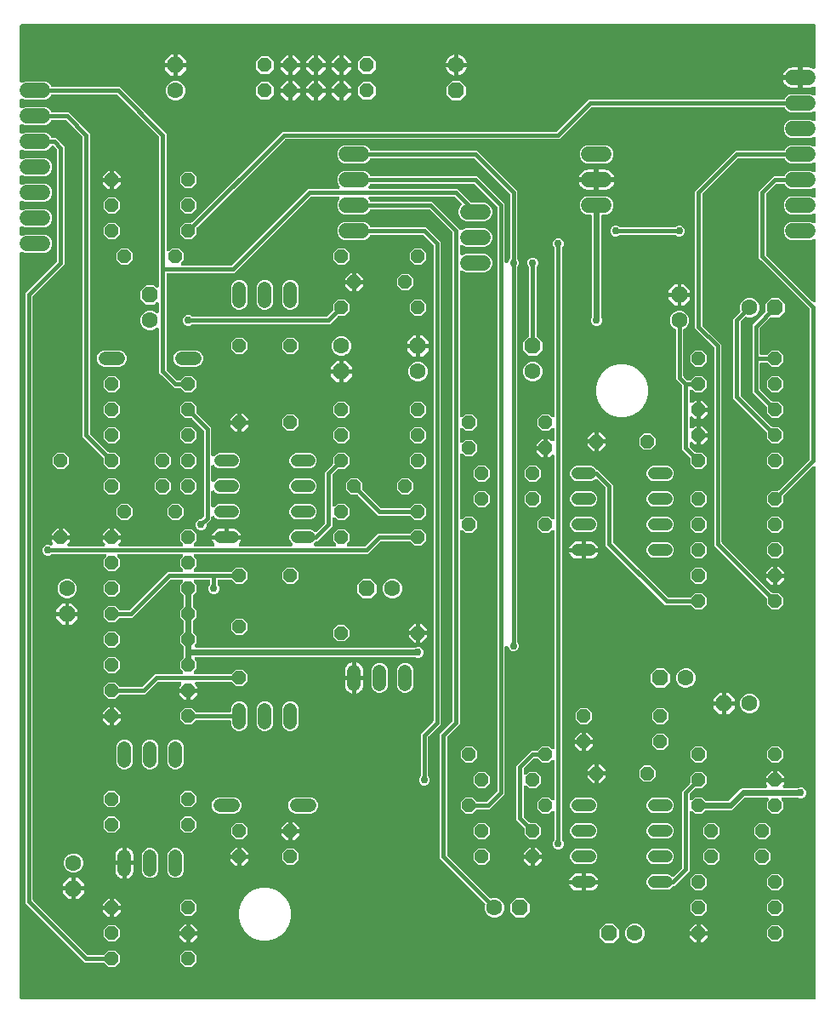
<source format=gbl>
G04 EAGLE Gerber RS-274X export*
G75*
%MOMM*%
%FSLAX34Y34*%
%LPD*%
%INBottom Copper*%
%IPPOS*%
%AMOC8*
5,1,8,0,0,1.08239X$1,22.5*%
G01*
%ADD10C,1.208000*%
%ADD11P,1.429621X8X202.500000*%
%ADD12P,1.429621X8X22.500000*%
%ADD13P,1.732040X8X202.500000*%
%ADD14C,1.600200*%
%ADD15P,1.732040X8X22.500000*%
%ADD16P,1.732040X8X292.500000*%
%ADD17P,1.732040X8X112.500000*%
%ADD18P,1.539592X8X22.500000*%
%ADD19P,1.429621X8X112.500000*%
%ADD20C,1.320800*%
%ADD21P,1.429621X8X292.500000*%
%ADD22C,1.524000*%
%ADD23C,0.756400*%
%ADD24C,0.406400*%
%ADD25C,0.609600*%

G36*
X800626Y10163D02*
X800626Y10163D01*
X800644Y10161D01*
X800826Y10182D01*
X801009Y10201D01*
X801026Y10206D01*
X801043Y10208D01*
X801218Y10265D01*
X801394Y10319D01*
X801409Y10327D01*
X801426Y10333D01*
X801586Y10423D01*
X801748Y10511D01*
X801761Y10522D01*
X801777Y10531D01*
X801916Y10651D01*
X802057Y10768D01*
X802068Y10782D01*
X802082Y10794D01*
X802194Y10939D01*
X802309Y11082D01*
X802317Y11098D01*
X802328Y11112D01*
X802410Y11277D01*
X802495Y11439D01*
X802500Y11456D01*
X802508Y11472D01*
X802555Y11651D01*
X802606Y11826D01*
X802608Y11844D01*
X802612Y11861D01*
X802639Y12192D01*
X802639Y538705D01*
X802638Y538714D01*
X802639Y538723D01*
X802618Y538917D01*
X802599Y539106D01*
X802597Y539114D01*
X802596Y539123D01*
X802537Y539308D01*
X802481Y539491D01*
X802477Y539499D01*
X802474Y539507D01*
X802381Y539676D01*
X802289Y539845D01*
X802284Y539852D01*
X802279Y539860D01*
X802155Y540006D01*
X802032Y540154D01*
X802025Y540160D01*
X802019Y540167D01*
X801867Y540286D01*
X801718Y540407D01*
X801710Y540411D01*
X801703Y540416D01*
X801530Y540504D01*
X801361Y540592D01*
X801352Y540595D01*
X801344Y540599D01*
X801158Y540651D01*
X800974Y540703D01*
X800965Y540704D01*
X800956Y540707D01*
X800763Y540721D01*
X800572Y540736D01*
X800564Y540735D01*
X800555Y540736D01*
X800362Y540712D01*
X800173Y540689D01*
X800164Y540687D01*
X800155Y540686D01*
X799973Y540624D01*
X799790Y540565D01*
X799782Y540560D01*
X799774Y540557D01*
X799607Y540461D01*
X799439Y540367D01*
X799432Y540361D01*
X799425Y540356D01*
X799172Y540142D01*
X770724Y511694D01*
X770707Y511673D01*
X770686Y511655D01*
X770579Y511518D01*
X770469Y511382D01*
X770456Y511359D01*
X770440Y511337D01*
X770362Y511180D01*
X770280Y511026D01*
X770272Y511001D01*
X770260Y510977D01*
X770215Y510807D01*
X770165Y510641D01*
X770163Y510614D01*
X770156Y510588D01*
X770129Y510257D01*
X770129Y504633D01*
X765367Y499871D01*
X758633Y499871D01*
X753871Y504633D01*
X753871Y511367D01*
X758633Y516129D01*
X764257Y516129D01*
X764284Y516131D01*
X764311Y516129D01*
X764485Y516151D01*
X764658Y516169D01*
X764683Y516176D01*
X764710Y516180D01*
X764876Y516235D01*
X765043Y516287D01*
X765066Y516300D01*
X765092Y516308D01*
X765243Y516395D01*
X765397Y516479D01*
X765417Y516496D01*
X765441Y516509D01*
X765694Y516724D01*
X795948Y546978D01*
X795965Y546999D01*
X795986Y547017D01*
X796093Y547154D01*
X796203Y547290D01*
X796216Y547313D01*
X796232Y547335D01*
X796310Y547492D01*
X796392Y547646D01*
X796400Y547671D01*
X796412Y547695D01*
X796457Y547865D01*
X796507Y548031D01*
X796509Y548058D01*
X796516Y548084D01*
X796543Y548415D01*
X796543Y696185D01*
X796541Y696212D01*
X796543Y696239D01*
X796521Y696412D01*
X796503Y696586D01*
X796496Y696612D01*
X796492Y696638D01*
X796437Y696804D01*
X796385Y696971D01*
X796372Y696995D01*
X796364Y697020D01*
X796277Y697171D01*
X796193Y697325D01*
X796176Y697345D01*
X796163Y697369D01*
X795948Y697622D01*
X748422Y745148D01*
X745743Y747827D01*
X745743Y814273D01*
X760527Y829057D01*
X769998Y829057D01*
X770020Y829059D01*
X770042Y829057D01*
X770220Y829079D01*
X770398Y829097D01*
X770420Y829103D01*
X770442Y829106D01*
X770612Y829162D01*
X770783Y829215D01*
X770803Y829225D01*
X770824Y829232D01*
X770980Y829321D01*
X771137Y829407D01*
X771155Y829421D01*
X771174Y829432D01*
X771309Y829550D01*
X771447Y829664D01*
X771461Y829682D01*
X771477Y829696D01*
X771587Y829839D01*
X771699Y829978D01*
X771709Y829998D01*
X771723Y830016D01*
X771874Y830311D01*
X772027Y830680D01*
X774600Y833253D01*
X777961Y834645D01*
X796839Y834645D01*
X799831Y833406D01*
X799844Y833402D01*
X799855Y833396D01*
X800036Y833344D01*
X800216Y833289D01*
X800229Y833288D01*
X800242Y833284D01*
X800430Y833269D01*
X800617Y833251D01*
X800630Y833252D01*
X800644Y833251D01*
X800831Y833273D01*
X801017Y833293D01*
X801030Y833297D01*
X801043Y833298D01*
X801223Y833357D01*
X801402Y833412D01*
X801413Y833419D01*
X801426Y833423D01*
X801591Y833516D01*
X801755Y833606D01*
X801765Y833614D01*
X801777Y833621D01*
X801919Y833744D01*
X802063Y833865D01*
X802071Y833875D01*
X802082Y833884D01*
X802197Y834033D01*
X802314Y834180D01*
X802320Y834192D01*
X802328Y834202D01*
X802412Y834371D01*
X802498Y834538D01*
X802502Y834551D01*
X802508Y834563D01*
X802557Y834746D01*
X802608Y834925D01*
X802609Y834938D01*
X802612Y834951D01*
X802639Y835282D01*
X802639Y841118D01*
X802638Y841131D01*
X802639Y841144D01*
X802618Y841331D01*
X802599Y841518D01*
X802595Y841531D01*
X802594Y841545D01*
X802536Y841723D01*
X802481Y841903D01*
X802475Y841915D01*
X802471Y841928D01*
X802379Y842092D01*
X802289Y842257D01*
X802281Y842268D01*
X802274Y842279D01*
X802152Y842423D01*
X802032Y842567D01*
X802021Y842575D01*
X802013Y842585D01*
X801864Y842701D01*
X801718Y842819D01*
X801706Y842825D01*
X801696Y842833D01*
X801527Y842918D01*
X801361Y843004D01*
X801348Y843008D01*
X801336Y843014D01*
X801154Y843064D01*
X800974Y843116D01*
X800960Y843117D01*
X800947Y843121D01*
X800759Y843133D01*
X800572Y843149D01*
X800559Y843147D01*
X800546Y843148D01*
X800358Y843124D01*
X800173Y843102D01*
X800160Y843098D01*
X800147Y843096D01*
X799831Y842994D01*
X796839Y841755D01*
X777961Y841755D01*
X774600Y843147D01*
X772027Y845720D01*
X771874Y846089D01*
X771864Y846109D01*
X771857Y846130D01*
X771769Y846286D01*
X771684Y846444D01*
X771670Y846461D01*
X771659Y846481D01*
X771542Y846617D01*
X771428Y846755D01*
X771411Y846769D01*
X771396Y846786D01*
X771255Y846895D01*
X771115Y847008D01*
X771095Y847019D01*
X771078Y847032D01*
X770918Y847112D01*
X770759Y847195D01*
X770737Y847202D01*
X770717Y847212D01*
X770544Y847258D01*
X770372Y847308D01*
X770350Y847310D01*
X770329Y847316D01*
X769998Y847343D01*
X726215Y847343D01*
X726188Y847341D01*
X726161Y847343D01*
X725987Y847321D01*
X725814Y847303D01*
X725789Y847296D01*
X725762Y847292D01*
X725596Y847237D01*
X725429Y847185D01*
X725406Y847172D01*
X725380Y847164D01*
X725229Y847077D01*
X725075Y846993D01*
X725055Y846976D01*
X725031Y846963D01*
X724778Y846748D01*
X689952Y811922D01*
X689935Y811901D01*
X689914Y811883D01*
X689807Y811746D01*
X689697Y811610D01*
X689684Y811587D01*
X689668Y811565D01*
X689590Y811408D01*
X689508Y811254D01*
X689500Y811229D01*
X689488Y811205D01*
X689443Y811035D01*
X689393Y810869D01*
X689391Y810842D01*
X689390Y810839D01*
X689384Y810816D01*
X689357Y810485D01*
X689357Y681765D01*
X689359Y681738D01*
X689357Y681711D01*
X689379Y681537D01*
X689397Y681364D01*
X689404Y681339D01*
X689408Y681312D01*
X689463Y681146D01*
X689515Y680979D01*
X689528Y680956D01*
X689536Y680930D01*
X689623Y680779D01*
X689707Y680625D01*
X689724Y680605D01*
X689737Y680581D01*
X689952Y680328D01*
X708407Y661873D01*
X708407Y465865D01*
X708409Y465838D01*
X708407Y465811D01*
X708429Y465637D01*
X708447Y465464D01*
X708454Y465439D01*
X708458Y465412D01*
X708513Y465246D01*
X708565Y465079D01*
X708578Y465056D01*
X708586Y465030D01*
X708673Y464879D01*
X708757Y464725D01*
X708774Y464705D01*
X708787Y464681D01*
X709002Y464428D01*
X758306Y415124D01*
X758327Y415107D01*
X758345Y415086D01*
X758482Y414979D01*
X758618Y414869D01*
X758641Y414856D01*
X758663Y414840D01*
X758820Y414762D01*
X758974Y414680D01*
X758999Y414672D01*
X759023Y414660D01*
X759193Y414615D01*
X759359Y414565D01*
X759386Y414563D01*
X759412Y414556D01*
X759743Y414529D01*
X765367Y414529D01*
X770129Y409767D01*
X770129Y403033D01*
X765367Y398271D01*
X758633Y398271D01*
X753871Y403033D01*
X753871Y408657D01*
X753869Y408684D01*
X753871Y408711D01*
X753849Y408884D01*
X753831Y409058D01*
X753824Y409083D01*
X753820Y409110D01*
X753765Y409276D01*
X753713Y409443D01*
X753700Y409466D01*
X753692Y409492D01*
X753605Y409643D01*
X753521Y409797D01*
X753504Y409817D01*
X753491Y409841D01*
X753276Y410094D01*
X701293Y462077D01*
X701293Y658085D01*
X701291Y658112D01*
X701293Y658139D01*
X701271Y658313D01*
X701253Y658486D01*
X701246Y658511D01*
X701242Y658538D01*
X701187Y658704D01*
X701135Y658871D01*
X701122Y658894D01*
X701114Y658920D01*
X701027Y659071D01*
X700943Y659225D01*
X700926Y659245D01*
X700913Y659269D01*
X700698Y659522D01*
X682243Y677977D01*
X682243Y814273D01*
X722427Y854457D01*
X769998Y854457D01*
X770020Y854459D01*
X770042Y854457D01*
X770220Y854479D01*
X770398Y854497D01*
X770420Y854503D01*
X770442Y854506D01*
X770612Y854562D01*
X770783Y854615D01*
X770803Y854625D01*
X770824Y854632D01*
X770980Y854721D01*
X771137Y854807D01*
X771155Y854821D01*
X771174Y854832D01*
X771309Y854950D01*
X771447Y855064D01*
X771461Y855082D01*
X771477Y855096D01*
X771587Y855239D01*
X771699Y855378D01*
X771709Y855398D01*
X771723Y855416D01*
X771874Y855711D01*
X772027Y856080D01*
X774600Y858653D01*
X777961Y860045D01*
X796839Y860045D01*
X799831Y858806D01*
X799844Y858802D01*
X799855Y858796D01*
X800036Y858744D01*
X800216Y858689D01*
X800229Y858688D01*
X800242Y858684D01*
X800430Y858669D01*
X800617Y858651D01*
X800630Y858652D01*
X800644Y858651D01*
X800831Y858673D01*
X801017Y858693D01*
X801030Y858697D01*
X801043Y858698D01*
X801223Y858757D01*
X801402Y858812D01*
X801413Y858819D01*
X801426Y858823D01*
X801591Y858916D01*
X801755Y859006D01*
X801765Y859014D01*
X801777Y859021D01*
X801919Y859144D01*
X802063Y859265D01*
X802071Y859275D01*
X802082Y859284D01*
X802197Y859433D01*
X802314Y859580D01*
X802320Y859592D01*
X802328Y859602D01*
X802412Y859771D01*
X802498Y859938D01*
X802502Y859951D01*
X802508Y859963D01*
X802556Y860145D01*
X802608Y860325D01*
X802609Y860338D01*
X802612Y860351D01*
X802639Y860682D01*
X802639Y866518D01*
X802638Y866531D01*
X802639Y866545D01*
X802618Y866731D01*
X802599Y866918D01*
X802595Y866931D01*
X802594Y866945D01*
X802536Y867124D01*
X802481Y867303D01*
X802475Y867315D01*
X802471Y867328D01*
X802379Y867493D01*
X802289Y867657D01*
X802281Y867668D01*
X802274Y867679D01*
X802152Y867823D01*
X802032Y867967D01*
X802021Y867975D01*
X802013Y867985D01*
X801865Y868101D01*
X801718Y868219D01*
X801706Y868225D01*
X801696Y868233D01*
X801526Y868318D01*
X801361Y868405D01*
X801348Y868408D01*
X801336Y868414D01*
X801153Y868464D01*
X800974Y868516D01*
X800960Y868517D01*
X800947Y868521D01*
X800759Y868533D01*
X800572Y868549D01*
X800559Y868547D01*
X800546Y868548D01*
X800358Y868524D01*
X800173Y868502D01*
X800160Y868498D01*
X800147Y868496D01*
X799831Y868394D01*
X796839Y867155D01*
X777961Y867155D01*
X774600Y868547D01*
X772027Y871120D01*
X770635Y874481D01*
X770635Y878119D01*
X772027Y881480D01*
X774600Y884053D01*
X777961Y885445D01*
X796839Y885445D01*
X799831Y884206D01*
X799844Y884202D01*
X799855Y884195D01*
X800035Y884144D01*
X800216Y884089D01*
X800229Y884088D01*
X800242Y884084D01*
X800430Y884069D01*
X800617Y884051D01*
X800630Y884052D01*
X800644Y884051D01*
X800830Y884073D01*
X801017Y884093D01*
X801030Y884097D01*
X801043Y884098D01*
X801222Y884156D01*
X801402Y884212D01*
X801413Y884219D01*
X801426Y884223D01*
X801590Y884315D01*
X801755Y884406D01*
X801765Y884414D01*
X801777Y884421D01*
X801919Y884543D01*
X802063Y884665D01*
X802071Y884675D01*
X802082Y884684D01*
X802196Y884832D01*
X802314Y884980D01*
X802320Y884992D01*
X802328Y885002D01*
X802412Y885170D01*
X802498Y885338D01*
X802502Y885351D01*
X802508Y885363D01*
X802557Y885545D01*
X802608Y885725D01*
X802609Y885738D01*
X802612Y885751D01*
X802639Y886082D01*
X802639Y891918D01*
X802638Y891931D01*
X802639Y891945D01*
X802618Y892131D01*
X802599Y892318D01*
X802595Y892331D01*
X802594Y892345D01*
X802536Y892524D01*
X802481Y892703D01*
X802475Y892715D01*
X802471Y892728D01*
X802379Y892893D01*
X802289Y893057D01*
X802281Y893068D01*
X802274Y893079D01*
X802152Y893223D01*
X802032Y893367D01*
X802021Y893375D01*
X802013Y893385D01*
X801864Y893502D01*
X801718Y893619D01*
X801706Y893625D01*
X801696Y893633D01*
X801526Y893718D01*
X801361Y893805D01*
X801348Y893808D01*
X801336Y893814D01*
X801153Y893864D01*
X800974Y893916D01*
X800960Y893917D01*
X800947Y893921D01*
X800759Y893933D01*
X800572Y893949D01*
X800559Y893947D01*
X800546Y893948D01*
X800358Y893924D01*
X800173Y893902D01*
X800160Y893898D01*
X800147Y893896D01*
X799831Y893794D01*
X796839Y892555D01*
X777961Y892555D01*
X774600Y893947D01*
X772027Y896520D01*
X771874Y896889D01*
X771864Y896909D01*
X771857Y896930D01*
X771769Y897086D01*
X771684Y897244D01*
X771670Y897261D01*
X771659Y897281D01*
X771542Y897417D01*
X771428Y897555D01*
X771411Y897569D01*
X771396Y897586D01*
X771255Y897695D01*
X771115Y897808D01*
X771095Y897819D01*
X771078Y897832D01*
X770918Y897912D01*
X770759Y897995D01*
X770737Y898002D01*
X770717Y898012D01*
X770544Y898058D01*
X770372Y898108D01*
X770350Y898110D01*
X770329Y898116D01*
X769998Y898143D01*
X580165Y898143D01*
X580138Y898141D01*
X580111Y898143D01*
X579937Y898121D01*
X579764Y898103D01*
X579739Y898096D01*
X579712Y898092D01*
X579546Y898037D01*
X579379Y897985D01*
X579356Y897972D01*
X579330Y897964D01*
X579179Y897877D01*
X579025Y897793D01*
X579005Y897776D01*
X578981Y897763D01*
X578728Y897548D01*
X547573Y866393D01*
X275365Y866393D01*
X275338Y866391D01*
X275311Y866393D01*
X275137Y866371D01*
X274964Y866353D01*
X274939Y866346D01*
X274912Y866342D01*
X274746Y866287D01*
X274579Y866235D01*
X274556Y866222D01*
X274530Y866214D01*
X274379Y866127D01*
X274225Y866043D01*
X274205Y866026D01*
X274181Y866013D01*
X273928Y865798D01*
X186524Y778394D01*
X186507Y778373D01*
X186486Y778355D01*
X186379Y778218D01*
X186269Y778082D01*
X186256Y778059D01*
X186240Y778037D01*
X186162Y777880D01*
X186080Y777726D01*
X186072Y777701D01*
X186060Y777677D01*
X186015Y777507D01*
X185965Y777341D01*
X185963Y777314D01*
X185956Y777288D01*
X185929Y776957D01*
X185929Y771333D01*
X181167Y766571D01*
X174433Y766571D01*
X169671Y771333D01*
X169671Y778067D01*
X174433Y782829D01*
X180057Y782829D01*
X180084Y782831D01*
X180111Y782829D01*
X180285Y782851D01*
X180458Y782869D01*
X180483Y782876D01*
X180510Y782880D01*
X180676Y782935D01*
X180843Y782987D01*
X180866Y783000D01*
X180892Y783008D01*
X181043Y783095D01*
X181197Y783179D01*
X181217Y783196D01*
X181241Y783209D01*
X181494Y783424D01*
X271577Y873507D01*
X543785Y873507D01*
X543812Y873509D01*
X543839Y873507D01*
X544013Y873529D01*
X544186Y873547D01*
X544211Y873554D01*
X544238Y873558D01*
X544404Y873613D01*
X544571Y873665D01*
X544594Y873678D01*
X544620Y873686D01*
X544771Y873773D01*
X544925Y873857D01*
X544945Y873874D01*
X544969Y873887D01*
X545222Y874102D01*
X576377Y905257D01*
X769998Y905257D01*
X770020Y905259D01*
X770042Y905257D01*
X770220Y905279D01*
X770398Y905297D01*
X770420Y905303D01*
X770442Y905306D01*
X770612Y905362D01*
X770783Y905415D01*
X770803Y905425D01*
X770824Y905432D01*
X770980Y905521D01*
X771137Y905607D01*
X771155Y905621D01*
X771174Y905632D01*
X771309Y905750D01*
X771447Y905864D01*
X771461Y905882D01*
X771477Y905896D01*
X771587Y906039D01*
X771699Y906178D01*
X771709Y906198D01*
X771723Y906216D01*
X771874Y906511D01*
X772027Y906880D01*
X774600Y909453D01*
X776314Y910162D01*
X776314Y910163D01*
X777961Y910845D01*
X796839Y910845D01*
X799831Y909606D01*
X799844Y909602D01*
X799855Y909595D01*
X800035Y909544D01*
X800216Y909489D01*
X800229Y909488D01*
X800242Y909484D01*
X800430Y909469D01*
X800617Y909451D01*
X800630Y909452D01*
X800644Y909451D01*
X800830Y909473D01*
X801017Y909493D01*
X801030Y909497D01*
X801043Y909498D01*
X801222Y909556D01*
X801402Y909612D01*
X801413Y909619D01*
X801426Y909623D01*
X801590Y909715D01*
X801755Y909806D01*
X801765Y909814D01*
X801777Y909821D01*
X801919Y909943D01*
X802063Y910065D01*
X802071Y910075D01*
X802082Y910084D01*
X802196Y910232D01*
X802314Y910380D01*
X802320Y910392D01*
X802328Y910402D01*
X802412Y910570D01*
X802498Y910738D01*
X802502Y910751D01*
X802508Y910763D01*
X802557Y910945D01*
X802608Y911125D01*
X802609Y911138D01*
X802612Y911151D01*
X802639Y911482D01*
X802639Y916264D01*
X802630Y916357D01*
X802631Y916450D01*
X802610Y916557D01*
X802599Y916664D01*
X802572Y916754D01*
X802554Y916845D01*
X802513Y916946D01*
X802481Y917049D01*
X802437Y917131D01*
X802401Y917218D01*
X802341Y917308D01*
X802289Y917403D01*
X802230Y917475D01*
X802178Y917553D01*
X802101Y917629D01*
X802032Y917713D01*
X801959Y917771D01*
X801893Y917837D01*
X801802Y917897D01*
X801718Y917965D01*
X801635Y918008D01*
X801558Y918060D01*
X801457Y918101D01*
X801361Y918151D01*
X801271Y918176D01*
X801185Y918212D01*
X801078Y918232D01*
X800974Y918262D01*
X800881Y918270D01*
X800789Y918287D01*
X800681Y918286D01*
X800572Y918295D01*
X800480Y918284D01*
X800387Y918283D01*
X800280Y918261D01*
X800173Y918248D01*
X800084Y918219D01*
X799993Y918200D01*
X799869Y918149D01*
X799790Y918123D01*
X799747Y918099D01*
X799686Y918074D01*
X798920Y917684D01*
X797399Y917189D01*
X795820Y916939D01*
X789939Y916939D01*
X789939Y926592D01*
X789937Y926610D01*
X789939Y926627D01*
X789918Y926809D01*
X789899Y926992D01*
X789894Y927009D01*
X789892Y927027D01*
X789867Y927105D01*
X789906Y927242D01*
X789908Y927260D01*
X789912Y927277D01*
X789939Y927608D01*
X789939Y937261D01*
X795820Y937261D01*
X797399Y937011D01*
X798920Y936516D01*
X799686Y936126D01*
X799773Y936092D01*
X799855Y936049D01*
X799960Y936019D01*
X800061Y935980D01*
X800153Y935964D01*
X800242Y935938D01*
X800351Y935929D01*
X800457Y935910D01*
X800551Y935913D01*
X800644Y935905D01*
X800751Y935918D01*
X800860Y935921D01*
X800951Y935941D01*
X801043Y935952D01*
X801147Y935986D01*
X801253Y936010D01*
X801338Y936048D01*
X801426Y936077D01*
X801521Y936130D01*
X801620Y936175D01*
X801696Y936229D01*
X801777Y936275D01*
X801859Y936346D01*
X801947Y936409D01*
X802011Y936477D01*
X802082Y936538D01*
X802148Y936624D01*
X802222Y936703D01*
X802271Y936783D01*
X802328Y936856D01*
X802377Y936953D01*
X802434Y937046D01*
X802466Y937133D01*
X802508Y937217D01*
X802536Y937322D01*
X802573Y937423D01*
X802588Y937515D01*
X802612Y937605D01*
X802623Y937739D01*
X802636Y937821D01*
X802634Y937871D01*
X802639Y937936D01*
X802639Y978408D01*
X802637Y978426D01*
X802639Y978444D01*
X802618Y978626D01*
X802599Y978809D01*
X802594Y978826D01*
X802592Y978843D01*
X802535Y979018D01*
X802481Y979194D01*
X802473Y979209D01*
X802467Y979226D01*
X802377Y979386D01*
X802289Y979548D01*
X802278Y979561D01*
X802269Y979577D01*
X802149Y979716D01*
X802032Y979857D01*
X802018Y979868D01*
X802006Y979882D01*
X801861Y979994D01*
X801718Y980109D01*
X801702Y980117D01*
X801688Y980128D01*
X801523Y980210D01*
X801361Y980295D01*
X801344Y980300D01*
X801328Y980308D01*
X801149Y980355D01*
X800974Y980406D01*
X800956Y980408D01*
X800939Y980412D01*
X800608Y980439D01*
X12192Y980439D01*
X12174Y980437D01*
X12156Y980439D01*
X11974Y980418D01*
X11791Y980399D01*
X11774Y980394D01*
X11757Y980392D01*
X11582Y980335D01*
X11406Y980281D01*
X11391Y980273D01*
X11374Y980267D01*
X11214Y980177D01*
X11052Y980089D01*
X11039Y980078D01*
X11023Y980069D01*
X10884Y979949D01*
X10743Y979832D01*
X10732Y979818D01*
X10718Y979806D01*
X10606Y979661D01*
X10491Y979518D01*
X10483Y979502D01*
X10472Y979488D01*
X10390Y979323D01*
X10305Y979161D01*
X10300Y979144D01*
X10292Y979128D01*
X10245Y978949D01*
X10194Y978774D01*
X10192Y978756D01*
X10188Y978739D01*
X10161Y978408D01*
X10161Y924182D01*
X10162Y924169D01*
X10161Y924155D01*
X10182Y923969D01*
X10201Y923782D01*
X10205Y923769D01*
X10206Y923755D01*
X10264Y923576D01*
X10319Y923397D01*
X10325Y923385D01*
X10329Y923372D01*
X10421Y923207D01*
X10511Y923043D01*
X10519Y923032D01*
X10526Y923021D01*
X10648Y922877D01*
X10768Y922733D01*
X10779Y922725D01*
X10787Y922715D01*
X10936Y922598D01*
X11082Y922481D01*
X11094Y922475D01*
X11104Y922467D01*
X11274Y922382D01*
X11439Y922295D01*
X11452Y922292D01*
X11464Y922286D01*
X11647Y922236D01*
X11826Y922184D01*
X11840Y922183D01*
X11853Y922179D01*
X12041Y922167D01*
X12228Y922151D01*
X12241Y922153D01*
X12254Y922152D01*
X12442Y922176D01*
X12627Y922198D01*
X12640Y922202D01*
X12653Y922204D01*
X12969Y922306D01*
X15961Y923545D01*
X34839Y923545D01*
X38200Y922153D01*
X40773Y919580D01*
X40926Y919211D01*
X40936Y919191D01*
X40943Y919170D01*
X41031Y919014D01*
X41116Y918856D01*
X41130Y918839D01*
X41141Y918819D01*
X41259Y918683D01*
X41372Y918545D01*
X41389Y918531D01*
X41404Y918514D01*
X41545Y918405D01*
X41685Y918292D01*
X41705Y918281D01*
X41722Y918268D01*
X41882Y918188D01*
X42041Y918105D01*
X42063Y918098D01*
X42083Y918088D01*
X42256Y918042D01*
X42428Y917992D01*
X42450Y917990D01*
X42471Y917984D01*
X42802Y917957D01*
X109423Y917957D01*
X153278Y874102D01*
X155957Y871423D01*
X155957Y756556D01*
X155958Y756548D01*
X155957Y756539D01*
X155978Y756347D01*
X155997Y756156D01*
X155999Y756147D01*
X156000Y756138D01*
X156059Y755953D01*
X156115Y755771D01*
X156119Y755763D01*
X156122Y755754D01*
X156215Y755586D01*
X156307Y755417D01*
X156312Y755410D01*
X156317Y755402D01*
X156441Y755255D01*
X156564Y755108D01*
X156571Y755102D01*
X156577Y755095D01*
X156728Y754976D01*
X156878Y754855D01*
X156886Y754851D01*
X156893Y754846D01*
X157066Y754758D01*
X157235Y754670D01*
X157244Y754667D01*
X157252Y754663D01*
X157438Y754611D01*
X157622Y754558D01*
X157631Y754558D01*
X157640Y754555D01*
X157833Y754541D01*
X158024Y754525D01*
X158032Y754526D01*
X158041Y754526D01*
X158234Y754550D01*
X158423Y754572D01*
X158432Y754575D01*
X158441Y754576D01*
X158624Y754638D01*
X158806Y754697D01*
X158814Y754702D01*
X158822Y754704D01*
X158988Y754800D01*
X159157Y754895D01*
X159164Y754901D01*
X159171Y754905D01*
X159424Y755120D01*
X161733Y757429D01*
X168467Y757429D01*
X173229Y752667D01*
X173229Y745933D01*
X170920Y743624D01*
X170914Y743617D01*
X170908Y743612D01*
X170787Y743462D01*
X170665Y743313D01*
X170661Y743305D01*
X170655Y743298D01*
X170567Y743128D01*
X170476Y742957D01*
X170474Y742948D01*
X170470Y742941D01*
X170417Y742756D01*
X170362Y742571D01*
X170361Y742562D01*
X170358Y742554D01*
X170343Y742363D01*
X170325Y742170D01*
X170326Y742161D01*
X170325Y742152D01*
X170348Y741963D01*
X170369Y741770D01*
X170371Y741761D01*
X170372Y741753D01*
X170432Y741569D01*
X170490Y741386D01*
X170494Y741378D01*
X170497Y741370D01*
X170592Y741201D01*
X170685Y741034D01*
X170691Y741027D01*
X170695Y741019D01*
X170821Y740873D01*
X170945Y740727D01*
X170952Y740721D01*
X170958Y740714D01*
X171110Y740597D01*
X171261Y740477D01*
X171269Y740473D01*
X171276Y740468D01*
X171448Y740382D01*
X171620Y740295D01*
X171629Y740292D01*
X171637Y740288D01*
X171823Y740238D01*
X172008Y740187D01*
X172017Y740186D01*
X172026Y740184D01*
X172356Y740157D01*
X219935Y740157D01*
X219962Y740159D01*
X219989Y740157D01*
X220163Y740179D01*
X220336Y740197D01*
X220361Y740204D01*
X220388Y740208D01*
X220554Y740263D01*
X220721Y740315D01*
X220744Y740328D01*
X220770Y740336D01*
X220921Y740423D01*
X221075Y740507D01*
X221095Y740524D01*
X221119Y740537D01*
X221372Y740752D01*
X296977Y816357D01*
X326587Y816357D01*
X326596Y816358D01*
X326605Y816357D01*
X326797Y816378D01*
X326987Y816397D01*
X326996Y816399D01*
X327005Y816400D01*
X327188Y816458D01*
X327372Y816515D01*
X327380Y816519D01*
X327389Y816522D01*
X327557Y816615D01*
X327726Y816707D01*
X327733Y816712D01*
X327741Y816717D01*
X327888Y816841D01*
X328036Y816964D01*
X328041Y816971D01*
X328048Y816977D01*
X328168Y817129D01*
X328288Y817278D01*
X328292Y817286D01*
X328298Y817293D01*
X328385Y817466D01*
X328473Y817635D01*
X328476Y817644D01*
X328480Y817652D01*
X328532Y817837D01*
X328585Y818022D01*
X328586Y818031D01*
X328588Y818040D01*
X328602Y818232D01*
X328618Y818424D01*
X328617Y818432D01*
X328617Y818441D01*
X328593Y818633D01*
X328571Y818823D01*
X328568Y818832D01*
X328567Y818841D01*
X328506Y819023D01*
X328446Y819206D01*
X328442Y819214D01*
X328439Y819222D01*
X328342Y819390D01*
X328248Y819557D01*
X328242Y819564D01*
X328238Y819571D01*
X328023Y819824D01*
X327527Y820320D01*
X326135Y823681D01*
X326135Y827319D01*
X327527Y830680D01*
X330100Y833253D01*
X333461Y834645D01*
X352339Y834645D01*
X355700Y833253D01*
X358273Y830680D01*
X358426Y830311D01*
X358436Y830291D01*
X358443Y830270D01*
X358531Y830114D01*
X358616Y829956D01*
X358630Y829939D01*
X358641Y829919D01*
X358758Y829783D01*
X358872Y829645D01*
X358889Y829631D01*
X358904Y829614D01*
X359045Y829505D01*
X359185Y829392D01*
X359205Y829381D01*
X359222Y829368D01*
X359382Y829288D01*
X359541Y829205D01*
X359563Y829198D01*
X359583Y829188D01*
X359756Y829142D01*
X359928Y829092D01*
X359950Y829090D01*
X359971Y829084D01*
X360302Y829057D01*
X465023Y829057D01*
X492507Y801573D01*
X492507Y744955D01*
X492507Y744951D01*
X492507Y744946D01*
X492527Y744752D01*
X492547Y744554D01*
X492548Y744550D01*
X492548Y744546D01*
X492607Y744358D01*
X492665Y744170D01*
X492667Y744166D01*
X492668Y744161D01*
X492764Y743987D01*
X492857Y743816D01*
X492859Y743812D01*
X492862Y743808D01*
X492990Y743655D01*
X493114Y743506D01*
X493118Y743504D01*
X493121Y743500D01*
X493276Y743377D01*
X493428Y743254D01*
X493432Y743252D01*
X493436Y743249D01*
X493615Y743157D01*
X493785Y743068D01*
X493790Y743067D01*
X493794Y743065D01*
X493987Y743010D01*
X494172Y742957D01*
X494177Y742957D01*
X494181Y742955D01*
X494377Y742940D01*
X494574Y742924D01*
X494578Y742925D01*
X494582Y742924D01*
X494776Y742948D01*
X494973Y742971D01*
X494978Y742972D01*
X494982Y742973D01*
X495167Y743034D01*
X495356Y743096D01*
X495360Y743098D01*
X495364Y743100D01*
X495533Y743196D01*
X495707Y743294D01*
X495710Y743297D01*
X495714Y743299D01*
X495861Y743427D01*
X496011Y743557D01*
X496014Y743561D01*
X496018Y743563D01*
X496138Y743720D01*
X496258Y743875D01*
X496260Y743879D01*
X496263Y743883D01*
X496415Y744178D01*
X497151Y745956D01*
X497498Y746303D01*
X497515Y746324D01*
X497536Y746341D01*
X497643Y746479D01*
X497753Y746615D01*
X497766Y746638D01*
X497782Y746659D01*
X497860Y746816D01*
X497942Y746970D01*
X497950Y746996D01*
X497962Y747020D01*
X498007Y747189D01*
X498057Y747356D01*
X498059Y747383D01*
X498066Y747409D01*
X498093Y747740D01*
X498093Y810485D01*
X498092Y810498D01*
X498093Y810509D01*
X498091Y810522D01*
X498093Y810539D01*
X498071Y810713D01*
X498053Y810886D01*
X498046Y810912D01*
X498042Y810938D01*
X497987Y811104D01*
X497935Y811271D01*
X497922Y811295D01*
X497914Y811320D01*
X497827Y811471D01*
X497743Y811625D01*
X497726Y811645D01*
X497713Y811669D01*
X497498Y811922D01*
X462672Y846748D01*
X462651Y846765D01*
X462633Y846786D01*
X462496Y846893D01*
X462360Y847003D01*
X462337Y847016D01*
X462315Y847032D01*
X462158Y847110D01*
X462004Y847192D01*
X461979Y847200D01*
X461955Y847212D01*
X461785Y847257D01*
X461619Y847307D01*
X461592Y847309D01*
X461566Y847316D01*
X461235Y847343D01*
X360302Y847343D01*
X360280Y847341D01*
X360258Y847343D01*
X360080Y847321D01*
X359902Y847303D01*
X359880Y847297D01*
X359858Y847294D01*
X359688Y847238D01*
X359517Y847185D01*
X359497Y847175D01*
X359476Y847168D01*
X359320Y847079D01*
X359163Y846993D01*
X359145Y846979D01*
X359126Y846968D01*
X358991Y846850D01*
X358853Y846736D01*
X358839Y846718D01*
X358823Y846704D01*
X358713Y846561D01*
X358601Y846422D01*
X358591Y846402D01*
X358577Y846384D01*
X358426Y846089D01*
X358273Y845720D01*
X355700Y843147D01*
X352339Y841755D01*
X333461Y841755D01*
X330100Y843147D01*
X327527Y845720D01*
X326135Y849081D01*
X326135Y852719D01*
X327527Y856080D01*
X330100Y858653D01*
X333461Y860045D01*
X352339Y860045D01*
X355700Y858653D01*
X358273Y856080D01*
X358426Y855711D01*
X358436Y855691D01*
X358443Y855670D01*
X358531Y855514D01*
X358616Y855356D01*
X358630Y855339D01*
X358641Y855319D01*
X358758Y855183D01*
X358872Y855045D01*
X358889Y855031D01*
X358904Y855014D01*
X359045Y854905D01*
X359185Y854792D01*
X359205Y854781D01*
X359222Y854768D01*
X359382Y854688D01*
X359541Y854605D01*
X359563Y854598D01*
X359583Y854588D01*
X359756Y854542D01*
X359928Y854492D01*
X359950Y854490D01*
X359971Y854484D01*
X360302Y854457D01*
X465023Y854457D01*
X467702Y851778D01*
X502528Y816952D01*
X505207Y814273D01*
X505207Y747740D01*
X505209Y747713D01*
X505207Y747686D01*
X505229Y747512D01*
X505247Y747339D01*
X505254Y747313D01*
X505258Y747287D01*
X505313Y747121D01*
X505365Y746954D01*
X505378Y746930D01*
X505386Y746905D01*
X505473Y746753D01*
X505557Y746600D01*
X505574Y746579D01*
X505587Y746556D01*
X505802Y746303D01*
X506149Y745956D01*
X506957Y744006D01*
X506957Y741894D01*
X506149Y739944D01*
X505802Y739597D01*
X505785Y739576D01*
X505764Y739559D01*
X505657Y739421D01*
X505547Y739285D01*
X505534Y739262D01*
X505518Y739241D01*
X505440Y739084D01*
X505358Y738930D01*
X505350Y738904D01*
X505338Y738880D01*
X505293Y738711D01*
X505243Y738544D01*
X505241Y738517D01*
X505234Y738491D01*
X505207Y738160D01*
X505207Y366740D01*
X505209Y366713D01*
X505207Y366686D01*
X505229Y366512D01*
X505247Y366339D01*
X505254Y366313D01*
X505258Y366287D01*
X505313Y366121D01*
X505365Y365954D01*
X505378Y365930D01*
X505386Y365905D01*
X505473Y365753D01*
X505557Y365600D01*
X505574Y365579D01*
X505587Y365556D01*
X505802Y365303D01*
X506149Y364956D01*
X506957Y363006D01*
X506957Y360894D01*
X506149Y358944D01*
X504656Y357451D01*
X504403Y357346D01*
X502706Y356643D01*
X500594Y356643D01*
X498644Y357451D01*
X497151Y358944D01*
X496415Y360722D01*
X496412Y360726D01*
X496411Y360730D01*
X496320Y360900D01*
X496224Y361077D01*
X496222Y361081D01*
X496219Y361084D01*
X496094Y361235D01*
X495968Y361387D01*
X495965Y361390D01*
X495962Y361394D01*
X495812Y361514D01*
X495655Y361641D01*
X495651Y361643D01*
X495648Y361646D01*
X495475Y361736D01*
X495299Y361828D01*
X495295Y361830D01*
X495291Y361832D01*
X495103Y361886D01*
X494912Y361941D01*
X494908Y361942D01*
X494904Y361943D01*
X494706Y361959D01*
X494511Y361976D01*
X494507Y361975D01*
X494502Y361976D01*
X494308Y361953D01*
X494111Y361931D01*
X494107Y361929D01*
X494103Y361929D01*
X493917Y361868D01*
X493728Y361808D01*
X493724Y361805D01*
X493720Y361804D01*
X493548Y361707D01*
X493376Y361611D01*
X493373Y361608D01*
X493369Y361606D01*
X493218Y361476D01*
X493071Y361349D01*
X493068Y361346D01*
X493064Y361343D01*
X492944Y361188D01*
X492822Y361032D01*
X492820Y361028D01*
X492818Y361025D01*
X492728Y360844D01*
X492642Y360673D01*
X492640Y360668D01*
X492638Y360664D01*
X492587Y360473D01*
X492535Y360284D01*
X492535Y360280D01*
X492534Y360276D01*
X492507Y359945D01*
X492507Y214427D01*
X477723Y199643D01*
X465980Y199643D01*
X465954Y199641D01*
X465927Y199643D01*
X465753Y199621D01*
X465580Y199603D01*
X465554Y199596D01*
X465528Y199592D01*
X465362Y199536D01*
X465195Y199485D01*
X465171Y199472D01*
X465146Y199464D01*
X464994Y199377D01*
X464841Y199293D01*
X464820Y199276D01*
X464797Y199263D01*
X464544Y199048D01*
X460567Y195071D01*
X453833Y195071D01*
X449071Y199833D01*
X449071Y206567D01*
X453833Y211329D01*
X460567Y211329D01*
X464544Y207352D01*
X464565Y207335D01*
X464582Y207314D01*
X464720Y207207D01*
X464856Y207097D01*
X464879Y207084D01*
X464900Y207068D01*
X465057Y206990D01*
X465211Y206908D01*
X465237Y206900D01*
X465261Y206888D01*
X465430Y206843D01*
X465597Y206793D01*
X465624Y206791D01*
X465650Y206784D01*
X465980Y206757D01*
X473935Y206757D01*
X473962Y206759D01*
X473989Y206757D01*
X474163Y206779D01*
X474336Y206797D01*
X474361Y206804D01*
X474388Y206808D01*
X474554Y206863D01*
X474721Y206915D01*
X474744Y206928D01*
X474770Y206936D01*
X474921Y207023D01*
X475075Y207107D01*
X475095Y207124D01*
X475119Y207137D01*
X475372Y207352D01*
X484798Y216778D01*
X484815Y216799D01*
X484836Y216817D01*
X484943Y216954D01*
X485053Y217090D01*
X485066Y217113D01*
X485082Y217135D01*
X485160Y217292D01*
X485242Y217446D01*
X485250Y217471D01*
X485262Y217495D01*
X485307Y217665D01*
X485357Y217831D01*
X485359Y217858D01*
X485366Y217884D01*
X485393Y218215D01*
X485393Y797785D01*
X485391Y797812D01*
X485393Y797839D01*
X485371Y798013D01*
X485353Y798186D01*
X485346Y798211D01*
X485342Y798238D01*
X485287Y798404D01*
X485235Y798571D01*
X485222Y798594D01*
X485214Y798620D01*
X485127Y798771D01*
X485043Y798925D01*
X485026Y798945D01*
X485013Y798969D01*
X484798Y799222D01*
X462672Y821348D01*
X462651Y821365D01*
X462633Y821386D01*
X462496Y821493D01*
X462360Y821603D01*
X462337Y821616D01*
X462315Y821632D01*
X462158Y821710D01*
X462004Y821792D01*
X461979Y821800D01*
X461955Y821812D01*
X461785Y821857D01*
X461619Y821907D01*
X461592Y821909D01*
X461566Y821916D01*
X461235Y821943D01*
X360302Y821943D01*
X360280Y821941D01*
X360258Y821943D01*
X360080Y821921D01*
X359902Y821903D01*
X359880Y821897D01*
X359858Y821894D01*
X359688Y821838D01*
X359517Y821785D01*
X359497Y821775D01*
X359476Y821768D01*
X359320Y821679D01*
X359163Y821593D01*
X359145Y821579D01*
X359126Y821568D01*
X358991Y821450D01*
X358853Y821336D01*
X358839Y821318D01*
X358823Y821304D01*
X358713Y821161D01*
X358601Y821022D01*
X358591Y821002D01*
X358577Y820984D01*
X358426Y820689D01*
X358273Y820320D01*
X357777Y819824D01*
X357771Y819817D01*
X357764Y819812D01*
X357645Y819663D01*
X357522Y819513D01*
X357518Y819505D01*
X357512Y819498D01*
X357424Y819329D01*
X357333Y819157D01*
X357331Y819148D01*
X357327Y819141D01*
X357274Y818957D01*
X357218Y818771D01*
X357218Y818762D01*
X357215Y818754D01*
X357199Y818563D01*
X357182Y818370D01*
X357183Y818361D01*
X357182Y818352D01*
X357205Y818163D01*
X357225Y817970D01*
X357228Y817961D01*
X357229Y817953D01*
X357289Y817770D01*
X357347Y817586D01*
X357351Y817578D01*
X357354Y817570D01*
X357449Y817401D01*
X357542Y817234D01*
X357548Y817227D01*
X357552Y817219D01*
X357678Y817074D01*
X357802Y816927D01*
X357809Y816921D01*
X357815Y816914D01*
X357967Y816797D01*
X358118Y816677D01*
X358126Y816673D01*
X358133Y816668D01*
X358307Y816581D01*
X358477Y816495D01*
X358486Y816492D01*
X358494Y816488D01*
X358682Y816438D01*
X358865Y816387D01*
X358874Y816386D01*
X358882Y816384D01*
X359213Y816357D01*
X445973Y816357D01*
X458840Y803490D01*
X458861Y803473D01*
X458878Y803452D01*
X459016Y803345D01*
X459152Y803235D01*
X459175Y803222D01*
X459197Y803206D01*
X459353Y803128D01*
X459507Y803046D01*
X459533Y803038D01*
X459557Y803026D01*
X459726Y802981D01*
X459893Y802931D01*
X459920Y802929D01*
X459946Y802922D01*
X460277Y802895D01*
X472989Y802895D01*
X476350Y801503D01*
X478923Y798930D01*
X480315Y795569D01*
X480315Y791931D01*
X478923Y788570D01*
X476350Y785997D01*
X476212Y785940D01*
X472989Y784605D01*
X454111Y784605D01*
X450750Y785997D01*
X448177Y788570D01*
X446785Y791931D01*
X446785Y795569D01*
X448177Y798930D01*
X449322Y800075D01*
X449334Y800089D01*
X449347Y800100D01*
X449461Y800244D01*
X449577Y800387D01*
X449586Y800402D01*
X449597Y800416D01*
X449680Y800580D01*
X449766Y800742D01*
X449771Y800759D01*
X449779Y800775D01*
X449829Y800953D01*
X449881Y801128D01*
X449882Y801146D01*
X449887Y801163D01*
X449901Y801346D01*
X449917Y801529D01*
X449915Y801547D01*
X449917Y801565D01*
X449894Y801747D01*
X449874Y801929D01*
X449868Y801946D01*
X449866Y801964D01*
X449808Y802138D01*
X449752Y802313D01*
X449744Y802329D01*
X449738Y802346D01*
X449646Y802505D01*
X449558Y802666D01*
X449546Y802679D01*
X449537Y802695D01*
X449322Y802948D01*
X443622Y808648D01*
X443601Y808665D01*
X443583Y808686D01*
X443446Y808793D01*
X443310Y808903D01*
X443287Y808916D01*
X443265Y808932D01*
X443108Y809010D01*
X442954Y809092D01*
X442929Y809100D01*
X442905Y809112D01*
X442735Y809157D01*
X442569Y809207D01*
X442542Y809209D01*
X442516Y809216D01*
X442185Y809243D01*
X359213Y809243D01*
X359204Y809242D01*
X359195Y809243D01*
X359003Y809222D01*
X358813Y809203D01*
X358804Y809201D01*
X358795Y809200D01*
X358612Y809142D01*
X358428Y809085D01*
X358420Y809081D01*
X358411Y809078D01*
X358243Y808985D01*
X358074Y808893D01*
X358067Y808888D01*
X358059Y808883D01*
X357912Y808759D01*
X357764Y808636D01*
X357759Y808629D01*
X357752Y808623D01*
X357632Y808471D01*
X357512Y808322D01*
X357508Y808314D01*
X357502Y808307D01*
X357415Y808134D01*
X357327Y807965D01*
X357324Y807956D01*
X357320Y807948D01*
X357268Y807763D01*
X357215Y807578D01*
X357214Y807569D01*
X357212Y807560D01*
X357198Y807368D01*
X357182Y807176D01*
X357183Y807168D01*
X357183Y807159D01*
X357207Y806967D01*
X357229Y806777D01*
X357232Y806768D01*
X357233Y806759D01*
X357294Y806577D01*
X357354Y806394D01*
X357358Y806386D01*
X357361Y806378D01*
X357458Y806210D01*
X357552Y806043D01*
X357558Y806036D01*
X357562Y806029D01*
X357777Y805776D01*
X358273Y805280D01*
X358426Y804911D01*
X358436Y804891D01*
X358443Y804870D01*
X358531Y804714D01*
X358616Y804556D01*
X358630Y804539D01*
X358641Y804519D01*
X358758Y804383D01*
X358872Y804245D01*
X358889Y804231D01*
X358904Y804214D01*
X359045Y804105D01*
X359185Y803992D01*
X359205Y803981D01*
X359222Y803968D01*
X359382Y803888D01*
X359541Y803805D01*
X359563Y803798D01*
X359583Y803788D01*
X359756Y803742D01*
X359928Y803692D01*
X359950Y803690D01*
X359971Y803684D01*
X360302Y803657D01*
X420573Y803657D01*
X423252Y800978D01*
X448002Y776228D01*
X448016Y776216D01*
X448028Y776203D01*
X448172Y776089D01*
X448314Y775973D01*
X448330Y775964D01*
X448344Y775953D01*
X448508Y775870D01*
X448670Y775784D01*
X448687Y775779D01*
X448703Y775771D01*
X448880Y775721D01*
X449055Y775669D01*
X449073Y775668D01*
X449090Y775663D01*
X449274Y775649D01*
X449456Y775633D01*
X449474Y775635D01*
X449492Y775633D01*
X449674Y775656D01*
X449857Y775676D01*
X449874Y775682D01*
X449891Y775684D01*
X450065Y775742D01*
X450241Y775798D01*
X450256Y775806D01*
X450273Y775812D01*
X450433Y775904D01*
X450593Y775992D01*
X450606Y776004D01*
X450622Y776013D01*
X450706Y776084D01*
X454111Y777495D01*
X472989Y777495D01*
X476350Y776103D01*
X478923Y773530D01*
X480315Y770169D01*
X480315Y766531D01*
X478923Y763170D01*
X476350Y760597D01*
X472989Y759205D01*
X454111Y759205D01*
X450865Y760550D01*
X450852Y760554D01*
X450841Y760560D01*
X450660Y760612D01*
X450480Y760666D01*
X450467Y760667D01*
X450454Y760671D01*
X450266Y760686D01*
X450079Y760704D01*
X450066Y760703D01*
X450052Y760704D01*
X449865Y760682D01*
X449679Y760663D01*
X449666Y760659D01*
X449653Y760657D01*
X449473Y760599D01*
X449294Y760543D01*
X449283Y760536D01*
X449270Y760532D01*
X449105Y760439D01*
X448941Y760350D01*
X448931Y760341D01*
X448919Y760334D01*
X448777Y760211D01*
X448633Y760090D01*
X448625Y760080D01*
X448614Y760071D01*
X448499Y759923D01*
X448382Y759776D01*
X448376Y759764D01*
X448368Y759753D01*
X448284Y759584D01*
X448198Y759417D01*
X448194Y759405D01*
X448188Y759393D01*
X448139Y759209D01*
X448088Y759030D01*
X448087Y759017D01*
X448084Y759004D01*
X448057Y758673D01*
X448057Y752627D01*
X448058Y752614D01*
X448057Y752600D01*
X448078Y752413D01*
X448097Y752226D01*
X448101Y752214D01*
X448102Y752200D01*
X448160Y752021D01*
X448215Y751841D01*
X448221Y751830D01*
X448225Y751817D01*
X448317Y751652D01*
X448407Y751487D01*
X448415Y751477D01*
X448422Y751465D01*
X448544Y751322D01*
X448664Y751178D01*
X448675Y751170D01*
X448683Y751160D01*
X448832Y751043D01*
X448978Y750926D01*
X448990Y750920D01*
X449000Y750911D01*
X449169Y750827D01*
X449335Y750740D01*
X449348Y750737D01*
X449360Y750731D01*
X449542Y750681D01*
X449722Y750629D01*
X449736Y750628D01*
X449749Y750624D01*
X449937Y750611D01*
X450124Y750596D01*
X450137Y750598D01*
X450150Y750597D01*
X450338Y750621D01*
X450523Y750643D01*
X450536Y750647D01*
X450549Y750649D01*
X450865Y750750D01*
X454111Y752095D01*
X472989Y752095D01*
X476350Y750703D01*
X478923Y748130D01*
X480315Y744769D01*
X480315Y741131D01*
X478923Y737770D01*
X476350Y735197D01*
X472989Y733805D01*
X454111Y733805D01*
X450865Y735150D01*
X450852Y735154D01*
X450841Y735160D01*
X450660Y735212D01*
X450480Y735266D01*
X450467Y735267D01*
X450454Y735271D01*
X450266Y735286D01*
X450079Y735304D01*
X450066Y735303D01*
X450052Y735304D01*
X449865Y735282D01*
X449679Y735263D01*
X449666Y735259D01*
X449653Y735257D01*
X449473Y735199D01*
X449294Y735143D01*
X449283Y735136D01*
X449270Y735132D01*
X449105Y735039D01*
X448941Y734950D01*
X448931Y734941D01*
X448919Y734934D01*
X448777Y734811D01*
X448633Y734690D01*
X448625Y734680D01*
X448614Y734671D01*
X448499Y734523D01*
X448382Y734376D01*
X448376Y734364D01*
X448368Y734353D01*
X448284Y734184D01*
X448198Y734017D01*
X448194Y734005D01*
X448188Y733993D01*
X448139Y733809D01*
X448088Y733630D01*
X448087Y733617D01*
X448084Y733604D01*
X448057Y733273D01*
X448057Y591456D01*
X448058Y591448D01*
X448057Y591439D01*
X448078Y591247D01*
X448097Y591056D01*
X448099Y591047D01*
X448100Y591038D01*
X448158Y590856D01*
X448215Y590671D01*
X448219Y590663D01*
X448222Y590654D01*
X448315Y590486D01*
X448407Y590317D01*
X448412Y590310D01*
X448417Y590302D01*
X448541Y590155D01*
X448664Y590008D01*
X448671Y590002D01*
X448677Y589995D01*
X448828Y589876D01*
X448978Y589755D01*
X448986Y589751D01*
X448993Y589746D01*
X449166Y589658D01*
X449335Y589570D01*
X449344Y589567D01*
X449352Y589563D01*
X449538Y589511D01*
X449722Y589458D01*
X449731Y589458D01*
X449740Y589455D01*
X449933Y589441D01*
X450124Y589425D01*
X450132Y589426D01*
X450141Y589426D01*
X450334Y589450D01*
X450523Y589472D01*
X450532Y589475D01*
X450541Y589476D01*
X450724Y589538D01*
X450906Y589597D01*
X450914Y589602D01*
X450922Y589604D01*
X451088Y589700D01*
X451257Y589795D01*
X451264Y589801D01*
X451271Y589805D01*
X451524Y590020D01*
X453833Y592329D01*
X460567Y592329D01*
X465329Y587567D01*
X465329Y580833D01*
X460567Y576071D01*
X453833Y576071D01*
X451524Y578380D01*
X451517Y578386D01*
X451512Y578392D01*
X451362Y578513D01*
X451213Y578635D01*
X451205Y578639D01*
X451198Y578645D01*
X451028Y578733D01*
X450857Y578824D01*
X450848Y578826D01*
X450841Y578830D01*
X450656Y578883D01*
X450471Y578938D01*
X450462Y578939D01*
X450454Y578942D01*
X450263Y578957D01*
X450070Y578975D01*
X450061Y578974D01*
X450052Y578975D01*
X449863Y578952D01*
X449670Y578931D01*
X449661Y578929D01*
X449653Y578928D01*
X449471Y578868D01*
X449286Y578810D01*
X449278Y578806D01*
X449270Y578803D01*
X449101Y578708D01*
X448934Y578615D01*
X448927Y578609D01*
X448919Y578605D01*
X448773Y578479D01*
X448627Y578355D01*
X448621Y578348D01*
X448614Y578342D01*
X448497Y578190D01*
X448377Y578039D01*
X448373Y578031D01*
X448368Y578024D01*
X448282Y577852D01*
X448195Y577680D01*
X448192Y577671D01*
X448188Y577663D01*
X448138Y577477D01*
X448087Y577292D01*
X448086Y577283D01*
X448084Y577274D01*
X448057Y576944D01*
X448057Y566056D01*
X448058Y566048D01*
X448057Y566039D01*
X448078Y565847D01*
X448097Y565656D01*
X448099Y565647D01*
X448100Y565638D01*
X448158Y565456D01*
X448215Y565271D01*
X448219Y565263D01*
X448222Y565254D01*
X448315Y565086D01*
X448407Y564917D01*
X448412Y564910D01*
X448417Y564902D01*
X448541Y564755D01*
X448664Y564608D01*
X448671Y564602D01*
X448677Y564595D01*
X448828Y564476D01*
X448978Y564355D01*
X448986Y564351D01*
X448993Y564346D01*
X449166Y564258D01*
X449335Y564170D01*
X449344Y564167D01*
X449352Y564163D01*
X449538Y564111D01*
X449722Y564058D01*
X449731Y564058D01*
X449740Y564055D01*
X449933Y564041D01*
X450124Y564025D01*
X450132Y564026D01*
X450141Y564026D01*
X450334Y564050D01*
X450523Y564072D01*
X450532Y564075D01*
X450541Y564076D01*
X450724Y564138D01*
X450906Y564197D01*
X450914Y564202D01*
X450922Y564204D01*
X451088Y564300D01*
X451257Y564395D01*
X451264Y564401D01*
X451271Y564405D01*
X451524Y564620D01*
X453833Y566929D01*
X460567Y566929D01*
X465329Y562167D01*
X465329Y555433D01*
X460567Y550671D01*
X453833Y550671D01*
X451524Y552980D01*
X451517Y552986D01*
X451512Y552992D01*
X451363Y553112D01*
X451213Y553235D01*
X451205Y553239D01*
X451198Y553245D01*
X451028Y553333D01*
X450857Y553424D01*
X450848Y553426D01*
X450841Y553430D01*
X450656Y553483D01*
X450471Y553538D01*
X450462Y553539D01*
X450454Y553542D01*
X450263Y553557D01*
X450070Y553575D01*
X450061Y553574D01*
X450052Y553575D01*
X449863Y553552D01*
X449670Y553531D01*
X449661Y553529D01*
X449653Y553528D01*
X449471Y553468D01*
X449286Y553410D01*
X449278Y553406D01*
X449270Y553403D01*
X449101Y553308D01*
X448934Y553215D01*
X448927Y553209D01*
X448919Y553205D01*
X448773Y553079D01*
X448627Y552955D01*
X448621Y552948D01*
X448614Y552942D01*
X448497Y552790D01*
X448377Y552639D01*
X448373Y552631D01*
X448368Y552624D01*
X448282Y552452D01*
X448195Y552280D01*
X448192Y552271D01*
X448188Y552263D01*
X448138Y552074D01*
X448087Y551892D01*
X448086Y551883D01*
X448084Y551874D01*
X448057Y551544D01*
X448057Y489856D01*
X448058Y489848D01*
X448057Y489839D01*
X448078Y489647D01*
X448097Y489456D01*
X448099Y489447D01*
X448100Y489438D01*
X448158Y489256D01*
X448215Y489071D01*
X448219Y489063D01*
X448222Y489054D01*
X448315Y488886D01*
X448407Y488717D01*
X448412Y488710D01*
X448417Y488702D01*
X448541Y488555D01*
X448664Y488408D01*
X448671Y488402D01*
X448677Y488395D01*
X448828Y488276D01*
X448978Y488155D01*
X448986Y488151D01*
X448993Y488146D01*
X449166Y488058D01*
X449335Y487970D01*
X449344Y487967D01*
X449352Y487963D01*
X449538Y487911D01*
X449722Y487858D01*
X449731Y487858D01*
X449740Y487855D01*
X449933Y487841D01*
X450124Y487825D01*
X450132Y487826D01*
X450141Y487826D01*
X450334Y487850D01*
X450523Y487872D01*
X450532Y487875D01*
X450541Y487876D01*
X450724Y487938D01*
X450906Y487997D01*
X450914Y488002D01*
X450922Y488004D01*
X451088Y488100D01*
X451257Y488195D01*
X451264Y488201D01*
X451271Y488205D01*
X451524Y488420D01*
X453833Y490729D01*
X460567Y490729D01*
X465329Y485967D01*
X465329Y479233D01*
X460567Y474471D01*
X453833Y474471D01*
X451524Y476780D01*
X451517Y476786D01*
X451512Y476792D01*
X451363Y476912D01*
X451213Y477035D01*
X451205Y477039D01*
X451198Y477045D01*
X451028Y477133D01*
X450857Y477224D01*
X450848Y477226D01*
X450841Y477230D01*
X450656Y477283D01*
X450471Y477338D01*
X450462Y477339D01*
X450454Y477342D01*
X450263Y477357D01*
X450070Y477375D01*
X450061Y477374D01*
X450052Y477375D01*
X449863Y477352D01*
X449670Y477331D01*
X449661Y477329D01*
X449653Y477328D01*
X449471Y477268D01*
X449286Y477210D01*
X449278Y477206D01*
X449270Y477203D01*
X449101Y477108D01*
X448934Y477015D01*
X448927Y477009D01*
X448919Y477005D01*
X448773Y476879D01*
X448627Y476755D01*
X448621Y476748D01*
X448614Y476742D01*
X448497Y476590D01*
X448377Y476439D01*
X448373Y476431D01*
X448368Y476424D01*
X448282Y476252D01*
X448195Y476080D01*
X448192Y476071D01*
X448188Y476063D01*
X448138Y475877D01*
X448087Y475692D01*
X448086Y475683D01*
X448084Y475674D01*
X448057Y475344D01*
X448057Y284277D01*
X435952Y272172D01*
X435935Y272151D01*
X435914Y272133D01*
X435807Y271996D01*
X435697Y271860D01*
X435684Y271837D01*
X435668Y271815D01*
X435590Y271658D01*
X435508Y271504D01*
X435500Y271479D01*
X435488Y271455D01*
X435443Y271285D01*
X435393Y271119D01*
X435391Y271092D01*
X435384Y271066D01*
X435357Y270735D01*
X435357Y154715D01*
X435359Y154688D01*
X435357Y154661D01*
X435379Y154487D01*
X435397Y154314D01*
X435404Y154289D01*
X435408Y154262D01*
X435463Y154096D01*
X435515Y153929D01*
X435528Y153906D01*
X435536Y153880D01*
X435623Y153729D01*
X435707Y153575D01*
X435724Y153555D01*
X435737Y153531D01*
X435952Y153278D01*
X477906Y111324D01*
X477924Y111310D01*
X477938Y111293D01*
X478079Y111182D01*
X478218Y111069D01*
X478238Y111058D01*
X478255Y111044D01*
X478416Y110963D01*
X478574Y110880D01*
X478595Y110874D01*
X478615Y110864D01*
X478788Y110816D01*
X478959Y110765D01*
X478982Y110763D01*
X479003Y110757D01*
X479182Y110745D01*
X479360Y110729D01*
X479383Y110731D01*
X479405Y110730D01*
X479583Y110753D01*
X479761Y110772D01*
X479782Y110779D01*
X479804Y110782D01*
X480120Y110883D01*
X480705Y111126D01*
X484495Y111126D01*
X487996Y109676D01*
X490676Y106996D01*
X492126Y103495D01*
X492126Y99705D01*
X490676Y96204D01*
X487996Y93524D01*
X484495Y92074D01*
X480705Y92074D01*
X477204Y93524D01*
X474524Y96204D01*
X473074Y99705D01*
X473074Y103495D01*
X473317Y104080D01*
X473323Y104101D01*
X473333Y104121D01*
X473381Y104294D01*
X473433Y104465D01*
X473435Y104488D01*
X473441Y104509D01*
X473454Y104688D01*
X473471Y104866D01*
X473469Y104888D01*
X473471Y104911D01*
X473448Y105089D01*
X473430Y105267D01*
X473423Y105288D01*
X473420Y105310D01*
X473363Y105480D01*
X473310Y105651D01*
X473299Y105671D01*
X473292Y105692D01*
X473203Y105847D01*
X473117Y106004D01*
X473102Y106021D01*
X473091Y106041D01*
X472876Y106294D01*
X428243Y150927D01*
X428243Y274523D01*
X440348Y286628D01*
X440365Y286649D01*
X440386Y286667D01*
X440493Y286804D01*
X440603Y286940D01*
X440616Y286963D01*
X440632Y286985D01*
X440710Y287142D01*
X440792Y287296D01*
X440800Y287321D01*
X440812Y287345D01*
X440857Y287515D01*
X440907Y287681D01*
X440909Y287708D01*
X440916Y287734D01*
X440943Y288065D01*
X440943Y772385D01*
X440941Y772412D01*
X440943Y772439D01*
X440921Y772613D01*
X440903Y772786D01*
X440896Y772811D01*
X440892Y772838D01*
X440837Y773004D01*
X440785Y773171D01*
X440772Y773194D01*
X440764Y773220D01*
X440677Y773371D01*
X440593Y773525D01*
X440576Y773545D01*
X440563Y773569D01*
X440348Y773822D01*
X418222Y795948D01*
X418201Y795965D01*
X418183Y795986D01*
X418046Y796093D01*
X417910Y796203D01*
X417887Y796216D01*
X417865Y796232D01*
X417708Y796310D01*
X417554Y796392D01*
X417529Y796400D01*
X417505Y796412D01*
X417335Y796457D01*
X417169Y796507D01*
X417142Y796509D01*
X417116Y796516D01*
X416785Y796543D01*
X360302Y796543D01*
X360280Y796541D01*
X360258Y796543D01*
X360080Y796521D01*
X359902Y796503D01*
X359880Y796497D01*
X359858Y796494D01*
X359688Y796438D01*
X359517Y796385D01*
X359497Y796375D01*
X359476Y796368D01*
X359320Y796279D01*
X359163Y796193D01*
X359145Y796179D01*
X359126Y796168D01*
X358991Y796050D01*
X358853Y795936D01*
X358839Y795918D01*
X358823Y795904D01*
X358713Y795761D01*
X358601Y795622D01*
X358591Y795602D01*
X358577Y795584D01*
X358426Y795289D01*
X358273Y794920D01*
X355700Y792347D01*
X352339Y790955D01*
X333461Y790955D01*
X330100Y792347D01*
X327527Y794920D01*
X326135Y798281D01*
X326135Y801919D01*
X327527Y805280D01*
X328023Y805776D01*
X328029Y805783D01*
X328036Y805788D01*
X328155Y805937D01*
X328278Y806087D01*
X328282Y806095D01*
X328288Y806102D01*
X328376Y806271D01*
X328467Y806443D01*
X328469Y806452D01*
X328473Y806459D01*
X328526Y806643D01*
X328582Y806829D01*
X328582Y806838D01*
X328585Y806846D01*
X328600Y807037D01*
X328618Y807230D01*
X328617Y807239D01*
X328618Y807248D01*
X328595Y807437D01*
X328575Y807630D01*
X328572Y807639D01*
X328571Y807647D01*
X328511Y807830D01*
X328453Y808014D01*
X328449Y808022D01*
X328446Y808030D01*
X328351Y808199D01*
X328258Y808366D01*
X328252Y808373D01*
X328248Y808381D01*
X328122Y808526D01*
X327998Y808673D01*
X327991Y808679D01*
X327985Y808686D01*
X327833Y808803D01*
X327682Y808923D01*
X327674Y808927D01*
X327667Y808932D01*
X327493Y809019D01*
X327323Y809105D01*
X327314Y809108D01*
X327306Y809112D01*
X327118Y809162D01*
X326935Y809213D01*
X326926Y809214D01*
X326918Y809216D01*
X326587Y809243D01*
X300765Y809243D01*
X300738Y809241D01*
X300711Y809243D01*
X300537Y809221D01*
X300364Y809203D01*
X300339Y809196D01*
X300312Y809192D01*
X300146Y809137D01*
X299979Y809085D01*
X299956Y809072D01*
X299930Y809064D01*
X299779Y808977D01*
X299625Y808893D01*
X299605Y808876D01*
X299581Y808863D01*
X299328Y808648D01*
X223723Y733043D01*
X157988Y733043D01*
X157970Y733041D01*
X157952Y733043D01*
X157770Y733022D01*
X157587Y733003D01*
X157570Y732998D01*
X157553Y732996D01*
X157378Y732939D01*
X157202Y732885D01*
X157187Y732877D01*
X157170Y732871D01*
X157010Y732781D01*
X156848Y732693D01*
X156835Y732682D01*
X156819Y732673D01*
X156680Y732553D01*
X156539Y732436D01*
X156528Y732422D01*
X156514Y732410D01*
X156402Y732265D01*
X156287Y732122D01*
X156279Y732106D01*
X156268Y732092D01*
X156186Y731927D01*
X156101Y731765D01*
X156096Y731748D01*
X156088Y731732D01*
X156041Y731553D01*
X155990Y731378D01*
X155988Y731360D01*
X155984Y731343D01*
X155957Y731012D01*
X155957Y637315D01*
X155959Y637288D01*
X155957Y637261D01*
X155979Y637087D01*
X155997Y636914D01*
X156004Y636888D01*
X156008Y636862D01*
X156064Y636696D01*
X156115Y636529D01*
X156128Y636505D01*
X156136Y636480D01*
X156223Y636329D01*
X156307Y636175D01*
X156324Y636155D01*
X156337Y636131D01*
X156552Y635878D01*
X165978Y626452D01*
X165999Y626435D01*
X166017Y626414D01*
X166154Y626307D01*
X166290Y626197D01*
X166313Y626184D01*
X166335Y626168D01*
X166492Y626090D01*
X166646Y626008D01*
X166671Y626000D01*
X166695Y625988D01*
X166865Y625943D01*
X167031Y625893D01*
X167058Y625891D01*
X167084Y625884D01*
X167415Y625857D01*
X169020Y625857D01*
X169046Y625859D01*
X169073Y625857D01*
X169247Y625879D01*
X169420Y625897D01*
X169446Y625904D01*
X169472Y625908D01*
X169638Y625963D01*
X169805Y626015D01*
X169829Y626028D01*
X169854Y626036D01*
X170006Y626123D01*
X170159Y626207D01*
X170180Y626224D01*
X170203Y626237D01*
X170456Y626452D01*
X174433Y630429D01*
X181167Y630429D01*
X185929Y625667D01*
X185929Y618933D01*
X181167Y614171D01*
X174433Y614171D01*
X170456Y618148D01*
X170435Y618165D01*
X170418Y618186D01*
X170280Y618293D01*
X170144Y618403D01*
X170121Y618416D01*
X170100Y618432D01*
X169943Y618510D01*
X169789Y618592D01*
X169763Y618600D01*
X169739Y618612D01*
X169570Y618657D01*
X169403Y618707D01*
X169376Y618709D01*
X169350Y618716D01*
X169020Y618743D01*
X163627Y618743D01*
X160948Y621422D01*
X151522Y630848D01*
X148843Y633527D01*
X148843Y676568D01*
X148842Y676577D01*
X148843Y676586D01*
X148823Y676776D01*
X148803Y676969D01*
X148801Y676977D01*
X148800Y676986D01*
X148742Y677169D01*
X148685Y677354D01*
X148681Y677361D01*
X148678Y677370D01*
X148585Y677538D01*
X148493Y677708D01*
X148488Y677714D01*
X148483Y677722D01*
X148359Y677869D01*
X148236Y678017D01*
X148229Y678022D01*
X148223Y678029D01*
X148072Y678149D01*
X147922Y678269D01*
X147914Y678273D01*
X147907Y678279D01*
X147734Y678367D01*
X147565Y678455D01*
X147556Y678457D01*
X147548Y678461D01*
X147361Y678513D01*
X147178Y678566D01*
X147169Y678567D01*
X147160Y678569D01*
X146968Y678583D01*
X146776Y678599D01*
X146768Y678598D01*
X146759Y678599D01*
X146567Y678574D01*
X146377Y678552D01*
X146368Y678549D01*
X146359Y678548D01*
X146177Y678487D01*
X145994Y678427D01*
X145986Y678423D01*
X145978Y678420D01*
X145810Y678324D01*
X145643Y678229D01*
X145636Y678223D01*
X145629Y678219D01*
X145376Y678004D01*
X145096Y677724D01*
X141595Y676274D01*
X137805Y676274D01*
X134304Y677724D01*
X131624Y680404D01*
X130174Y683905D01*
X130174Y687695D01*
X131624Y691196D01*
X134304Y693876D01*
X137805Y695326D01*
X141595Y695326D01*
X145096Y693876D01*
X145376Y693596D01*
X145383Y693590D01*
X145388Y693583D01*
X145538Y693463D01*
X145687Y693341D01*
X145695Y693337D01*
X145702Y693331D01*
X145872Y693242D01*
X146043Y693152D01*
X146052Y693149D01*
X146059Y693145D01*
X146243Y693093D01*
X146429Y693037D01*
X146438Y693036D01*
X146446Y693034D01*
X146637Y693018D01*
X146830Y693001D01*
X146839Y693002D01*
X146848Y693001D01*
X147037Y693023D01*
X147230Y693044D01*
X147239Y693047D01*
X147247Y693048D01*
X147430Y693108D01*
X147614Y693166D01*
X147622Y693170D01*
X147630Y693173D01*
X147797Y693267D01*
X147966Y693361D01*
X147973Y693366D01*
X147981Y693371D01*
X148126Y693496D01*
X148273Y693621D01*
X148279Y693628D01*
X148286Y693634D01*
X148403Y693785D01*
X148523Y693937D01*
X148527Y693945D01*
X148532Y693952D01*
X148618Y694124D01*
X148705Y694296D01*
X148708Y694304D01*
X148712Y694313D01*
X148762Y694500D01*
X148813Y694684D01*
X148814Y694693D01*
X148816Y694701D01*
X148843Y695032D01*
X148843Y701968D01*
X148842Y701977D01*
X148843Y701986D01*
X148822Y702178D01*
X148803Y702369D01*
X148801Y702377D01*
X148800Y702386D01*
X148742Y702568D01*
X148685Y702754D01*
X148681Y702761D01*
X148678Y702770D01*
X148585Y702938D01*
X148493Y703108D01*
X148488Y703114D01*
X148483Y703122D01*
X148359Y703269D01*
X148236Y703417D01*
X148229Y703422D01*
X148223Y703429D01*
X148071Y703549D01*
X147922Y703669D01*
X147914Y703673D01*
X147907Y703679D01*
X147734Y703767D01*
X147565Y703855D01*
X147556Y703857D01*
X147548Y703861D01*
X147362Y703913D01*
X147178Y703966D01*
X147169Y703967D01*
X147160Y703969D01*
X146968Y703983D01*
X146776Y703999D01*
X146768Y703998D01*
X146759Y703999D01*
X146566Y703974D01*
X146377Y703952D01*
X146368Y703949D01*
X146359Y703948D01*
X146176Y703887D01*
X145994Y703827D01*
X145986Y703823D01*
X145978Y703820D01*
X145812Y703725D01*
X145643Y703629D01*
X145636Y703623D01*
X145629Y703619D01*
X145376Y703404D01*
X143646Y701674D01*
X135754Y701674D01*
X130174Y707254D01*
X130174Y715146D01*
X135754Y720726D01*
X143646Y720726D01*
X145376Y718996D01*
X145383Y718990D01*
X145388Y718983D01*
X145538Y718863D01*
X145687Y718741D01*
X145695Y718736D01*
X145702Y718731D01*
X145872Y718642D01*
X146043Y718552D01*
X146052Y718549D01*
X146059Y718545D01*
X146244Y718492D01*
X146429Y718437D01*
X146438Y718436D01*
X146446Y718434D01*
X146637Y718418D01*
X146830Y718401D01*
X146839Y718402D01*
X146848Y718401D01*
X147037Y718423D01*
X147230Y718444D01*
X147239Y718447D01*
X147247Y718448D01*
X147429Y718507D01*
X147614Y718566D01*
X147622Y718570D01*
X147630Y718573D01*
X147799Y718668D01*
X147966Y718761D01*
X147973Y718766D01*
X147981Y718771D01*
X148127Y718897D01*
X148273Y719021D01*
X148279Y719028D01*
X148286Y719034D01*
X148403Y719185D01*
X148523Y719337D01*
X148527Y719345D01*
X148532Y719352D01*
X148618Y719524D01*
X148705Y719696D01*
X148708Y719704D01*
X148712Y719712D01*
X148762Y719898D01*
X148813Y720084D01*
X148814Y720093D01*
X148816Y720101D01*
X148843Y720432D01*
X148843Y867635D01*
X148841Y867662D01*
X148843Y867689D01*
X148821Y867863D01*
X148803Y868036D01*
X148796Y868062D01*
X148792Y868088D01*
X148737Y868254D01*
X148685Y868421D01*
X148672Y868445D01*
X148664Y868470D01*
X148577Y868621D01*
X148493Y868775D01*
X148476Y868795D01*
X148463Y868819D01*
X148248Y869072D01*
X107072Y910248D01*
X107051Y910265D01*
X107033Y910286D01*
X106896Y910393D01*
X106760Y910503D01*
X106737Y910516D01*
X106715Y910532D01*
X106558Y910610D01*
X106404Y910692D01*
X106379Y910700D01*
X106355Y910712D01*
X106186Y910757D01*
X106019Y910807D01*
X105992Y910809D01*
X105966Y910816D01*
X105635Y910843D01*
X42802Y910843D01*
X42780Y910841D01*
X42758Y910843D01*
X42580Y910821D01*
X42402Y910803D01*
X42380Y910797D01*
X42358Y910794D01*
X42188Y910738D01*
X42017Y910685D01*
X41997Y910675D01*
X41976Y910668D01*
X41820Y910579D01*
X41663Y910493D01*
X41645Y910479D01*
X41626Y910468D01*
X41491Y910350D01*
X41353Y910236D01*
X41339Y910218D01*
X41323Y910204D01*
X41213Y910061D01*
X41101Y909922D01*
X41091Y909902D01*
X41077Y909884D01*
X40926Y909589D01*
X40773Y909220D01*
X38200Y906647D01*
X34839Y905255D01*
X15961Y905255D01*
X12969Y906494D01*
X12956Y906498D01*
X12945Y906505D01*
X12765Y906556D01*
X12584Y906611D01*
X12571Y906612D01*
X12558Y906616D01*
X12370Y906631D01*
X12183Y906649D01*
X12170Y906648D01*
X12156Y906649D01*
X11970Y906627D01*
X11783Y906607D01*
X11770Y906603D01*
X11757Y906602D01*
X11578Y906544D01*
X11398Y906488D01*
X11387Y906481D01*
X11374Y906477D01*
X11210Y906385D01*
X11045Y906294D01*
X11035Y906286D01*
X11023Y906279D01*
X10881Y906157D01*
X10737Y906035D01*
X10729Y906025D01*
X10718Y906016D01*
X10603Y905868D01*
X10486Y905720D01*
X10480Y905708D01*
X10472Y905698D01*
X10388Y905530D01*
X10302Y905362D01*
X10298Y905349D01*
X10292Y905337D01*
X10243Y905155D01*
X10192Y904975D01*
X10191Y904962D01*
X10188Y904949D01*
X10161Y904618D01*
X10161Y898782D01*
X10162Y898769D01*
X10161Y898755D01*
X10182Y898569D01*
X10201Y898382D01*
X10205Y898369D01*
X10206Y898355D01*
X10264Y898176D01*
X10319Y897997D01*
X10325Y897985D01*
X10329Y897972D01*
X10421Y897807D01*
X10511Y897643D01*
X10519Y897632D01*
X10526Y897621D01*
X10648Y897477D01*
X10768Y897333D01*
X10779Y897325D01*
X10787Y897315D01*
X10936Y897198D01*
X11082Y897081D01*
X11094Y897075D01*
X11104Y897067D01*
X11274Y896982D01*
X11439Y896895D01*
X11452Y896892D01*
X11464Y896886D01*
X11647Y896836D01*
X11826Y896784D01*
X11840Y896783D01*
X11853Y896779D01*
X12041Y896767D01*
X12228Y896751D01*
X12241Y896753D01*
X12254Y896752D01*
X12442Y896776D01*
X12627Y896798D01*
X12640Y896802D01*
X12653Y896804D01*
X12969Y896906D01*
X15961Y898145D01*
X34839Y898145D01*
X38200Y896753D01*
X40773Y894180D01*
X40926Y893811D01*
X40936Y893791D01*
X40943Y893770D01*
X41031Y893614D01*
X41116Y893456D01*
X41130Y893439D01*
X41141Y893419D01*
X41258Y893283D01*
X41372Y893145D01*
X41389Y893131D01*
X41404Y893114D01*
X41545Y893005D01*
X41685Y892892D01*
X41705Y892881D01*
X41722Y892868D01*
X41882Y892788D01*
X42041Y892705D01*
X42063Y892698D01*
X42083Y892688D01*
X42256Y892642D01*
X42428Y892592D01*
X42450Y892590D01*
X42471Y892584D01*
X42802Y892557D01*
X58623Y892557D01*
X79757Y871423D01*
X79757Y573815D01*
X79759Y573788D01*
X79757Y573761D01*
X79779Y573587D01*
X79797Y573414D01*
X79804Y573389D01*
X79808Y573362D01*
X79863Y573196D01*
X79915Y573029D01*
X79928Y573006D01*
X79936Y572980D01*
X80023Y572829D01*
X80107Y572675D01*
X80124Y572655D01*
X80137Y572631D01*
X80352Y572378D01*
X97906Y554824D01*
X97927Y554807D01*
X97945Y554786D01*
X98082Y554679D01*
X98218Y554569D01*
X98241Y554556D01*
X98263Y554540D01*
X98420Y554462D01*
X98574Y554380D01*
X98599Y554372D01*
X98623Y554360D01*
X98793Y554315D01*
X98959Y554265D01*
X98986Y554263D01*
X99012Y554256D01*
X99343Y554229D01*
X104967Y554229D01*
X109729Y549467D01*
X109729Y542733D01*
X104967Y537971D01*
X98233Y537971D01*
X93471Y542733D01*
X93471Y548357D01*
X93469Y548384D01*
X93471Y548411D01*
X93449Y548585D01*
X93431Y548758D01*
X93424Y548783D01*
X93420Y548810D01*
X93365Y548976D01*
X93313Y549143D01*
X93300Y549166D01*
X93292Y549192D01*
X93205Y549343D01*
X93121Y549497D01*
X93104Y549517D01*
X93091Y549541D01*
X92876Y549794D01*
X72643Y570027D01*
X72643Y867635D01*
X72641Y867662D01*
X72643Y867689D01*
X72621Y867863D01*
X72603Y868036D01*
X72596Y868061D01*
X72592Y868088D01*
X72537Y868254D01*
X72485Y868421D01*
X72472Y868444D01*
X72464Y868470D01*
X72377Y868621D01*
X72293Y868775D01*
X72276Y868795D01*
X72263Y868819D01*
X72048Y869072D01*
X56272Y884848D01*
X56251Y884865D01*
X56233Y884886D01*
X56096Y884993D01*
X55960Y885103D01*
X55937Y885116D01*
X55915Y885132D01*
X55758Y885210D01*
X55604Y885292D01*
X55579Y885300D01*
X55555Y885312D01*
X55385Y885357D01*
X55219Y885407D01*
X55192Y885409D01*
X55166Y885416D01*
X54835Y885443D01*
X42802Y885443D01*
X42780Y885441D01*
X42758Y885443D01*
X42580Y885421D01*
X42402Y885403D01*
X42380Y885397D01*
X42358Y885394D01*
X42188Y885338D01*
X42017Y885285D01*
X41997Y885275D01*
X41976Y885268D01*
X41820Y885179D01*
X41663Y885093D01*
X41645Y885079D01*
X41626Y885068D01*
X41491Y884950D01*
X41353Y884836D01*
X41339Y884818D01*
X41323Y884804D01*
X41213Y884661D01*
X41101Y884522D01*
X41091Y884502D01*
X41077Y884484D01*
X40926Y884189D01*
X40773Y883820D01*
X38200Y881247D01*
X34839Y879855D01*
X15961Y879855D01*
X12969Y881094D01*
X12956Y881098D01*
X12945Y881105D01*
X12765Y881156D01*
X12584Y881211D01*
X12571Y881212D01*
X12558Y881216D01*
X12370Y881231D01*
X12183Y881249D01*
X12170Y881248D01*
X12156Y881249D01*
X11970Y881227D01*
X11783Y881207D01*
X11770Y881203D01*
X11757Y881202D01*
X11578Y881144D01*
X11398Y881088D01*
X11387Y881081D01*
X11374Y881077D01*
X11210Y880985D01*
X11045Y880894D01*
X11035Y880886D01*
X11023Y880879D01*
X10881Y880757D01*
X10737Y880635D01*
X10729Y880625D01*
X10718Y880616D01*
X10604Y880468D01*
X10486Y880320D01*
X10480Y880308D01*
X10472Y880298D01*
X10388Y880130D01*
X10302Y879962D01*
X10298Y879949D01*
X10292Y879937D01*
X10243Y879755D01*
X10192Y879575D01*
X10191Y879562D01*
X10188Y879549D01*
X10161Y879218D01*
X10161Y873382D01*
X10162Y873369D01*
X10161Y873355D01*
X10182Y873169D01*
X10201Y872982D01*
X10205Y872969D01*
X10206Y872955D01*
X10264Y872776D01*
X10319Y872597D01*
X10325Y872585D01*
X10329Y872572D01*
X10421Y872407D01*
X10511Y872243D01*
X10519Y872232D01*
X10526Y872221D01*
X10648Y872077D01*
X10768Y871933D01*
X10779Y871925D01*
X10787Y871915D01*
X10936Y871798D01*
X11082Y871681D01*
X11094Y871675D01*
X11104Y871667D01*
X11274Y871582D01*
X11439Y871495D01*
X11452Y871492D01*
X11464Y871486D01*
X11647Y871436D01*
X11826Y871384D01*
X11840Y871383D01*
X11853Y871379D01*
X12041Y871367D01*
X12228Y871351D01*
X12241Y871353D01*
X12254Y871352D01*
X12442Y871376D01*
X12627Y871398D01*
X12640Y871402D01*
X12653Y871404D01*
X12969Y871506D01*
X15961Y872745D01*
X34839Y872745D01*
X38200Y871353D01*
X40773Y868780D01*
X40926Y868411D01*
X40936Y868391D01*
X40943Y868370D01*
X41031Y868214D01*
X41116Y868056D01*
X41130Y868039D01*
X41141Y868019D01*
X41258Y867883D01*
X41372Y867745D01*
X41389Y867731D01*
X41404Y867714D01*
X41545Y867605D01*
X41685Y867492D01*
X41705Y867481D01*
X41722Y867468D01*
X41882Y867388D01*
X42041Y867305D01*
X42063Y867298D01*
X42083Y867288D01*
X42256Y867242D01*
X42428Y867192D01*
X42450Y867190D01*
X42471Y867184D01*
X42802Y867157D01*
X45923Y867157D01*
X54357Y858723D01*
X54357Y741477D01*
X51679Y738799D01*
X51678Y738798D01*
X23202Y710322D01*
X23185Y710301D01*
X23164Y710284D01*
X23057Y710146D01*
X22947Y710010D01*
X22934Y709987D01*
X22918Y709965D01*
X22840Y709808D01*
X22758Y709654D01*
X22750Y709629D01*
X22738Y709605D01*
X22693Y709435D01*
X22643Y709269D01*
X22641Y709242D01*
X22634Y709216D01*
X22607Y708885D01*
X22607Y110265D01*
X22609Y110238D01*
X22607Y110211D01*
X22629Y110037D01*
X22647Y109864D01*
X22654Y109839D01*
X22658Y109812D01*
X22713Y109646D01*
X22765Y109479D01*
X22778Y109456D01*
X22786Y109430D01*
X22873Y109279D01*
X22957Y109125D01*
X22974Y109105D01*
X22987Y109081D01*
X23202Y108828D01*
X77078Y54952D01*
X77099Y54935D01*
X77117Y54914D01*
X77254Y54807D01*
X77390Y54697D01*
X77413Y54684D01*
X77435Y54668D01*
X77592Y54590D01*
X77746Y54508D01*
X77771Y54500D01*
X77795Y54488D01*
X77965Y54443D01*
X78131Y54393D01*
X78158Y54391D01*
X78184Y54384D01*
X78515Y54357D01*
X92820Y54357D01*
X92846Y54359D01*
X92873Y54357D01*
X93047Y54379D01*
X93220Y54397D01*
X93246Y54404D01*
X93272Y54408D01*
X93438Y54464D01*
X93605Y54515D01*
X93629Y54528D01*
X93654Y54536D01*
X93806Y54623D01*
X93959Y54707D01*
X93980Y54724D01*
X94003Y54737D01*
X94256Y54952D01*
X98233Y58929D01*
X104967Y58929D01*
X109729Y54167D01*
X109729Y47433D01*
X104967Y42671D01*
X98233Y42671D01*
X94256Y46648D01*
X94235Y46665D01*
X94218Y46686D01*
X94080Y46793D01*
X93944Y46903D01*
X93921Y46916D01*
X93900Y46932D01*
X93743Y47010D01*
X93589Y47092D01*
X93563Y47100D01*
X93539Y47112D01*
X93370Y47157D01*
X93203Y47207D01*
X93176Y47209D01*
X93150Y47216D01*
X92820Y47243D01*
X74727Y47243D01*
X15493Y106477D01*
X15493Y712673D01*
X18171Y715351D01*
X18172Y715352D01*
X46648Y743828D01*
X46665Y743849D01*
X46686Y743866D01*
X46793Y744004D01*
X46903Y744140D01*
X46916Y744163D01*
X46932Y744185D01*
X47010Y744342D01*
X47092Y744496D01*
X47100Y744521D01*
X47112Y744545D01*
X47157Y744715D01*
X47207Y744881D01*
X47209Y744908D01*
X47216Y744934D01*
X47243Y745265D01*
X47243Y854935D01*
X47241Y854962D01*
X47243Y854989D01*
X47221Y855163D01*
X47203Y855336D01*
X47196Y855361D01*
X47192Y855388D01*
X47137Y855554D01*
X47085Y855721D01*
X47072Y855745D01*
X47064Y855770D01*
X46977Y855921D01*
X46893Y856075D01*
X46876Y856095D01*
X46863Y856119D01*
X46648Y856372D01*
X44043Y858977D01*
X44033Y858985D01*
X44024Y858996D01*
X43877Y859113D01*
X43732Y859232D01*
X43720Y859238D01*
X43709Y859247D01*
X43542Y859332D01*
X43376Y859421D01*
X43363Y859424D01*
X43351Y859430D01*
X43171Y859482D01*
X42990Y859535D01*
X42977Y859537D01*
X42964Y859540D01*
X42778Y859555D01*
X42589Y859572D01*
X42576Y859570D01*
X42562Y859571D01*
X42377Y859549D01*
X42189Y859528D01*
X42176Y859524D01*
X42163Y859523D01*
X41984Y859463D01*
X41805Y859407D01*
X41793Y859400D01*
X41781Y859396D01*
X41617Y859303D01*
X41453Y859212D01*
X41443Y859203D01*
X41431Y859197D01*
X41289Y859073D01*
X41146Y858951D01*
X41137Y858941D01*
X41127Y858932D01*
X41012Y858783D01*
X40896Y858636D01*
X40890Y858624D01*
X40882Y858613D01*
X40793Y858441D01*
X38200Y855847D01*
X34839Y854455D01*
X15961Y854455D01*
X12969Y855694D01*
X12956Y855698D01*
X12945Y855705D01*
X12765Y855756D01*
X12584Y855811D01*
X12571Y855812D01*
X12558Y855816D01*
X12370Y855831D01*
X12183Y855849D01*
X12170Y855848D01*
X12156Y855849D01*
X11970Y855827D01*
X11783Y855807D01*
X11770Y855803D01*
X11757Y855802D01*
X11578Y855744D01*
X11398Y855688D01*
X11387Y855681D01*
X11374Y855677D01*
X11210Y855585D01*
X11045Y855494D01*
X11035Y855486D01*
X11023Y855479D01*
X10881Y855357D01*
X10737Y855235D01*
X10729Y855225D01*
X10718Y855216D01*
X10604Y855068D01*
X10486Y854920D01*
X10480Y854908D01*
X10472Y854898D01*
X10388Y854730D01*
X10302Y854562D01*
X10298Y854549D01*
X10292Y854537D01*
X10243Y854355D01*
X10192Y854175D01*
X10191Y854162D01*
X10188Y854149D01*
X10161Y853818D01*
X10161Y847982D01*
X10162Y847969D01*
X10161Y847955D01*
X10182Y847769D01*
X10201Y847582D01*
X10205Y847569D01*
X10206Y847555D01*
X10264Y847376D01*
X10319Y847197D01*
X10325Y847185D01*
X10329Y847172D01*
X10421Y847007D01*
X10511Y846843D01*
X10519Y846832D01*
X10526Y846821D01*
X10648Y846677D01*
X10768Y846533D01*
X10779Y846525D01*
X10787Y846515D01*
X10936Y846398D01*
X11082Y846281D01*
X11094Y846275D01*
X11104Y846267D01*
X11274Y846182D01*
X11439Y846095D01*
X11452Y846092D01*
X11464Y846086D01*
X11647Y846036D01*
X11826Y845984D01*
X11840Y845983D01*
X11853Y845979D01*
X12041Y845967D01*
X12228Y845951D01*
X12241Y845953D01*
X12254Y845952D01*
X12442Y845976D01*
X12627Y845998D01*
X12640Y846002D01*
X12653Y846004D01*
X12969Y846106D01*
X15961Y847345D01*
X34839Y847345D01*
X38200Y845953D01*
X40773Y843380D01*
X42165Y840019D01*
X42165Y836381D01*
X40773Y833020D01*
X38200Y830447D01*
X34839Y829055D01*
X15961Y829055D01*
X12969Y830294D01*
X12956Y830298D01*
X12945Y830305D01*
X12765Y830356D01*
X12584Y830411D01*
X12571Y830412D01*
X12558Y830416D01*
X12370Y830431D01*
X12183Y830449D01*
X12170Y830448D01*
X12156Y830449D01*
X11970Y830427D01*
X11783Y830407D01*
X11770Y830403D01*
X11757Y830402D01*
X11578Y830344D01*
X11398Y830288D01*
X11387Y830281D01*
X11374Y830277D01*
X11210Y830185D01*
X11045Y830094D01*
X11035Y830086D01*
X11023Y830079D01*
X10881Y829957D01*
X10737Y829835D01*
X10729Y829825D01*
X10718Y829816D01*
X10604Y829668D01*
X10486Y829520D01*
X10480Y829508D01*
X10472Y829498D01*
X10388Y829330D01*
X10302Y829162D01*
X10298Y829149D01*
X10292Y829137D01*
X10243Y828955D01*
X10192Y828775D01*
X10191Y828762D01*
X10188Y828749D01*
X10161Y828418D01*
X10161Y822582D01*
X10162Y822569D01*
X10161Y822555D01*
X10182Y822369D01*
X10201Y822182D01*
X10205Y822169D01*
X10206Y822155D01*
X10264Y821976D01*
X10319Y821797D01*
X10325Y821785D01*
X10329Y821772D01*
X10422Y821607D01*
X10511Y821443D01*
X10519Y821432D01*
X10526Y821421D01*
X10648Y821277D01*
X10768Y821133D01*
X10779Y821125D01*
X10787Y821115D01*
X10936Y820998D01*
X11082Y820881D01*
X11094Y820875D01*
X11104Y820867D01*
X11274Y820782D01*
X11439Y820695D01*
X11452Y820692D01*
X11464Y820686D01*
X11647Y820636D01*
X11826Y820584D01*
X11840Y820583D01*
X11853Y820579D01*
X12041Y820567D01*
X12228Y820551D01*
X12241Y820553D01*
X12254Y820552D01*
X12442Y820576D01*
X12627Y820598D01*
X12640Y820602D01*
X12653Y820604D01*
X12969Y820706D01*
X15961Y821945D01*
X34839Y821945D01*
X38200Y820553D01*
X40773Y817980D01*
X42165Y814619D01*
X42165Y810981D01*
X40773Y807620D01*
X38200Y805047D01*
X36206Y804221D01*
X34839Y803655D01*
X15961Y803655D01*
X12969Y804894D01*
X12956Y804898D01*
X12945Y804905D01*
X12765Y804956D01*
X12584Y805011D01*
X12571Y805012D01*
X12558Y805016D01*
X12370Y805031D01*
X12183Y805049D01*
X12170Y805048D01*
X12156Y805049D01*
X11970Y805027D01*
X11783Y805007D01*
X11770Y805003D01*
X11757Y805002D01*
X11578Y804944D01*
X11398Y804888D01*
X11387Y804881D01*
X11374Y804877D01*
X11210Y804785D01*
X11045Y804694D01*
X11035Y804686D01*
X11023Y804679D01*
X10881Y804557D01*
X10737Y804435D01*
X10729Y804425D01*
X10718Y804416D01*
X10604Y804268D01*
X10486Y804120D01*
X10480Y804108D01*
X10472Y804098D01*
X10388Y803930D01*
X10302Y803762D01*
X10298Y803749D01*
X10292Y803737D01*
X10243Y803554D01*
X10192Y803375D01*
X10191Y803362D01*
X10188Y803349D01*
X10161Y803018D01*
X10161Y797182D01*
X10162Y797169D01*
X10161Y797155D01*
X10182Y796969D01*
X10201Y796782D01*
X10205Y796769D01*
X10206Y796755D01*
X10264Y796576D01*
X10319Y796397D01*
X10325Y796385D01*
X10329Y796372D01*
X10421Y796207D01*
X10511Y796043D01*
X10519Y796032D01*
X10526Y796021D01*
X10648Y795877D01*
X10768Y795733D01*
X10779Y795725D01*
X10787Y795715D01*
X10936Y795598D01*
X11082Y795481D01*
X11094Y795475D01*
X11104Y795467D01*
X11274Y795382D01*
X11439Y795295D01*
X11452Y795292D01*
X11464Y795286D01*
X11647Y795236D01*
X11826Y795184D01*
X11840Y795183D01*
X11853Y795179D01*
X12041Y795167D01*
X12228Y795151D01*
X12241Y795153D01*
X12254Y795152D01*
X12442Y795176D01*
X12627Y795198D01*
X12640Y795202D01*
X12653Y795204D01*
X12969Y795306D01*
X15961Y796545D01*
X34839Y796545D01*
X38200Y795153D01*
X40773Y792580D01*
X42165Y789219D01*
X42165Y785581D01*
X40773Y782220D01*
X38200Y779647D01*
X34839Y778255D01*
X15961Y778255D01*
X12969Y779494D01*
X12956Y779498D01*
X12945Y779505D01*
X12765Y779556D01*
X12584Y779611D01*
X12571Y779612D01*
X12558Y779616D01*
X12370Y779631D01*
X12183Y779649D01*
X12170Y779648D01*
X12156Y779649D01*
X11970Y779627D01*
X11783Y779607D01*
X11770Y779603D01*
X11757Y779602D01*
X11578Y779544D01*
X11398Y779488D01*
X11387Y779481D01*
X11374Y779477D01*
X11210Y779385D01*
X11045Y779294D01*
X11035Y779286D01*
X11023Y779279D01*
X10881Y779157D01*
X10737Y779035D01*
X10729Y779025D01*
X10718Y779016D01*
X10604Y778868D01*
X10486Y778720D01*
X10480Y778708D01*
X10472Y778698D01*
X10388Y778530D01*
X10302Y778362D01*
X10298Y778349D01*
X10292Y778337D01*
X10243Y778155D01*
X10192Y777975D01*
X10191Y777962D01*
X10188Y777949D01*
X10161Y777618D01*
X10161Y771782D01*
X10162Y771769D01*
X10161Y771755D01*
X10182Y771569D01*
X10201Y771382D01*
X10205Y771369D01*
X10206Y771355D01*
X10264Y771176D01*
X10319Y770997D01*
X10325Y770985D01*
X10329Y770972D01*
X10421Y770807D01*
X10511Y770643D01*
X10519Y770632D01*
X10526Y770621D01*
X10648Y770477D01*
X10768Y770333D01*
X10779Y770325D01*
X10787Y770315D01*
X10936Y770198D01*
X11082Y770081D01*
X11094Y770075D01*
X11104Y770067D01*
X11274Y769982D01*
X11439Y769895D01*
X11452Y769892D01*
X11464Y769886D01*
X11647Y769836D01*
X11826Y769784D01*
X11840Y769783D01*
X11853Y769779D01*
X12041Y769767D01*
X12228Y769751D01*
X12241Y769753D01*
X12254Y769752D01*
X12442Y769776D01*
X12627Y769798D01*
X12640Y769802D01*
X12653Y769804D01*
X12969Y769906D01*
X15961Y771145D01*
X34839Y771145D01*
X38200Y769753D01*
X40773Y767180D01*
X42165Y763819D01*
X42165Y760181D01*
X40773Y756820D01*
X38200Y754247D01*
X34839Y752855D01*
X15961Y752855D01*
X12969Y754094D01*
X12956Y754098D01*
X12945Y754105D01*
X12765Y754156D01*
X12584Y754211D01*
X12571Y754212D01*
X12558Y754216D01*
X12370Y754231D01*
X12183Y754249D01*
X12170Y754248D01*
X12156Y754249D01*
X11970Y754227D01*
X11783Y754207D01*
X11770Y754203D01*
X11757Y754202D01*
X11578Y754144D01*
X11398Y754088D01*
X11387Y754081D01*
X11374Y754077D01*
X11210Y753985D01*
X11045Y753894D01*
X11035Y753886D01*
X11023Y753879D01*
X10881Y753756D01*
X10737Y753635D01*
X10729Y753625D01*
X10718Y753616D01*
X10604Y753468D01*
X10486Y753320D01*
X10480Y753308D01*
X10472Y753298D01*
X10388Y753130D01*
X10302Y752962D01*
X10298Y752949D01*
X10292Y752937D01*
X10243Y752755D01*
X10192Y752575D01*
X10191Y752562D01*
X10188Y752549D01*
X10161Y752218D01*
X10161Y12192D01*
X10163Y12174D01*
X10161Y12156D01*
X10182Y11974D01*
X10201Y11791D01*
X10206Y11774D01*
X10208Y11757D01*
X10265Y11582D01*
X10319Y11406D01*
X10327Y11391D01*
X10333Y11374D01*
X10423Y11214D01*
X10511Y11052D01*
X10522Y11039D01*
X10531Y11023D01*
X10651Y10884D01*
X10768Y10743D01*
X10782Y10732D01*
X10794Y10718D01*
X10939Y10606D01*
X11082Y10491D01*
X11098Y10483D01*
X11112Y10472D01*
X11277Y10390D01*
X11439Y10305D01*
X11456Y10300D01*
X11472Y10292D01*
X11651Y10245D01*
X11826Y10194D01*
X11844Y10192D01*
X11861Y10188D01*
X12192Y10161D01*
X800608Y10161D01*
X800626Y10163D01*
G37*
%LPC*%
G36*
X98233Y309371D02*
X98233Y309371D01*
X93471Y314133D01*
X93471Y320867D01*
X98233Y325629D01*
X104967Y325629D01*
X108944Y321652D01*
X108965Y321635D01*
X108982Y321614D01*
X109120Y321507D01*
X109256Y321397D01*
X109279Y321384D01*
X109300Y321368D01*
X109457Y321290D01*
X109611Y321208D01*
X109637Y321200D01*
X109661Y321188D01*
X109830Y321143D01*
X109997Y321093D01*
X110024Y321091D01*
X110050Y321084D01*
X110380Y321057D01*
X131035Y321057D01*
X131062Y321059D01*
X131089Y321057D01*
X131263Y321079D01*
X131436Y321097D01*
X131461Y321104D01*
X131488Y321108D01*
X131654Y321163D01*
X131821Y321215D01*
X131844Y321228D01*
X131870Y321236D01*
X132021Y321323D01*
X132175Y321407D01*
X132195Y321424D01*
X132219Y321437D01*
X132472Y321652D01*
X144577Y333757D01*
X170544Y333757D01*
X170552Y333758D01*
X170561Y333757D01*
X170753Y333778D01*
X170944Y333797D01*
X170953Y333799D01*
X170962Y333800D01*
X171144Y333858D01*
X171329Y333915D01*
X171337Y333919D01*
X171346Y333922D01*
X171514Y334015D01*
X171683Y334107D01*
X171690Y334112D01*
X171698Y334117D01*
X171845Y334241D01*
X171992Y334364D01*
X171998Y334371D01*
X172005Y334377D01*
X172124Y334528D01*
X172245Y334678D01*
X172249Y334686D01*
X172254Y334693D01*
X172342Y334866D01*
X172430Y335035D01*
X172433Y335044D01*
X172437Y335052D01*
X172489Y335238D01*
X172542Y335422D01*
X172542Y335431D01*
X172545Y335440D01*
X172559Y335633D01*
X172575Y335824D01*
X172574Y335832D01*
X172574Y335841D01*
X172550Y336034D01*
X172528Y336223D01*
X172525Y336232D01*
X172524Y336241D01*
X172462Y336423D01*
X172403Y336606D01*
X172398Y336614D01*
X172396Y336622D01*
X172300Y336788D01*
X172205Y336957D01*
X172199Y336964D01*
X172195Y336971D01*
X171980Y337224D01*
X169671Y339533D01*
X169671Y346267D01*
X172632Y349228D01*
X172649Y349249D01*
X172670Y349266D01*
X172777Y349404D01*
X172887Y349540D01*
X172900Y349563D01*
X172916Y349584D01*
X172994Y349741D01*
X173076Y349895D01*
X173084Y349921D01*
X173096Y349945D01*
X173141Y350114D01*
X173191Y350281D01*
X173193Y350308D01*
X173200Y350334D01*
X173227Y350664D01*
X173227Y360536D01*
X173225Y360562D01*
X173227Y360589D01*
X173205Y360763D01*
X173187Y360936D01*
X173180Y360962D01*
X173176Y360988D01*
X173121Y361154D01*
X173069Y361321D01*
X173056Y361345D01*
X173048Y361370D01*
X172961Y361522D01*
X172877Y361675D01*
X172860Y361696D01*
X172847Y361719D01*
X172632Y361972D01*
X169671Y364933D01*
X169671Y371667D01*
X172632Y374628D01*
X172649Y374649D01*
X172670Y374666D01*
X172777Y374804D01*
X172887Y374940D01*
X172900Y374963D01*
X172916Y374984D01*
X172994Y375141D01*
X173076Y375295D01*
X173084Y375321D01*
X173096Y375345D01*
X173141Y375514D01*
X173191Y375681D01*
X173193Y375708D01*
X173200Y375734D01*
X173227Y376064D01*
X173227Y385936D01*
X173225Y385962D01*
X173227Y385989D01*
X173205Y386163D01*
X173187Y386336D01*
X173180Y386362D01*
X173176Y386388D01*
X173121Y386554D01*
X173069Y386721D01*
X173056Y386745D01*
X173048Y386770D01*
X172961Y386922D01*
X172877Y387075D01*
X172860Y387096D01*
X172847Y387119D01*
X172632Y387372D01*
X169671Y390333D01*
X169671Y397067D01*
X172632Y400028D01*
X172649Y400049D01*
X172670Y400066D01*
X172777Y400204D01*
X172887Y400340D01*
X172900Y400363D01*
X172916Y400384D01*
X172994Y400541D01*
X173076Y400695D01*
X173084Y400721D01*
X173096Y400745D01*
X173141Y400914D01*
X173191Y401081D01*
X173193Y401108D01*
X173200Y401134D01*
X173227Y401464D01*
X173227Y411336D01*
X173225Y411362D01*
X173227Y411389D01*
X173205Y411563D01*
X173187Y411736D01*
X173180Y411762D01*
X173176Y411788D01*
X173121Y411954D01*
X173069Y412121D01*
X173056Y412145D01*
X173048Y412170D01*
X172961Y412321D01*
X172877Y412475D01*
X172860Y412496D01*
X172847Y412519D01*
X172632Y412772D01*
X169671Y415733D01*
X169671Y422467D01*
X171980Y424776D01*
X171986Y424783D01*
X171992Y424788D01*
X172113Y424938D01*
X172235Y425087D01*
X172239Y425095D01*
X172245Y425102D01*
X172333Y425272D01*
X172424Y425443D01*
X172426Y425452D01*
X172430Y425459D01*
X172483Y425644D01*
X172538Y425829D01*
X172539Y425838D01*
X172542Y425846D01*
X172557Y426037D01*
X172575Y426230D01*
X172574Y426239D01*
X172575Y426248D01*
X172553Y426435D01*
X172531Y426630D01*
X172529Y426639D01*
X172528Y426647D01*
X172468Y426829D01*
X172410Y427014D01*
X172406Y427022D01*
X172403Y427030D01*
X172308Y427199D01*
X172215Y427366D01*
X172209Y427373D01*
X172205Y427381D01*
X172079Y427527D01*
X171955Y427673D01*
X171948Y427679D01*
X171942Y427686D01*
X171790Y427803D01*
X171639Y427923D01*
X171631Y427927D01*
X171624Y427932D01*
X171452Y428018D01*
X171280Y428105D01*
X171271Y428108D01*
X171263Y428112D01*
X171077Y428162D01*
X170892Y428213D01*
X170883Y428214D01*
X170874Y428216D01*
X170544Y428243D01*
X161065Y428243D01*
X161038Y428241D01*
X161011Y428243D01*
X160837Y428221D01*
X160664Y428203D01*
X160639Y428196D01*
X160612Y428192D01*
X160446Y428137D01*
X160279Y428085D01*
X160256Y428072D01*
X160230Y428064D01*
X160079Y427977D01*
X159925Y427893D01*
X159905Y427876D01*
X159881Y427863D01*
X159628Y427648D01*
X122123Y390143D01*
X110380Y390143D01*
X110354Y390141D01*
X110327Y390143D01*
X110153Y390121D01*
X109980Y390103D01*
X109954Y390096D01*
X109928Y390092D01*
X109762Y390037D01*
X109595Y389985D01*
X109571Y389972D01*
X109546Y389964D01*
X109394Y389877D01*
X109241Y389793D01*
X109220Y389776D01*
X109197Y389763D01*
X108944Y389548D01*
X104967Y385571D01*
X98233Y385571D01*
X93471Y390333D01*
X93471Y397067D01*
X98233Y401829D01*
X104967Y401829D01*
X108944Y397852D01*
X108965Y397835D01*
X108982Y397814D01*
X109120Y397707D01*
X109256Y397597D01*
X109279Y397584D01*
X109300Y397568D01*
X109457Y397490D01*
X109611Y397408D01*
X109637Y397400D01*
X109661Y397388D01*
X109830Y397343D01*
X109997Y397293D01*
X110024Y397291D01*
X110050Y397284D01*
X110380Y397257D01*
X118335Y397257D01*
X118362Y397259D01*
X118389Y397257D01*
X118563Y397279D01*
X118736Y397297D01*
X118761Y397304D01*
X118788Y397308D01*
X118954Y397363D01*
X119121Y397415D01*
X119144Y397428D01*
X119170Y397436D01*
X119321Y397523D01*
X119475Y397607D01*
X119495Y397624D01*
X119519Y397637D01*
X119772Y397852D01*
X157277Y435357D01*
X170544Y435357D01*
X170552Y435358D01*
X170561Y435357D01*
X170753Y435378D01*
X170944Y435397D01*
X170953Y435399D01*
X170962Y435400D01*
X171144Y435458D01*
X171329Y435515D01*
X171337Y435519D01*
X171346Y435522D01*
X171514Y435615D01*
X171683Y435707D01*
X171690Y435712D01*
X171698Y435717D01*
X171845Y435841D01*
X171992Y435964D01*
X171998Y435971D01*
X172005Y435977D01*
X172124Y436128D01*
X172245Y436278D01*
X172249Y436286D01*
X172254Y436293D01*
X172342Y436466D01*
X172430Y436635D01*
X172433Y436644D01*
X172437Y436652D01*
X172489Y436838D01*
X172542Y437022D01*
X172542Y437031D01*
X172545Y437040D01*
X172559Y437233D01*
X172575Y437424D01*
X172574Y437432D01*
X172574Y437441D01*
X172550Y437634D01*
X172528Y437823D01*
X172525Y437832D01*
X172524Y437841D01*
X172462Y438024D01*
X172403Y438206D01*
X172398Y438214D01*
X172396Y438222D01*
X172300Y438388D01*
X172205Y438557D01*
X172199Y438564D01*
X172195Y438571D01*
X171980Y438824D01*
X169671Y441133D01*
X169671Y447867D01*
X171980Y450176D01*
X171986Y450183D01*
X171992Y450188D01*
X172113Y450338D01*
X172235Y450487D01*
X172239Y450495D01*
X172245Y450502D01*
X172333Y450672D01*
X172424Y450843D01*
X172426Y450852D01*
X172430Y450859D01*
X172483Y451044D01*
X172538Y451229D01*
X172539Y451238D01*
X172542Y451246D01*
X172557Y451437D01*
X172575Y451630D01*
X172574Y451639D01*
X172575Y451648D01*
X172552Y451837D01*
X172531Y452030D01*
X172529Y452039D01*
X172528Y452047D01*
X172468Y452229D01*
X172410Y452414D01*
X172406Y452422D01*
X172403Y452430D01*
X172308Y452599D01*
X172215Y452766D01*
X172209Y452773D01*
X172205Y452781D01*
X172079Y452927D01*
X171955Y453073D01*
X171948Y453079D01*
X171942Y453086D01*
X171790Y453203D01*
X171639Y453323D01*
X171631Y453327D01*
X171624Y453332D01*
X171452Y453418D01*
X171280Y453505D01*
X171271Y453508D01*
X171263Y453512D01*
X171077Y453562D01*
X170892Y453613D01*
X170883Y453614D01*
X170874Y453616D01*
X170544Y453643D01*
X108856Y453643D01*
X108848Y453642D01*
X108839Y453643D01*
X108647Y453622D01*
X108456Y453603D01*
X108447Y453601D01*
X108438Y453600D01*
X108256Y453542D01*
X108071Y453485D01*
X108063Y453481D01*
X108054Y453478D01*
X107886Y453385D01*
X107717Y453293D01*
X107710Y453288D01*
X107702Y453283D01*
X107555Y453159D01*
X107408Y453036D01*
X107402Y453029D01*
X107395Y453023D01*
X107276Y452872D01*
X107155Y452722D01*
X107151Y452714D01*
X107146Y452707D01*
X107058Y452534D01*
X106970Y452365D01*
X106967Y452356D01*
X106963Y452348D01*
X106911Y452162D01*
X106858Y451978D01*
X106858Y451969D01*
X106855Y451960D01*
X106841Y451767D01*
X106825Y451576D01*
X106826Y451568D01*
X106826Y451559D01*
X106850Y451366D01*
X106872Y451177D01*
X106875Y451168D01*
X106876Y451159D01*
X106938Y450976D01*
X106997Y450794D01*
X107002Y450786D01*
X107004Y450778D01*
X107100Y450612D01*
X107195Y450443D01*
X107201Y450436D01*
X107205Y450429D01*
X107420Y450176D01*
X109729Y447867D01*
X109729Y441133D01*
X104967Y436371D01*
X98233Y436371D01*
X93471Y441133D01*
X93471Y447867D01*
X95780Y450176D01*
X95786Y450183D01*
X95792Y450188D01*
X95913Y450338D01*
X96035Y450487D01*
X96039Y450495D01*
X96045Y450502D01*
X96133Y450672D01*
X96224Y450843D01*
X96226Y450852D01*
X96230Y450859D01*
X96283Y451044D01*
X96338Y451229D01*
X96339Y451238D01*
X96342Y451246D01*
X96357Y451437D01*
X96375Y451630D01*
X96374Y451639D01*
X96375Y451648D01*
X96352Y451837D01*
X96331Y452030D01*
X96329Y452039D01*
X96328Y452047D01*
X96268Y452229D01*
X96210Y452414D01*
X96206Y452422D01*
X96203Y452430D01*
X96108Y452599D01*
X96015Y452766D01*
X96009Y452773D01*
X96005Y452781D01*
X95879Y452927D01*
X95755Y453073D01*
X95748Y453079D01*
X95742Y453086D01*
X95590Y453203D01*
X95439Y453323D01*
X95431Y453327D01*
X95424Y453332D01*
X95252Y453418D01*
X95080Y453505D01*
X95071Y453508D01*
X95063Y453512D01*
X94877Y453562D01*
X94692Y453613D01*
X94683Y453614D01*
X94674Y453616D01*
X94344Y453643D01*
X42890Y453643D01*
X42863Y453641D01*
X42836Y453643D01*
X42662Y453621D01*
X42489Y453603D01*
X42463Y453596D01*
X42437Y453592D01*
X42271Y453537D01*
X42104Y453485D01*
X42080Y453472D01*
X42055Y453464D01*
X41903Y453377D01*
X41750Y453293D01*
X41729Y453276D01*
X41706Y453263D01*
X41453Y453048D01*
X41106Y452701D01*
X39156Y451893D01*
X37044Y451893D01*
X35094Y452701D01*
X33601Y454194D01*
X32793Y456144D01*
X32793Y458256D01*
X33601Y460206D01*
X35094Y461699D01*
X37044Y462507D01*
X39156Y462507D01*
X40143Y462098D01*
X40148Y462096D01*
X40151Y462094D01*
X40340Y462038D01*
X40529Y461981D01*
X40533Y461981D01*
X40537Y461979D01*
X40738Y461961D01*
X40929Y461943D01*
X40934Y461943D01*
X40938Y461943D01*
X41137Y461965D01*
X41330Y461985D01*
X41334Y461986D01*
X41339Y461986D01*
X41526Y462046D01*
X41714Y462104D01*
X41718Y462107D01*
X41722Y462108D01*
X41893Y462202D01*
X42067Y462298D01*
X42071Y462301D01*
X42075Y462303D01*
X42226Y462431D01*
X42376Y462557D01*
X42378Y462560D01*
X42382Y462563D01*
X42505Y462719D01*
X42627Y462872D01*
X42629Y462876D01*
X42631Y462879D01*
X42720Y463053D01*
X42810Y463230D01*
X42812Y463234D01*
X42814Y463238D01*
X42867Y463429D01*
X42920Y463617D01*
X42920Y463622D01*
X42922Y463626D01*
X42936Y463827D01*
X42951Y464019D01*
X42951Y464023D01*
X42951Y464028D01*
X42926Y464224D01*
X42903Y464418D01*
X42901Y464423D01*
X42901Y464427D01*
X42839Y464612D01*
X42776Y464801D01*
X42774Y464804D01*
X42772Y464809D01*
X42673Y464982D01*
X42577Y465150D01*
X42574Y465154D01*
X42572Y465158D01*
X42357Y465411D01*
X41655Y466112D01*
X41655Y467869D01*
X50800Y467869D01*
X59945Y467869D01*
X59945Y466112D01*
X58057Y464224D01*
X58051Y464217D01*
X58044Y464212D01*
X57924Y464062D01*
X57802Y463913D01*
X57798Y463905D01*
X57792Y463898D01*
X57704Y463728D01*
X57613Y463557D01*
X57611Y463548D01*
X57607Y463541D01*
X57553Y463356D01*
X57498Y463171D01*
X57498Y463162D01*
X57495Y463154D01*
X57479Y462963D01*
X57462Y462770D01*
X57463Y462761D01*
X57462Y462752D01*
X57484Y462563D01*
X57505Y462370D01*
X57508Y462361D01*
X57509Y462353D01*
X57569Y462171D01*
X57627Y461986D01*
X57631Y461978D01*
X57634Y461970D01*
X57729Y461801D01*
X57822Y461634D01*
X57827Y461627D01*
X57832Y461619D01*
X57958Y461473D01*
X58082Y461327D01*
X58089Y461321D01*
X58095Y461314D01*
X58246Y461197D01*
X58398Y461077D01*
X58406Y461073D01*
X58413Y461068D01*
X58585Y460982D01*
X58757Y460895D01*
X58766Y460892D01*
X58774Y460888D01*
X58960Y460838D01*
X59145Y460787D01*
X59154Y460786D01*
X59162Y460784D01*
X59493Y460757D01*
X92907Y460757D01*
X92916Y460758D01*
X92925Y460757D01*
X93116Y460778D01*
X93307Y460797D01*
X93316Y460799D01*
X93325Y460800D01*
X93507Y460858D01*
X93692Y460915D01*
X93700Y460919D01*
X93709Y460922D01*
X93877Y461015D01*
X94046Y461107D01*
X94053Y461112D01*
X94061Y461117D01*
X94208Y461241D01*
X94356Y461364D01*
X94361Y461371D01*
X94368Y461377D01*
X94487Y461528D01*
X94608Y461678D01*
X94612Y461686D01*
X94618Y461693D01*
X94705Y461866D01*
X94793Y462035D01*
X94796Y462044D01*
X94800Y462052D01*
X94852Y462238D01*
X94905Y462422D01*
X94906Y462431D01*
X94908Y462440D01*
X94922Y462633D01*
X94938Y462824D01*
X94937Y462832D01*
X94937Y462841D01*
X94913Y463034D01*
X94891Y463223D01*
X94888Y463232D01*
X94887Y463241D01*
X94826Y463424D01*
X94766Y463606D01*
X94762Y463614D01*
X94759Y463622D01*
X94665Y463785D01*
X94568Y463957D01*
X94562Y463964D01*
X94558Y463971D01*
X94343Y464224D01*
X92455Y466112D01*
X92455Y467869D01*
X101600Y467869D01*
X110745Y467869D01*
X110745Y466112D01*
X108857Y464224D01*
X108851Y464217D01*
X108844Y464212D01*
X108724Y464062D01*
X108602Y463913D01*
X108598Y463905D01*
X108592Y463898D01*
X108504Y463728D01*
X108413Y463557D01*
X108411Y463548D01*
X108407Y463541D01*
X108353Y463356D01*
X108298Y463171D01*
X108298Y463162D01*
X108295Y463154D01*
X108279Y462963D01*
X108262Y462770D01*
X108263Y462761D01*
X108262Y462752D01*
X108284Y462563D01*
X108305Y462370D01*
X108308Y462361D01*
X108309Y462353D01*
X108369Y462171D01*
X108427Y461986D01*
X108431Y461978D01*
X108434Y461970D01*
X108529Y461801D01*
X108622Y461634D01*
X108627Y461627D01*
X108632Y461619D01*
X108758Y461473D01*
X108882Y461327D01*
X108889Y461321D01*
X108895Y461314D01*
X109046Y461197D01*
X109198Y461077D01*
X109206Y461073D01*
X109213Y461068D01*
X109385Y460982D01*
X109557Y460895D01*
X109566Y460892D01*
X109574Y460888D01*
X109760Y460838D01*
X109945Y460787D01*
X109954Y460786D01*
X109962Y460784D01*
X110293Y460757D01*
X170544Y460757D01*
X170552Y460758D01*
X170561Y460757D01*
X170753Y460778D01*
X170944Y460797D01*
X170953Y460799D01*
X170962Y460800D01*
X171144Y460858D01*
X171329Y460915D01*
X171337Y460919D01*
X171346Y460922D01*
X171514Y461015D01*
X171683Y461107D01*
X171690Y461112D01*
X171698Y461117D01*
X171845Y461241D01*
X171992Y461364D01*
X171998Y461371D01*
X172005Y461377D01*
X172124Y461528D01*
X172245Y461678D01*
X172249Y461686D01*
X172254Y461693D01*
X172342Y461866D01*
X172430Y462035D01*
X172433Y462044D01*
X172437Y462052D01*
X172489Y462238D01*
X172542Y462422D01*
X172542Y462431D01*
X172545Y462440D01*
X172559Y462633D01*
X172575Y462824D01*
X172574Y462832D01*
X172574Y462841D01*
X172550Y463034D01*
X172528Y463223D01*
X172525Y463232D01*
X172524Y463241D01*
X172462Y463424D01*
X172403Y463606D01*
X172398Y463614D01*
X172396Y463622D01*
X172302Y463785D01*
X172205Y463957D01*
X172199Y463964D01*
X172195Y463971D01*
X171980Y464224D01*
X169671Y466533D01*
X169671Y473267D01*
X174433Y478029D01*
X181167Y478029D01*
X185929Y473267D01*
X185929Y466533D01*
X183620Y464224D01*
X183614Y464217D01*
X183608Y464212D01*
X183487Y464062D01*
X183365Y463913D01*
X183361Y463905D01*
X183355Y463898D01*
X183267Y463728D01*
X183176Y463557D01*
X183174Y463548D01*
X183170Y463541D01*
X183117Y463356D01*
X183062Y463171D01*
X183061Y463162D01*
X183058Y463154D01*
X183043Y462963D01*
X183025Y462770D01*
X183026Y462761D01*
X183025Y462752D01*
X183048Y462563D01*
X183069Y462370D01*
X183071Y462361D01*
X183072Y462353D01*
X183132Y462171D01*
X183190Y461986D01*
X183194Y461978D01*
X183197Y461970D01*
X183292Y461801D01*
X183385Y461634D01*
X183391Y461627D01*
X183395Y461619D01*
X183521Y461473D01*
X183645Y461327D01*
X183652Y461321D01*
X183658Y461314D01*
X183810Y461197D01*
X183961Y461077D01*
X183969Y461073D01*
X183976Y461068D01*
X184148Y460982D01*
X184320Y460895D01*
X184329Y460892D01*
X184337Y460888D01*
X184523Y460838D01*
X184708Y460787D01*
X184717Y460786D01*
X184726Y460784D01*
X185056Y460757D01*
X201964Y460757D01*
X201973Y460758D01*
X201982Y460757D01*
X202172Y460777D01*
X202365Y460797D01*
X202374Y460799D01*
X202383Y460800D01*
X202566Y460858D01*
X202750Y460915D01*
X202758Y460919D01*
X202766Y460922D01*
X202935Y461015D01*
X203104Y461107D01*
X203111Y461112D01*
X203119Y461117D01*
X203266Y461242D01*
X203413Y461364D01*
X203419Y461371D01*
X203426Y461377D01*
X203546Y461529D01*
X203666Y461678D01*
X203670Y461686D01*
X203675Y461693D01*
X203763Y461866D01*
X203851Y462035D01*
X203854Y462044D01*
X203858Y462052D01*
X203910Y462239D01*
X203963Y462422D01*
X203963Y462431D01*
X203966Y462440D01*
X203980Y462631D01*
X203995Y462824D01*
X203994Y462833D01*
X203995Y462841D01*
X203971Y463032D01*
X203948Y463223D01*
X203946Y463232D01*
X203945Y463241D01*
X203883Y463423D01*
X203824Y463606D01*
X203819Y463614D01*
X203816Y463623D01*
X203721Y463789D01*
X203626Y463957D01*
X203620Y463964D01*
X203615Y463971D01*
X203401Y464224D01*
X203315Y464310D01*
X202521Y465403D01*
X201908Y466606D01*
X201498Y467869D01*
X215900Y467869D01*
X230302Y467869D01*
X229892Y466606D01*
X229279Y465403D01*
X228485Y464310D01*
X228399Y464224D01*
X228394Y464217D01*
X228387Y464212D01*
X228267Y464063D01*
X228144Y463913D01*
X228140Y463905D01*
X228134Y463898D01*
X228046Y463728D01*
X227956Y463557D01*
X227953Y463549D01*
X227949Y463541D01*
X227896Y463355D01*
X227841Y463171D01*
X227840Y463162D01*
X227837Y463154D01*
X227822Y462962D01*
X227804Y462770D01*
X227805Y462761D01*
X227805Y462752D01*
X227827Y462563D01*
X227848Y462370D01*
X227850Y462361D01*
X227852Y462353D01*
X227911Y462171D01*
X227969Y461986D01*
X227974Y461978D01*
X227976Y461970D01*
X228071Y461802D01*
X228164Y461634D01*
X228170Y461627D01*
X228174Y461619D01*
X228300Y461473D01*
X228424Y461327D01*
X228432Y461321D01*
X228437Y461314D01*
X228589Y461197D01*
X228740Y461077D01*
X228748Y461073D01*
X228756Y461068D01*
X228928Y460982D01*
X229099Y460895D01*
X229108Y460892D01*
X229116Y460888D01*
X229303Y460838D01*
X229487Y460787D01*
X229496Y460786D01*
X229505Y460784D01*
X229836Y460757D01*
X279601Y460757D01*
X279610Y460758D01*
X279619Y460757D01*
X279811Y460778D01*
X280002Y460797D01*
X280010Y460799D01*
X280019Y460800D01*
X280202Y460858D01*
X280387Y460915D01*
X280395Y460919D01*
X280403Y460922D01*
X280572Y461015D01*
X280741Y461107D01*
X280748Y461112D01*
X280756Y461117D01*
X280903Y461242D01*
X281050Y461364D01*
X281056Y461371D01*
X281063Y461377D01*
X281182Y461529D01*
X281302Y461678D01*
X281307Y461686D01*
X281312Y461693D01*
X281399Y461865D01*
X281488Y462035D01*
X281490Y462044D01*
X281494Y462052D01*
X281546Y462238D01*
X281599Y462422D01*
X281600Y462431D01*
X281602Y462440D01*
X281617Y462632D01*
X281632Y462824D01*
X281631Y462832D01*
X281632Y462841D01*
X281607Y463034D01*
X281585Y463223D01*
X281583Y463232D01*
X281581Y463241D01*
X281520Y463424D01*
X281460Y463606D01*
X281456Y463614D01*
X281453Y463622D01*
X281359Y463785D01*
X281263Y463957D01*
X281257Y463964D01*
X281252Y463971D01*
X281038Y464224D01*
X279647Y465615D01*
X278495Y468395D01*
X278495Y471405D01*
X279647Y474185D01*
X281775Y476313D01*
X284555Y477465D01*
X299645Y477465D01*
X302425Y476313D01*
X302868Y475870D01*
X302882Y475859D01*
X302893Y475845D01*
X303036Y475732D01*
X303179Y475615D01*
X303195Y475607D01*
X303209Y475596D01*
X303372Y475513D01*
X303535Y475427D01*
X303552Y475422D01*
X303568Y475413D01*
X303745Y475364D01*
X303921Y475312D01*
X303939Y475310D01*
X303956Y475305D01*
X304139Y475292D01*
X304322Y475275D01*
X304340Y475277D01*
X304357Y475276D01*
X304540Y475299D01*
X304722Y475319D01*
X304739Y475324D01*
X304757Y475327D01*
X304931Y475385D01*
X305106Y475440D01*
X305122Y475449D01*
X305139Y475455D01*
X305298Y475547D01*
X305458Y475635D01*
X305472Y475647D01*
X305487Y475656D01*
X305740Y475870D01*
X313348Y483478D01*
X313365Y483499D01*
X313386Y483517D01*
X313493Y483654D01*
X313603Y483790D01*
X313616Y483813D01*
X313632Y483835D01*
X313710Y483992D01*
X313792Y484146D01*
X313800Y484171D01*
X313812Y484195D01*
X313857Y484365D01*
X313907Y484531D01*
X313909Y484558D01*
X313916Y484584D01*
X313943Y484915D01*
X313943Y534873D01*
X321476Y542406D01*
X321493Y542427D01*
X321514Y542445D01*
X321621Y542582D01*
X321731Y542718D01*
X321744Y542741D01*
X321760Y542763D01*
X321838Y542920D01*
X321920Y543074D01*
X321928Y543099D01*
X321940Y543123D01*
X321985Y543293D01*
X322035Y543459D01*
X322037Y543486D01*
X322044Y543512D01*
X322071Y543843D01*
X322071Y549467D01*
X326833Y554229D01*
X333567Y554229D01*
X338329Y549467D01*
X338329Y542733D01*
X333567Y537971D01*
X327943Y537971D01*
X327916Y537969D01*
X327889Y537971D01*
X327715Y537949D01*
X327542Y537931D01*
X327517Y537924D01*
X327490Y537920D01*
X327324Y537865D01*
X327157Y537813D01*
X327134Y537800D01*
X327108Y537792D01*
X326957Y537705D01*
X326803Y537621D01*
X326783Y537604D01*
X326759Y537591D01*
X326506Y537376D01*
X321652Y532522D01*
X321635Y532501D01*
X321614Y532483D01*
X321507Y532346D01*
X321397Y532210D01*
X321384Y532187D01*
X321368Y532165D01*
X321290Y532008D01*
X321208Y531854D01*
X321200Y531829D01*
X321188Y531805D01*
X321143Y531635D01*
X321093Y531469D01*
X321091Y531442D01*
X321084Y531416D01*
X321057Y531085D01*
X321057Y502556D01*
X321058Y502548D01*
X321057Y502539D01*
X321078Y502347D01*
X321097Y502156D01*
X321099Y502147D01*
X321100Y502138D01*
X321158Y501956D01*
X321215Y501771D01*
X321219Y501763D01*
X321222Y501754D01*
X321315Y501586D01*
X321407Y501417D01*
X321412Y501410D01*
X321417Y501402D01*
X321542Y501254D01*
X321664Y501108D01*
X321671Y501102D01*
X321677Y501095D01*
X321828Y500976D01*
X321978Y500855D01*
X321986Y500851D01*
X321993Y500846D01*
X322166Y500758D01*
X322335Y500670D01*
X322344Y500667D01*
X322352Y500663D01*
X322538Y500611D01*
X322722Y500558D01*
X322731Y500558D01*
X322740Y500555D01*
X322933Y500541D01*
X323124Y500525D01*
X323132Y500526D01*
X323141Y500526D01*
X323334Y500550D01*
X323523Y500572D01*
X323532Y500575D01*
X323541Y500576D01*
X323724Y500638D01*
X323906Y500697D01*
X323914Y500702D01*
X323922Y500704D01*
X324088Y500800D01*
X324257Y500895D01*
X324264Y500901D01*
X324271Y500905D01*
X324524Y501120D01*
X326833Y503429D01*
X333567Y503429D01*
X338329Y498667D01*
X338329Y491933D01*
X333567Y487171D01*
X326833Y487171D01*
X324524Y489480D01*
X324517Y489486D01*
X324512Y489492D01*
X324362Y489613D01*
X324213Y489735D01*
X324205Y489739D01*
X324198Y489745D01*
X324028Y489833D01*
X323857Y489924D01*
X323848Y489926D01*
X323841Y489930D01*
X323656Y489983D01*
X323471Y490038D01*
X323462Y490039D01*
X323454Y490042D01*
X323263Y490057D01*
X323070Y490075D01*
X323061Y490074D01*
X323052Y490075D01*
X322863Y490052D01*
X322670Y490031D01*
X322661Y490029D01*
X322653Y490028D01*
X322471Y489968D01*
X322286Y489910D01*
X322278Y489906D01*
X322270Y489903D01*
X322101Y489808D01*
X321934Y489715D01*
X321927Y489709D01*
X321919Y489705D01*
X321773Y489579D01*
X321627Y489455D01*
X321621Y489448D01*
X321614Y489442D01*
X321497Y489290D01*
X321377Y489139D01*
X321373Y489131D01*
X321368Y489124D01*
X321282Y488952D01*
X321195Y488780D01*
X321192Y488771D01*
X321188Y488763D01*
X321138Y488577D01*
X321087Y488392D01*
X321086Y488383D01*
X321084Y488374D01*
X321057Y488044D01*
X321057Y481127D01*
X306273Y466343D01*
X306123Y466343D01*
X306096Y466341D01*
X306069Y466343D01*
X305896Y466321D01*
X305722Y466303D01*
X305697Y466296D01*
X305670Y466292D01*
X305504Y466237D01*
X305337Y466185D01*
X305314Y466172D01*
X305288Y466164D01*
X305137Y466077D01*
X304983Y465993D01*
X304963Y465976D01*
X304939Y465963D01*
X304686Y465748D01*
X303162Y464224D01*
X303157Y464217D01*
X303150Y464212D01*
X303030Y464062D01*
X302907Y463913D01*
X302903Y463905D01*
X302898Y463898D01*
X302809Y463727D01*
X302719Y463557D01*
X302716Y463549D01*
X302712Y463541D01*
X302659Y463355D01*
X302604Y463171D01*
X302603Y463162D01*
X302601Y463154D01*
X302585Y462962D01*
X302568Y462770D01*
X302569Y462761D01*
X302568Y462752D01*
X302590Y462563D01*
X302611Y462370D01*
X302614Y462361D01*
X302615Y462353D01*
X302674Y462171D01*
X302732Y461986D01*
X302737Y461978D01*
X302740Y461970D01*
X302835Y461801D01*
X302927Y461634D01*
X302933Y461627D01*
X302937Y461619D01*
X303063Y461473D01*
X303188Y461327D01*
X303195Y461321D01*
X303201Y461314D01*
X303352Y461197D01*
X303504Y461077D01*
X303512Y461073D01*
X303519Y461068D01*
X303691Y460982D01*
X303863Y460895D01*
X303871Y460892D01*
X303879Y460888D01*
X304066Y460838D01*
X304251Y460787D01*
X304259Y460786D01*
X304268Y460784D01*
X304599Y460757D01*
X322944Y460757D01*
X322952Y460758D01*
X322961Y460757D01*
X323153Y460778D01*
X323344Y460797D01*
X323353Y460799D01*
X323362Y460800D01*
X323544Y460858D01*
X323729Y460915D01*
X323737Y460919D01*
X323746Y460922D01*
X323914Y461015D01*
X324083Y461107D01*
X324090Y461112D01*
X324098Y461117D01*
X324245Y461241D01*
X324392Y461364D01*
X324398Y461371D01*
X324405Y461377D01*
X324524Y461528D01*
X324645Y461678D01*
X324649Y461686D01*
X324654Y461693D01*
X324742Y461866D01*
X324830Y462035D01*
X324833Y462044D01*
X324837Y462052D01*
X324889Y462238D01*
X324942Y462422D01*
X324942Y462431D01*
X324945Y462440D01*
X324959Y462633D01*
X324975Y462824D01*
X324974Y462832D01*
X324974Y462841D01*
X324950Y463034D01*
X324928Y463223D01*
X324925Y463232D01*
X324924Y463241D01*
X324862Y463424D01*
X324803Y463606D01*
X324798Y463614D01*
X324796Y463622D01*
X324702Y463785D01*
X324605Y463957D01*
X324599Y463964D01*
X324595Y463971D01*
X324380Y464224D01*
X322071Y466533D01*
X322071Y473267D01*
X326833Y478029D01*
X333567Y478029D01*
X338329Y473267D01*
X338329Y466533D01*
X336020Y464224D01*
X336014Y464217D01*
X336008Y464212D01*
X335887Y464062D01*
X335765Y463913D01*
X335761Y463905D01*
X335755Y463898D01*
X335667Y463728D01*
X335576Y463557D01*
X335574Y463548D01*
X335570Y463541D01*
X335517Y463356D01*
X335462Y463171D01*
X335461Y463162D01*
X335458Y463154D01*
X335443Y462963D01*
X335425Y462770D01*
X335426Y462761D01*
X335425Y462752D01*
X335448Y462563D01*
X335469Y462370D01*
X335471Y462361D01*
X335472Y462353D01*
X335532Y462171D01*
X335590Y461986D01*
X335594Y461978D01*
X335597Y461970D01*
X335692Y461801D01*
X335785Y461634D01*
X335791Y461627D01*
X335795Y461619D01*
X335921Y461473D01*
X336045Y461327D01*
X336052Y461321D01*
X336058Y461314D01*
X336210Y461197D01*
X336361Y461077D01*
X336369Y461073D01*
X336376Y461068D01*
X336548Y460982D01*
X336720Y460895D01*
X336729Y460892D01*
X336737Y460888D01*
X336923Y460838D01*
X337108Y460787D01*
X337117Y460786D01*
X337126Y460784D01*
X337456Y460757D01*
X353285Y460757D01*
X353312Y460759D01*
X353339Y460757D01*
X353513Y460779D01*
X353686Y460797D01*
X353711Y460804D01*
X353738Y460808D01*
X353904Y460863D01*
X354071Y460915D01*
X354094Y460928D01*
X354120Y460936D01*
X354271Y461023D01*
X354425Y461107D01*
X354445Y461124D01*
X354469Y461137D01*
X354722Y461352D01*
X366827Y473457D01*
X397620Y473457D01*
X397646Y473459D01*
X397673Y473457D01*
X397847Y473479D01*
X398020Y473497D01*
X398046Y473504D01*
X398072Y473508D01*
X398238Y473564D01*
X398405Y473615D01*
X398429Y473628D01*
X398454Y473636D01*
X398606Y473723D01*
X398759Y473807D01*
X398780Y473824D01*
X398803Y473837D01*
X399056Y474052D01*
X403033Y478029D01*
X409767Y478029D01*
X414529Y473267D01*
X414529Y466533D01*
X409767Y461771D01*
X403033Y461771D01*
X399056Y465748D01*
X399035Y465765D01*
X399018Y465786D01*
X398880Y465893D01*
X398744Y466003D01*
X398721Y466016D01*
X398700Y466032D01*
X398543Y466110D01*
X398389Y466192D01*
X398363Y466200D01*
X398339Y466212D01*
X398170Y466257D01*
X398003Y466307D01*
X397976Y466309D01*
X397950Y466316D01*
X397620Y466343D01*
X370615Y466343D01*
X370588Y466341D01*
X370561Y466343D01*
X370387Y466321D01*
X370214Y466303D01*
X370189Y466296D01*
X370162Y466292D01*
X369996Y466237D01*
X369829Y466185D01*
X369806Y466172D01*
X369780Y466164D01*
X369629Y466077D01*
X369475Y465993D01*
X369455Y465976D01*
X369431Y465963D01*
X369178Y465748D01*
X357073Y453643D01*
X185056Y453643D01*
X185048Y453642D01*
X185039Y453643D01*
X184847Y453622D01*
X184656Y453603D01*
X184647Y453601D01*
X184638Y453600D01*
X184456Y453542D01*
X184271Y453485D01*
X184263Y453481D01*
X184254Y453478D01*
X184086Y453385D01*
X183917Y453293D01*
X183910Y453288D01*
X183902Y453283D01*
X183755Y453159D01*
X183608Y453036D01*
X183602Y453029D01*
X183595Y453023D01*
X183476Y452872D01*
X183355Y452722D01*
X183351Y452714D01*
X183346Y452707D01*
X183258Y452534D01*
X183170Y452365D01*
X183167Y452356D01*
X183163Y452348D01*
X183111Y452162D01*
X183058Y451978D01*
X183058Y451969D01*
X183055Y451960D01*
X183041Y451767D01*
X183025Y451576D01*
X183026Y451568D01*
X183026Y451559D01*
X183050Y451366D01*
X183072Y451177D01*
X183075Y451168D01*
X183076Y451159D01*
X183138Y450976D01*
X183197Y450794D01*
X183202Y450786D01*
X183204Y450778D01*
X183300Y450612D01*
X183395Y450443D01*
X183401Y450436D01*
X183405Y450429D01*
X183620Y450176D01*
X185929Y447867D01*
X185929Y441133D01*
X183620Y438824D01*
X183614Y438817D01*
X183608Y438812D01*
X183487Y438662D01*
X183365Y438513D01*
X183361Y438505D01*
X183355Y438498D01*
X183267Y438328D01*
X183176Y438157D01*
X183174Y438148D01*
X183170Y438141D01*
X183117Y437956D01*
X183062Y437771D01*
X183061Y437762D01*
X183058Y437754D01*
X183043Y437563D01*
X183025Y437370D01*
X183026Y437361D01*
X183025Y437352D01*
X183048Y437163D01*
X183069Y436970D01*
X183071Y436961D01*
X183072Y436953D01*
X183132Y436771D01*
X183190Y436586D01*
X183194Y436578D01*
X183197Y436570D01*
X183292Y436401D01*
X183385Y436234D01*
X183391Y436227D01*
X183395Y436219D01*
X183521Y436073D01*
X183645Y435927D01*
X183652Y435921D01*
X183658Y435914D01*
X183810Y435797D01*
X183961Y435677D01*
X183969Y435673D01*
X183976Y435668D01*
X184148Y435582D01*
X184320Y435495D01*
X184329Y435492D01*
X184337Y435488D01*
X184523Y435438D01*
X184708Y435387D01*
X184717Y435386D01*
X184726Y435384D01*
X185056Y435357D01*
X219820Y435357D01*
X219846Y435359D01*
X219873Y435357D01*
X220047Y435379D01*
X220220Y435397D01*
X220246Y435404D01*
X220272Y435408D01*
X220438Y435463D01*
X220605Y435515D01*
X220629Y435528D01*
X220654Y435536D01*
X220806Y435623D01*
X220959Y435707D01*
X220980Y435724D01*
X221003Y435737D01*
X221256Y435952D01*
X225233Y439929D01*
X231967Y439929D01*
X236729Y435167D01*
X236729Y428433D01*
X231967Y423671D01*
X225233Y423671D01*
X221256Y427648D01*
X221235Y427665D01*
X221218Y427686D01*
X221080Y427793D01*
X220944Y427903D01*
X220921Y427916D01*
X220900Y427932D01*
X220743Y428010D01*
X220589Y428092D01*
X220563Y428100D01*
X220539Y428112D01*
X220370Y428157D01*
X220203Y428207D01*
X220176Y428209D01*
X220150Y428216D01*
X219820Y428243D01*
X208788Y428243D01*
X208770Y428241D01*
X208752Y428243D01*
X208570Y428222D01*
X208387Y428203D01*
X208370Y428198D01*
X208353Y428196D01*
X208178Y428139D01*
X208002Y428085D01*
X207987Y428077D01*
X207970Y428071D01*
X207810Y427981D01*
X207648Y427893D01*
X207635Y427882D01*
X207619Y427873D01*
X207480Y427753D01*
X207339Y427636D01*
X207328Y427622D01*
X207314Y427610D01*
X207202Y427465D01*
X207087Y427322D01*
X207079Y427306D01*
X207068Y427292D01*
X206986Y427127D01*
X206901Y426965D01*
X206896Y426948D01*
X206888Y426932D01*
X206841Y426753D01*
X206790Y426578D01*
X206788Y426560D01*
X206784Y426543D01*
X206757Y426212D01*
X206757Y423890D01*
X206759Y423863D01*
X206757Y423836D01*
X206779Y423662D01*
X206797Y423489D01*
X206804Y423463D01*
X206808Y423437D01*
X206863Y423271D01*
X206915Y423104D01*
X206928Y423080D01*
X206936Y423055D01*
X207023Y422903D01*
X207107Y422750D01*
X207124Y422729D01*
X207137Y422706D01*
X207352Y422453D01*
X207699Y422106D01*
X208507Y420156D01*
X208507Y418044D01*
X207699Y416094D01*
X206206Y414601D01*
X204256Y413793D01*
X202144Y413793D01*
X200194Y414601D01*
X198701Y416094D01*
X197893Y418044D01*
X197893Y420156D01*
X198701Y422106D01*
X199048Y422453D01*
X199065Y422474D01*
X199086Y422491D01*
X199193Y422629D01*
X199303Y422765D01*
X199316Y422788D01*
X199332Y422809D01*
X199410Y422966D01*
X199492Y423120D01*
X199500Y423146D01*
X199512Y423170D01*
X199557Y423339D01*
X199607Y423506D01*
X199609Y423533D01*
X199616Y423559D01*
X199643Y423890D01*
X199643Y426212D01*
X199641Y426230D01*
X199643Y426248D01*
X199622Y426430D01*
X199603Y426613D01*
X199598Y426630D01*
X199596Y426647D01*
X199539Y426822D01*
X199485Y426998D01*
X199477Y427013D01*
X199471Y427030D01*
X199381Y427190D01*
X199293Y427352D01*
X199282Y427365D01*
X199273Y427381D01*
X199153Y427520D01*
X199036Y427661D01*
X199022Y427672D01*
X199010Y427686D01*
X198865Y427798D01*
X198722Y427913D01*
X198706Y427921D01*
X198692Y427932D01*
X198527Y428014D01*
X198365Y428099D01*
X198348Y428104D01*
X198332Y428112D01*
X198153Y428159D01*
X197978Y428210D01*
X197960Y428212D01*
X197943Y428216D01*
X197612Y428243D01*
X185056Y428243D01*
X185048Y428242D01*
X185039Y428243D01*
X184847Y428222D01*
X184656Y428203D01*
X184647Y428201D01*
X184638Y428200D01*
X184456Y428142D01*
X184271Y428085D01*
X184263Y428081D01*
X184254Y428078D01*
X184086Y427985D01*
X183917Y427893D01*
X183910Y427888D01*
X183902Y427883D01*
X183755Y427759D01*
X183608Y427636D01*
X183602Y427629D01*
X183595Y427623D01*
X183476Y427472D01*
X183355Y427322D01*
X183351Y427314D01*
X183346Y427307D01*
X183258Y427134D01*
X183170Y426965D01*
X183167Y426956D01*
X183163Y426948D01*
X183111Y426762D01*
X183058Y426578D01*
X183058Y426569D01*
X183055Y426560D01*
X183041Y426367D01*
X183025Y426176D01*
X183026Y426168D01*
X183026Y426159D01*
X183050Y425966D01*
X183072Y425777D01*
X183075Y425768D01*
X183076Y425759D01*
X183138Y425576D01*
X183197Y425394D01*
X183202Y425386D01*
X183204Y425378D01*
X183300Y425212D01*
X183395Y425043D01*
X183401Y425036D01*
X183405Y425029D01*
X183620Y424776D01*
X185929Y422467D01*
X185929Y415733D01*
X182968Y412772D01*
X182951Y412751D01*
X182930Y412734D01*
X182823Y412596D01*
X182713Y412460D01*
X182700Y412437D01*
X182684Y412416D01*
X182606Y412259D01*
X182524Y412105D01*
X182516Y412079D01*
X182504Y412055D01*
X182459Y411886D01*
X182409Y411719D01*
X182407Y411692D01*
X182400Y411666D01*
X182373Y411336D01*
X182373Y401464D01*
X182375Y401438D01*
X182373Y401411D01*
X182395Y401237D01*
X182413Y401064D01*
X182420Y401038D01*
X182424Y401012D01*
X182479Y400846D01*
X182531Y400679D01*
X182544Y400655D01*
X182552Y400630D01*
X182639Y400478D01*
X182723Y400325D01*
X182740Y400304D01*
X182753Y400281D01*
X182968Y400028D01*
X185929Y397067D01*
X185929Y390333D01*
X182968Y387372D01*
X182965Y387368D01*
X182962Y387366D01*
X182948Y387349D01*
X182930Y387334D01*
X182823Y387196D01*
X182713Y387060D01*
X182700Y387037D01*
X182684Y387016D01*
X182606Y386859D01*
X182524Y386705D01*
X182516Y386679D01*
X182504Y386655D01*
X182459Y386486D01*
X182409Y386319D01*
X182407Y386292D01*
X182400Y386266D01*
X182373Y385936D01*
X182373Y376064D01*
X182375Y376038D01*
X182373Y376011D01*
X182395Y375837D01*
X182413Y375664D01*
X182420Y375638D01*
X182424Y375612D01*
X182479Y375446D01*
X182531Y375279D01*
X182544Y375255D01*
X182552Y375230D01*
X182639Y375078D01*
X182723Y374925D01*
X182740Y374904D01*
X182753Y374881D01*
X182968Y374628D01*
X185929Y371667D01*
X185929Y364933D01*
X184636Y363640D01*
X184630Y363633D01*
X184624Y363628D01*
X184503Y363478D01*
X184381Y363329D01*
X184377Y363321D01*
X184371Y363314D01*
X184283Y363143D01*
X184192Y362973D01*
X184190Y362964D01*
X184186Y362957D01*
X184133Y362772D01*
X184078Y362587D01*
X184077Y362578D01*
X184074Y362570D01*
X184059Y362379D01*
X184041Y362186D01*
X184042Y362177D01*
X184041Y362168D01*
X184064Y361979D01*
X184085Y361786D01*
X184087Y361777D01*
X184088Y361769D01*
X184148Y361587D01*
X184206Y361402D01*
X184210Y361394D01*
X184213Y361386D01*
X184307Y361219D01*
X184401Y361050D01*
X184407Y361043D01*
X184411Y361035D01*
X184536Y360890D01*
X184661Y360743D01*
X184668Y360737D01*
X184674Y360730D01*
X184825Y360614D01*
X184977Y360493D01*
X184985Y360489D01*
X184992Y360484D01*
X185164Y360398D01*
X185336Y360311D01*
X185345Y360308D01*
X185353Y360304D01*
X185539Y360254D01*
X185724Y360203D01*
X185733Y360202D01*
X185742Y360200D01*
X186072Y360173D01*
X403168Y360173D01*
X403199Y360176D01*
X403230Y360174D01*
X403400Y360196D01*
X403569Y360213D01*
X403599Y360222D01*
X403630Y360226D01*
X403946Y360327D01*
X405344Y360907D01*
X407456Y360907D01*
X409406Y360099D01*
X410899Y358606D01*
X411707Y356656D01*
X411707Y354544D01*
X410899Y352594D01*
X409406Y351101D01*
X407456Y350293D01*
X405344Y350293D01*
X403946Y350873D01*
X403916Y350882D01*
X403888Y350896D01*
X403723Y350940D01*
X403560Y350989D01*
X403529Y350992D01*
X403499Y351000D01*
X403168Y351027D01*
X186072Y351027D01*
X186064Y351026D01*
X186055Y351027D01*
X185863Y351006D01*
X185672Y350987D01*
X185663Y350985D01*
X185654Y350984D01*
X185472Y350926D01*
X185287Y350869D01*
X185279Y350865D01*
X185270Y350862D01*
X185102Y350769D01*
X184933Y350677D01*
X184926Y350672D01*
X184918Y350667D01*
X184770Y350542D01*
X184624Y350420D01*
X184618Y350413D01*
X184611Y350407D01*
X184491Y350255D01*
X184371Y350106D01*
X184367Y350098D01*
X184362Y350091D01*
X184274Y349919D01*
X184186Y349749D01*
X184183Y349740D01*
X184179Y349732D01*
X184127Y349546D01*
X184074Y349362D01*
X184074Y349353D01*
X184071Y349344D01*
X184057Y349152D01*
X184041Y348960D01*
X184042Y348952D01*
X184042Y348943D01*
X184066Y348750D01*
X184088Y348561D01*
X184091Y348552D01*
X184092Y348543D01*
X184154Y348360D01*
X184213Y348178D01*
X184218Y348170D01*
X184220Y348162D01*
X184316Y347996D01*
X184411Y347827D01*
X184417Y347820D01*
X184421Y347813D01*
X184636Y347560D01*
X185929Y346267D01*
X185929Y339533D01*
X183620Y337224D01*
X183614Y337217D01*
X183608Y337212D01*
X183487Y337062D01*
X183365Y336913D01*
X183361Y336905D01*
X183355Y336898D01*
X183267Y336728D01*
X183176Y336557D01*
X183174Y336548D01*
X183170Y336541D01*
X183116Y336355D01*
X183062Y336171D01*
X183061Y336162D01*
X183058Y336154D01*
X183043Y335963D01*
X183025Y335770D01*
X183026Y335761D01*
X183025Y335752D01*
X183048Y335563D01*
X183069Y335370D01*
X183071Y335361D01*
X183072Y335353D01*
X183132Y335171D01*
X183190Y334986D01*
X183194Y334978D01*
X183197Y334970D01*
X183292Y334801D01*
X183385Y334634D01*
X183391Y334627D01*
X183395Y334619D01*
X183521Y334473D01*
X183645Y334327D01*
X183652Y334321D01*
X183658Y334314D01*
X183810Y334197D01*
X183961Y334077D01*
X183969Y334073D01*
X183976Y334068D01*
X184148Y333982D01*
X184320Y333895D01*
X184329Y333892D01*
X184337Y333888D01*
X184523Y333838D01*
X184708Y333787D01*
X184717Y333786D01*
X184726Y333784D01*
X185056Y333757D01*
X219820Y333757D01*
X219846Y333759D01*
X219873Y333757D01*
X220047Y333779D01*
X220220Y333797D01*
X220246Y333804D01*
X220272Y333808D01*
X220438Y333863D01*
X220605Y333915D01*
X220629Y333928D01*
X220654Y333936D01*
X220806Y334023D01*
X220959Y334107D01*
X220980Y334124D01*
X221003Y334137D01*
X221256Y334352D01*
X225233Y338329D01*
X231967Y338329D01*
X236729Y333567D01*
X236729Y326833D01*
X231967Y322071D01*
X225233Y322071D01*
X221256Y326048D01*
X221235Y326065D01*
X221218Y326086D01*
X221080Y326193D01*
X220944Y326303D01*
X220921Y326316D01*
X220900Y326332D01*
X220743Y326410D01*
X220589Y326492D01*
X220563Y326500D01*
X220539Y326512D01*
X220370Y326557D01*
X220203Y326607D01*
X220176Y326609D01*
X220150Y326616D01*
X219820Y326643D01*
X186493Y326643D01*
X186484Y326642D01*
X186475Y326643D01*
X186284Y326622D01*
X186093Y326603D01*
X186084Y326601D01*
X186075Y326600D01*
X185893Y326542D01*
X185708Y326485D01*
X185700Y326481D01*
X185691Y326478D01*
X185523Y326385D01*
X185354Y326293D01*
X185347Y326288D01*
X185339Y326283D01*
X185192Y326159D01*
X185044Y326036D01*
X185039Y326029D01*
X185032Y326023D01*
X184913Y325872D01*
X184792Y325722D01*
X184788Y325714D01*
X184782Y325707D01*
X184694Y325533D01*
X184607Y325365D01*
X184604Y325356D01*
X184600Y325348D01*
X184548Y325162D01*
X184495Y324978D01*
X184494Y324969D01*
X184492Y324960D01*
X184478Y324767D01*
X184462Y324576D01*
X184463Y324568D01*
X184463Y324559D01*
X184487Y324366D01*
X184509Y324177D01*
X184512Y324168D01*
X184513Y324159D01*
X184574Y323976D01*
X184634Y323794D01*
X184638Y323786D01*
X184641Y323778D01*
X184737Y323612D01*
X184832Y323443D01*
X184838Y323436D01*
X184842Y323429D01*
X185057Y323176D01*
X186945Y321288D01*
X186945Y319531D01*
X177800Y319531D01*
X168655Y319531D01*
X168655Y321288D01*
X170543Y323176D01*
X170549Y323183D01*
X170556Y323188D01*
X170676Y323338D01*
X170798Y323487D01*
X170802Y323495D01*
X170808Y323502D01*
X170896Y323671D01*
X170987Y323843D01*
X170989Y323852D01*
X170993Y323859D01*
X171047Y324044D01*
X171102Y324229D01*
X171102Y324238D01*
X171105Y324246D01*
X171121Y324437D01*
X171138Y324630D01*
X171137Y324639D01*
X171138Y324648D01*
X171116Y324837D01*
X171095Y325030D01*
X171092Y325039D01*
X171091Y325047D01*
X171031Y325229D01*
X170973Y325414D01*
X170969Y325422D01*
X170966Y325430D01*
X170871Y325599D01*
X170778Y325766D01*
X170773Y325773D01*
X170768Y325781D01*
X170643Y325926D01*
X170518Y326073D01*
X170511Y326079D01*
X170505Y326086D01*
X170354Y326203D01*
X170202Y326323D01*
X170194Y326327D01*
X170187Y326332D01*
X170015Y326418D01*
X169843Y326505D01*
X169834Y326508D01*
X169826Y326512D01*
X169640Y326562D01*
X169455Y326613D01*
X169446Y326614D01*
X169438Y326616D01*
X169107Y326643D01*
X148365Y326643D01*
X148338Y326641D01*
X148311Y326643D01*
X148137Y326621D01*
X147964Y326603D01*
X147939Y326596D01*
X147912Y326592D01*
X147746Y326537D01*
X147579Y326485D01*
X147556Y326472D01*
X147530Y326464D01*
X147379Y326377D01*
X147225Y326293D01*
X147205Y326276D01*
X147181Y326263D01*
X146928Y326048D01*
X134823Y313943D01*
X110380Y313943D01*
X110354Y313941D01*
X110327Y313943D01*
X110153Y313921D01*
X109980Y313903D01*
X109954Y313896D01*
X109928Y313892D01*
X109762Y313836D01*
X109595Y313785D01*
X109571Y313772D01*
X109546Y313764D01*
X109394Y313677D01*
X109241Y313593D01*
X109220Y313576D01*
X109197Y313563D01*
X108944Y313348D01*
X104967Y309371D01*
X98233Y309371D01*
G37*
%LPD*%
%LPC*%
G36*
X545044Y159793D02*
X545044Y159793D01*
X543094Y160601D01*
X541601Y162094D01*
X540793Y164044D01*
X540793Y166156D01*
X541601Y168106D01*
X541948Y168453D01*
X541965Y168474D01*
X541986Y168491D01*
X542093Y168629D01*
X542203Y168765D01*
X542216Y168788D01*
X542232Y168809D01*
X542310Y168966D01*
X542392Y169120D01*
X542400Y169146D01*
X542412Y169170D01*
X542457Y169339D01*
X542507Y169506D01*
X542509Y169533D01*
X542516Y169559D01*
X542543Y169890D01*
X542543Y195944D01*
X542542Y195952D01*
X542543Y195961D01*
X542523Y196151D01*
X542503Y196344D01*
X542501Y196353D01*
X542500Y196362D01*
X542442Y196544D01*
X542385Y196729D01*
X542381Y196737D01*
X542378Y196746D01*
X542285Y196914D01*
X542193Y197083D01*
X542188Y197090D01*
X542183Y197098D01*
X542059Y197245D01*
X541936Y197392D01*
X541929Y197398D01*
X541923Y197405D01*
X541772Y197524D01*
X541622Y197645D01*
X541614Y197649D01*
X541607Y197654D01*
X541434Y197742D01*
X541265Y197830D01*
X541256Y197833D01*
X541248Y197837D01*
X541062Y197889D01*
X540878Y197942D01*
X540869Y197942D01*
X540860Y197945D01*
X540667Y197959D01*
X540476Y197975D01*
X540468Y197974D01*
X540459Y197974D01*
X540266Y197950D01*
X540077Y197928D01*
X540068Y197925D01*
X540059Y197924D01*
X539876Y197862D01*
X539694Y197803D01*
X539686Y197798D01*
X539678Y197796D01*
X539512Y197700D01*
X539343Y197605D01*
X539336Y197599D01*
X539329Y197595D01*
X539076Y197380D01*
X536767Y195071D01*
X530033Y195071D01*
X525271Y199833D01*
X525271Y206567D01*
X530033Y211329D01*
X536767Y211329D01*
X539076Y209020D01*
X539083Y209014D01*
X539088Y209008D01*
X539238Y208887D01*
X539387Y208765D01*
X539395Y208761D01*
X539402Y208755D01*
X539572Y208667D01*
X539743Y208576D01*
X539752Y208574D01*
X539759Y208570D01*
X539944Y208517D01*
X540129Y208462D01*
X540138Y208461D01*
X540146Y208458D01*
X540337Y208443D01*
X540530Y208425D01*
X540539Y208426D01*
X540548Y208425D01*
X540737Y208448D01*
X540930Y208469D01*
X540939Y208471D01*
X540947Y208472D01*
X541129Y208532D01*
X541314Y208590D01*
X541322Y208594D01*
X541330Y208597D01*
X541499Y208692D01*
X541666Y208785D01*
X541673Y208791D01*
X541681Y208795D01*
X541827Y208921D01*
X541973Y209045D01*
X541979Y209052D01*
X541986Y209058D01*
X542103Y209210D01*
X542223Y209361D01*
X542227Y209369D01*
X542232Y209376D01*
X542318Y209548D01*
X542405Y209720D01*
X542408Y209729D01*
X542412Y209737D01*
X542462Y209923D01*
X542513Y210108D01*
X542514Y210117D01*
X542516Y210126D01*
X542543Y210456D01*
X542543Y246744D01*
X542542Y246752D01*
X542543Y246761D01*
X542522Y246953D01*
X542503Y247144D01*
X542501Y247153D01*
X542500Y247162D01*
X542442Y247344D01*
X542385Y247529D01*
X542381Y247537D01*
X542378Y247546D01*
X542285Y247714D01*
X542193Y247883D01*
X542188Y247890D01*
X542183Y247898D01*
X542059Y248045D01*
X541936Y248192D01*
X541929Y248198D01*
X541923Y248205D01*
X541772Y248324D01*
X541622Y248445D01*
X541614Y248449D01*
X541607Y248454D01*
X541434Y248542D01*
X541265Y248630D01*
X541256Y248633D01*
X541248Y248637D01*
X541062Y248689D01*
X540878Y248742D01*
X540869Y248742D01*
X540860Y248745D01*
X540667Y248759D01*
X540476Y248775D01*
X540468Y248774D01*
X540459Y248774D01*
X540266Y248750D01*
X540077Y248728D01*
X540068Y248725D01*
X540059Y248724D01*
X539876Y248662D01*
X539694Y248603D01*
X539686Y248598D01*
X539678Y248596D01*
X539512Y248500D01*
X539343Y248405D01*
X539336Y248399D01*
X539329Y248395D01*
X539076Y248180D01*
X536767Y245871D01*
X530033Y245871D01*
X526056Y249848D01*
X526035Y249865D01*
X526018Y249886D01*
X525880Y249993D01*
X525744Y250103D01*
X525721Y250116D01*
X525700Y250132D01*
X525543Y250210D01*
X525389Y250292D01*
X525363Y250300D01*
X525339Y250312D01*
X525170Y250357D01*
X525003Y250407D01*
X524976Y250409D01*
X524950Y250416D01*
X524620Y250443D01*
X523015Y250443D01*
X522988Y250441D01*
X522961Y250443D01*
X522787Y250421D01*
X522614Y250403D01*
X522589Y250396D01*
X522562Y250392D01*
X522396Y250337D01*
X522229Y250285D01*
X522206Y250272D01*
X522180Y250264D01*
X522029Y250177D01*
X521875Y250093D01*
X521855Y250076D01*
X521831Y250063D01*
X521578Y249848D01*
X512152Y240422D01*
X512135Y240401D01*
X512114Y240383D01*
X512007Y240246D01*
X511897Y240110D01*
X511884Y240087D01*
X511868Y240065D01*
X511790Y239908D01*
X511708Y239754D01*
X511700Y239729D01*
X511688Y239705D01*
X511643Y239535D01*
X511593Y239369D01*
X511591Y239342D01*
X511584Y239316D01*
X511557Y238985D01*
X511557Y235856D01*
X511558Y235848D01*
X511557Y235839D01*
X511578Y235647D01*
X511597Y235456D01*
X511599Y235447D01*
X511600Y235438D01*
X511658Y235256D01*
X511715Y235071D01*
X511719Y235063D01*
X511722Y235054D01*
X511815Y234886D01*
X511907Y234717D01*
X511912Y234710D01*
X511917Y234702D01*
X512041Y234555D01*
X512164Y234408D01*
X512171Y234402D01*
X512177Y234395D01*
X512328Y234276D01*
X512478Y234155D01*
X512486Y234151D01*
X512493Y234146D01*
X512666Y234058D01*
X512835Y233970D01*
X512844Y233967D01*
X512852Y233963D01*
X513038Y233911D01*
X513222Y233858D01*
X513231Y233858D01*
X513240Y233855D01*
X513433Y233841D01*
X513624Y233825D01*
X513632Y233826D01*
X513641Y233826D01*
X513834Y233850D01*
X514023Y233872D01*
X514032Y233875D01*
X514041Y233876D01*
X514224Y233938D01*
X514406Y233997D01*
X514414Y234002D01*
X514422Y234004D01*
X514588Y234100D01*
X514757Y234195D01*
X514764Y234201D01*
X514771Y234205D01*
X515024Y234420D01*
X517333Y236729D01*
X524067Y236729D01*
X528829Y231967D01*
X528829Y225233D01*
X524067Y220471D01*
X517333Y220471D01*
X515024Y222780D01*
X515017Y222786D01*
X515012Y222792D01*
X514862Y222913D01*
X514713Y223035D01*
X514705Y223039D01*
X514698Y223045D01*
X514528Y223133D01*
X514357Y223224D01*
X514348Y223226D01*
X514341Y223230D01*
X514156Y223283D01*
X513971Y223338D01*
X513962Y223339D01*
X513954Y223342D01*
X513763Y223357D01*
X513570Y223375D01*
X513561Y223374D01*
X513552Y223375D01*
X513363Y223352D01*
X513170Y223331D01*
X513161Y223329D01*
X513153Y223328D01*
X512971Y223268D01*
X512786Y223210D01*
X512778Y223206D01*
X512770Y223203D01*
X512601Y223108D01*
X512434Y223015D01*
X512427Y223009D01*
X512419Y223005D01*
X512273Y222878D01*
X512127Y222755D01*
X512121Y222748D01*
X512114Y222742D01*
X511997Y222590D01*
X511877Y222439D01*
X511873Y222431D01*
X511868Y222424D01*
X511782Y222252D01*
X511695Y222080D01*
X511692Y222071D01*
X511688Y222063D01*
X511638Y221874D01*
X511587Y221692D01*
X511586Y221683D01*
X511584Y221674D01*
X511557Y221344D01*
X511557Y192815D01*
X511559Y192788D01*
X511557Y192761D01*
X511579Y192587D01*
X511597Y192414D01*
X511604Y192389D01*
X511608Y192362D01*
X511663Y192196D01*
X511715Y192029D01*
X511728Y192006D01*
X511736Y191980D01*
X511823Y191829D01*
X511907Y191675D01*
X511924Y191655D01*
X511937Y191631D01*
X512152Y191378D01*
X517006Y186524D01*
X517027Y186507D01*
X517045Y186486D01*
X517182Y186379D01*
X517318Y186269D01*
X517341Y186256D01*
X517363Y186240D01*
X517520Y186162D01*
X517674Y186080D01*
X517699Y186072D01*
X517723Y186060D01*
X517893Y186015D01*
X518059Y185965D01*
X518086Y185963D01*
X518112Y185956D01*
X518443Y185929D01*
X524067Y185929D01*
X528829Y181167D01*
X528829Y174433D01*
X524067Y169671D01*
X517333Y169671D01*
X512571Y174433D01*
X512571Y180057D01*
X512569Y180084D01*
X512571Y180111D01*
X512549Y180285D01*
X512531Y180458D01*
X512524Y180483D01*
X512520Y180510D01*
X512465Y180676D01*
X512413Y180843D01*
X512400Y180866D01*
X512392Y180892D01*
X512305Y181043D01*
X512221Y181197D01*
X512204Y181217D01*
X512191Y181241D01*
X511976Y181494D01*
X504443Y189027D01*
X504443Y242773D01*
X519227Y257557D01*
X524620Y257557D01*
X524646Y257559D01*
X524673Y257557D01*
X524847Y257579D01*
X525020Y257597D01*
X525046Y257604D01*
X525072Y257608D01*
X525238Y257664D01*
X525405Y257715D01*
X525429Y257728D01*
X525454Y257736D01*
X525606Y257823D01*
X525759Y257907D01*
X525780Y257924D01*
X525803Y257937D01*
X526056Y258152D01*
X530033Y262129D01*
X536767Y262129D01*
X539076Y259820D01*
X539083Y259814D01*
X539088Y259808D01*
X539238Y259687D01*
X539387Y259565D01*
X539395Y259561D01*
X539402Y259555D01*
X539572Y259467D01*
X539743Y259376D01*
X539752Y259374D01*
X539759Y259370D01*
X539944Y259317D01*
X540129Y259262D01*
X540138Y259261D01*
X540146Y259258D01*
X540337Y259243D01*
X540530Y259225D01*
X540539Y259226D01*
X540548Y259225D01*
X540737Y259248D01*
X540930Y259269D01*
X540939Y259271D01*
X540947Y259272D01*
X541129Y259332D01*
X541314Y259390D01*
X541322Y259394D01*
X541330Y259397D01*
X541499Y259492D01*
X541666Y259585D01*
X541673Y259591D01*
X541681Y259595D01*
X541827Y259721D01*
X541973Y259845D01*
X541979Y259852D01*
X541986Y259858D01*
X542103Y260010D01*
X542223Y260161D01*
X542227Y260169D01*
X542232Y260176D01*
X542318Y260348D01*
X542405Y260520D01*
X542408Y260529D01*
X542412Y260537D01*
X542462Y260723D01*
X542513Y260908D01*
X542514Y260917D01*
X542516Y260926D01*
X542543Y261256D01*
X542543Y475344D01*
X542543Y475349D01*
X542543Y475353D01*
X542543Y475355D01*
X542543Y475361D01*
X542523Y475551D01*
X542503Y475744D01*
X542501Y475753D01*
X542500Y475762D01*
X542442Y475944D01*
X542385Y476129D01*
X542381Y476137D01*
X542378Y476146D01*
X542285Y476314D01*
X542193Y476483D01*
X542188Y476490D01*
X542183Y476498D01*
X542059Y476645D01*
X541936Y476792D01*
X541929Y476798D01*
X541923Y476805D01*
X541772Y476924D01*
X541622Y477045D01*
X541614Y477049D01*
X541607Y477054D01*
X541434Y477142D01*
X541265Y477230D01*
X541256Y477233D01*
X541248Y477237D01*
X541062Y477289D01*
X540878Y477342D01*
X540869Y477342D01*
X540860Y477345D01*
X540667Y477359D01*
X540476Y477375D01*
X540468Y477374D01*
X540459Y477374D01*
X540266Y477350D01*
X540077Y477328D01*
X540068Y477325D01*
X540059Y477324D01*
X539876Y477262D01*
X539694Y477203D01*
X539686Y477198D01*
X539678Y477196D01*
X539512Y477100D01*
X539343Y477005D01*
X539336Y476999D01*
X539329Y476995D01*
X539076Y476780D01*
X536767Y474471D01*
X530033Y474471D01*
X525271Y479233D01*
X525271Y485967D01*
X530033Y490729D01*
X536767Y490729D01*
X539076Y488420D01*
X539083Y488414D01*
X539088Y488408D01*
X539238Y488287D01*
X539387Y488165D01*
X539395Y488161D01*
X539402Y488155D01*
X539572Y488067D01*
X539743Y487976D01*
X539752Y487974D01*
X539759Y487970D01*
X539944Y487917D01*
X540129Y487862D01*
X540138Y487861D01*
X540146Y487858D01*
X540337Y487843D01*
X540530Y487825D01*
X540539Y487826D01*
X540548Y487825D01*
X540737Y487848D01*
X540930Y487869D01*
X540939Y487871D01*
X540947Y487872D01*
X541129Y487932D01*
X541314Y487990D01*
X541322Y487994D01*
X541330Y487997D01*
X541499Y488092D01*
X541666Y488185D01*
X541673Y488191D01*
X541681Y488195D01*
X541827Y488321D01*
X541973Y488445D01*
X541979Y488452D01*
X541986Y488458D01*
X542103Y488610D01*
X542223Y488761D01*
X542227Y488769D01*
X542232Y488776D01*
X542318Y488948D01*
X542405Y489120D01*
X542408Y489129D01*
X542412Y489137D01*
X542462Y489323D01*
X542513Y489508D01*
X542514Y489517D01*
X542516Y489526D01*
X542543Y489856D01*
X542543Y550107D01*
X542542Y550116D01*
X542543Y550125D01*
X542523Y550315D01*
X542503Y550507D01*
X542501Y550516D01*
X542500Y550525D01*
X542442Y550707D01*
X542385Y550892D01*
X542381Y550900D01*
X542378Y550909D01*
X542285Y551077D01*
X542193Y551246D01*
X542188Y551253D01*
X542183Y551261D01*
X542059Y551408D01*
X541936Y551556D01*
X541929Y551561D01*
X541923Y551568D01*
X541772Y551687D01*
X541622Y551808D01*
X541614Y551812D01*
X541607Y551818D01*
X541434Y551905D01*
X541265Y551993D01*
X541256Y551996D01*
X541248Y552000D01*
X541062Y552052D01*
X540878Y552105D01*
X540869Y552106D01*
X540860Y552108D01*
X540667Y552122D01*
X540476Y552138D01*
X540468Y552137D01*
X540459Y552137D01*
X540266Y552113D01*
X540077Y552091D01*
X540068Y552088D01*
X540059Y552087D01*
X539876Y552026D01*
X539694Y551966D01*
X539686Y551962D01*
X539678Y551959D01*
X539512Y551863D01*
X539343Y551768D01*
X539336Y551762D01*
X539329Y551758D01*
X539076Y551543D01*
X537188Y549655D01*
X535431Y549655D01*
X535431Y558800D01*
X535431Y567945D01*
X537188Y567945D01*
X539076Y566057D01*
X539083Y566051D01*
X539088Y566044D01*
X539238Y565924D01*
X539387Y565802D01*
X539395Y565798D01*
X539402Y565792D01*
X539572Y565704D01*
X539743Y565613D01*
X539752Y565611D01*
X539759Y565607D01*
X539944Y565553D01*
X540129Y565498D01*
X540138Y565498D01*
X540146Y565495D01*
X540337Y565479D01*
X540530Y565462D01*
X540539Y565463D01*
X540548Y565462D01*
X540737Y565484D01*
X540930Y565505D01*
X540939Y565508D01*
X540947Y565509D01*
X541129Y565569D01*
X541314Y565627D01*
X541322Y565631D01*
X541330Y565634D01*
X541499Y565729D01*
X541666Y565822D01*
X541673Y565827D01*
X541681Y565832D01*
X541827Y565958D01*
X541973Y566082D01*
X541979Y566089D01*
X541986Y566095D01*
X542103Y566246D01*
X542223Y566398D01*
X542227Y566406D01*
X542232Y566413D01*
X542318Y566585D01*
X542405Y566757D01*
X542408Y566766D01*
X542412Y566774D01*
X542462Y566960D01*
X542513Y567145D01*
X542514Y567154D01*
X542516Y567162D01*
X542543Y567493D01*
X542543Y576944D01*
X542542Y576952D01*
X542543Y576961D01*
X542522Y577153D01*
X542503Y577344D01*
X542501Y577353D01*
X542500Y577362D01*
X542442Y577544D01*
X542385Y577729D01*
X542381Y577737D01*
X542378Y577746D01*
X542285Y577914D01*
X542193Y578083D01*
X542188Y578090D01*
X542183Y578098D01*
X542059Y578245D01*
X541936Y578392D01*
X541929Y578398D01*
X541923Y578405D01*
X541772Y578524D01*
X541622Y578645D01*
X541614Y578649D01*
X541607Y578654D01*
X541434Y578742D01*
X541265Y578830D01*
X541256Y578833D01*
X541248Y578837D01*
X541062Y578889D01*
X540878Y578942D01*
X540869Y578942D01*
X540860Y578945D01*
X540667Y578959D01*
X540476Y578975D01*
X540468Y578974D01*
X540459Y578974D01*
X540266Y578950D01*
X540077Y578928D01*
X540068Y578925D01*
X540059Y578924D01*
X539876Y578862D01*
X539694Y578803D01*
X539686Y578798D01*
X539678Y578796D01*
X539512Y578700D01*
X539343Y578605D01*
X539336Y578599D01*
X539329Y578595D01*
X539076Y578380D01*
X536767Y576071D01*
X530033Y576071D01*
X525271Y580833D01*
X525271Y587567D01*
X530033Y592329D01*
X536767Y592329D01*
X539076Y590020D01*
X539083Y590014D01*
X539088Y590008D01*
X539238Y589887D01*
X539387Y589765D01*
X539395Y589761D01*
X539402Y589755D01*
X539572Y589667D01*
X539743Y589576D01*
X539752Y589574D01*
X539759Y589570D01*
X539944Y589517D01*
X540129Y589462D01*
X540138Y589461D01*
X540146Y589458D01*
X540337Y589443D01*
X540530Y589425D01*
X540539Y589426D01*
X540548Y589425D01*
X540737Y589448D01*
X540930Y589469D01*
X540939Y589471D01*
X540947Y589472D01*
X541129Y589532D01*
X541314Y589590D01*
X541322Y589594D01*
X541330Y589597D01*
X541499Y589692D01*
X541666Y589785D01*
X541673Y589791D01*
X541681Y589795D01*
X541827Y589921D01*
X541973Y590045D01*
X541979Y590052D01*
X541986Y590058D01*
X542103Y590210D01*
X542223Y590361D01*
X542227Y590369D01*
X542232Y590376D01*
X542318Y590548D01*
X542405Y590720D01*
X542408Y590729D01*
X542412Y590737D01*
X542462Y590923D01*
X542513Y591108D01*
X542514Y591117D01*
X542516Y591126D01*
X542543Y591456D01*
X542543Y757210D01*
X542541Y757237D01*
X542543Y757264D01*
X542521Y757438D01*
X542503Y757611D01*
X542496Y757637D01*
X542492Y757663D01*
X542437Y757829D01*
X542385Y757996D01*
X542372Y758020D01*
X542364Y758045D01*
X542277Y758197D01*
X542193Y758350D01*
X542176Y758371D01*
X542163Y758394D01*
X541948Y758647D01*
X541601Y758994D01*
X540793Y760944D01*
X540793Y763056D01*
X541601Y765006D01*
X543094Y766499D01*
X545044Y767307D01*
X547156Y767307D01*
X549106Y766499D01*
X550599Y765006D01*
X551407Y763056D01*
X551407Y760944D01*
X550599Y758994D01*
X550252Y758647D01*
X550235Y758626D01*
X550214Y758609D01*
X550107Y758471D01*
X549997Y758335D01*
X549984Y758312D01*
X549968Y758291D01*
X549890Y758134D01*
X549808Y757980D01*
X549800Y757954D01*
X549788Y757930D01*
X549743Y757761D01*
X549693Y757594D01*
X549691Y757567D01*
X549684Y757541D01*
X549657Y757210D01*
X549657Y169890D01*
X549659Y169863D01*
X549657Y169836D01*
X549679Y169662D01*
X549697Y169489D01*
X549704Y169463D01*
X549708Y169437D01*
X549763Y169271D01*
X549815Y169104D01*
X549828Y169080D01*
X549836Y169055D01*
X549923Y168903D01*
X550007Y168750D01*
X550024Y168729D01*
X550037Y168706D01*
X550252Y168453D01*
X550599Y168106D01*
X551407Y166156D01*
X551407Y164044D01*
X550599Y162094D01*
X549106Y160601D01*
X547156Y159793D01*
X545044Y159793D01*
G37*
%LPD*%
%LPC*%
G36*
X411694Y223293D02*
X411694Y223293D01*
X409744Y224101D01*
X408251Y225594D01*
X407443Y227544D01*
X407443Y229656D01*
X408251Y231606D01*
X408598Y231953D01*
X408615Y231974D01*
X408636Y231991D01*
X408743Y232129D01*
X408853Y232265D01*
X408866Y232288D01*
X408882Y232309D01*
X408960Y232466D01*
X409042Y232620D01*
X409050Y232646D01*
X409062Y232670D01*
X409107Y232839D01*
X409157Y233006D01*
X409159Y233033D01*
X409166Y233059D01*
X409193Y233390D01*
X409193Y274523D01*
X421298Y286628D01*
X421315Y286649D01*
X421336Y286667D01*
X421443Y286804D01*
X421553Y286940D01*
X421566Y286963D01*
X421582Y286985D01*
X421660Y287142D01*
X421742Y287296D01*
X421750Y287321D01*
X421762Y287345D01*
X421807Y287515D01*
X421857Y287681D01*
X421859Y287708D01*
X421866Y287734D01*
X421893Y288065D01*
X421893Y759685D01*
X421891Y759712D01*
X421893Y759739D01*
X421871Y759913D01*
X421853Y760086D01*
X421846Y760111D01*
X421842Y760138D01*
X421787Y760304D01*
X421735Y760471D01*
X421722Y760494D01*
X421714Y760520D01*
X421627Y760671D01*
X421543Y760825D01*
X421526Y760845D01*
X421513Y760869D01*
X421298Y761122D01*
X411872Y770548D01*
X411851Y770565D01*
X411833Y770586D01*
X411696Y770693D01*
X411560Y770803D01*
X411537Y770816D01*
X411515Y770832D01*
X411358Y770910D01*
X411204Y770992D01*
X411179Y771000D01*
X411155Y771012D01*
X410985Y771057D01*
X410819Y771107D01*
X410792Y771109D01*
X410766Y771116D01*
X410435Y771143D01*
X360302Y771143D01*
X360280Y771141D01*
X360258Y771143D01*
X360080Y771121D01*
X359902Y771103D01*
X359880Y771097D01*
X359858Y771094D01*
X359688Y771038D01*
X359517Y770985D01*
X359497Y770975D01*
X359476Y770968D01*
X359320Y770879D01*
X359163Y770793D01*
X359145Y770779D01*
X359126Y770768D01*
X358991Y770650D01*
X358853Y770536D01*
X358839Y770518D01*
X358823Y770504D01*
X358713Y770361D01*
X358601Y770222D01*
X358591Y770202D01*
X358577Y770184D01*
X358426Y769889D01*
X358273Y769520D01*
X355700Y766947D01*
X352514Y765628D01*
X352339Y765555D01*
X333461Y765555D01*
X330100Y766947D01*
X327527Y769520D01*
X326135Y772881D01*
X326135Y776519D01*
X327527Y779880D01*
X330100Y782453D01*
X333461Y783845D01*
X352339Y783845D01*
X355700Y782453D01*
X358273Y779880D01*
X358426Y779511D01*
X358436Y779491D01*
X358443Y779470D01*
X358531Y779314D01*
X358616Y779156D01*
X358630Y779139D01*
X358641Y779119D01*
X358758Y778983D01*
X358872Y778845D01*
X358889Y778831D01*
X358904Y778814D01*
X359045Y778705D01*
X359185Y778592D01*
X359205Y778581D01*
X359222Y778568D01*
X359382Y778488D01*
X359541Y778405D01*
X359563Y778398D01*
X359583Y778388D01*
X359756Y778342D01*
X359928Y778292D01*
X359950Y778290D01*
X359971Y778284D01*
X360302Y778257D01*
X414223Y778257D01*
X429007Y763473D01*
X429007Y284277D01*
X416902Y272172D01*
X416885Y272151D01*
X416864Y272133D01*
X416757Y271996D01*
X416647Y271860D01*
X416634Y271837D01*
X416618Y271815D01*
X416540Y271658D01*
X416458Y271504D01*
X416450Y271479D01*
X416438Y271455D01*
X416393Y271285D01*
X416343Y271119D01*
X416341Y271092D01*
X416334Y271066D01*
X416307Y270735D01*
X416307Y233390D01*
X416309Y233363D01*
X416307Y233336D01*
X416329Y233162D01*
X416347Y232989D01*
X416354Y232963D01*
X416358Y232937D01*
X416413Y232771D01*
X416465Y232604D01*
X416478Y232580D01*
X416486Y232555D01*
X416573Y232403D01*
X416657Y232250D01*
X416674Y232229D01*
X416687Y232206D01*
X416902Y231953D01*
X417249Y231606D01*
X418057Y229656D01*
X418057Y227544D01*
X417249Y225594D01*
X415756Y224101D01*
X413806Y223293D01*
X411694Y223293D01*
G37*
%LPD*%
G36*
X800635Y703864D02*
X800635Y703864D01*
X800644Y703864D01*
X800833Y703886D01*
X801026Y703907D01*
X801035Y703910D01*
X801043Y703911D01*
X801225Y703970D01*
X801410Y704028D01*
X801418Y704033D01*
X801426Y704035D01*
X801595Y704130D01*
X801762Y704223D01*
X801769Y704229D01*
X801777Y704233D01*
X801923Y704359D01*
X802069Y704484D01*
X802075Y704491D01*
X802082Y704496D01*
X802199Y704648D01*
X802319Y704800D01*
X802323Y704808D01*
X802328Y704815D01*
X802414Y704987D01*
X802501Y705158D01*
X802504Y705167D01*
X802508Y705175D01*
X802558Y705362D01*
X802609Y705546D01*
X802610Y705555D01*
X802612Y705564D01*
X802639Y705895D01*
X802639Y764918D01*
X802638Y764931D01*
X802639Y764945D01*
X802618Y765131D01*
X802599Y765318D01*
X802595Y765331D01*
X802594Y765345D01*
X802536Y765524D01*
X802481Y765703D01*
X802475Y765715D01*
X802471Y765728D01*
X802379Y765893D01*
X802289Y766057D01*
X802281Y766068D01*
X802274Y766079D01*
X802152Y766223D01*
X802032Y766367D01*
X802021Y766375D01*
X802013Y766385D01*
X801864Y766502D01*
X801718Y766619D01*
X801706Y766625D01*
X801696Y766633D01*
X801526Y766718D01*
X801361Y766805D01*
X801348Y766808D01*
X801336Y766814D01*
X801153Y766864D01*
X800974Y766916D01*
X800960Y766917D01*
X800947Y766921D01*
X800759Y766933D01*
X800572Y766949D01*
X800559Y766947D01*
X800546Y766948D01*
X800358Y766924D01*
X800173Y766902D01*
X800160Y766898D01*
X800147Y766896D01*
X799831Y766794D01*
X796839Y765555D01*
X777961Y765555D01*
X774600Y766947D01*
X772027Y769520D01*
X770635Y772881D01*
X770635Y776519D01*
X772027Y779880D01*
X774600Y782453D01*
X777961Y783845D01*
X796839Y783845D01*
X799831Y782606D01*
X799844Y782602D01*
X799855Y782595D01*
X800035Y782544D01*
X800216Y782489D01*
X800229Y782488D01*
X800242Y782484D01*
X800430Y782469D01*
X800617Y782451D01*
X800630Y782452D01*
X800644Y782451D01*
X800830Y782473D01*
X801017Y782493D01*
X801030Y782497D01*
X801043Y782498D01*
X801222Y782556D01*
X801402Y782612D01*
X801413Y782619D01*
X801426Y782623D01*
X801590Y782715D01*
X801755Y782806D01*
X801765Y782814D01*
X801777Y782821D01*
X801919Y782943D01*
X802063Y783065D01*
X802071Y783075D01*
X802082Y783084D01*
X802196Y783232D01*
X802314Y783380D01*
X802320Y783392D01*
X802328Y783402D01*
X802412Y783570D01*
X802498Y783738D01*
X802502Y783751D01*
X802508Y783763D01*
X802557Y783945D01*
X802608Y784125D01*
X802609Y784138D01*
X802612Y784151D01*
X802639Y784482D01*
X802639Y790318D01*
X802638Y790331D01*
X802639Y790344D01*
X802618Y790531D01*
X802599Y790718D01*
X802595Y790731D01*
X802594Y790745D01*
X802536Y790923D01*
X802481Y791103D01*
X802475Y791115D01*
X802471Y791128D01*
X802379Y791292D01*
X802289Y791457D01*
X802281Y791468D01*
X802274Y791479D01*
X802152Y791623D01*
X802032Y791767D01*
X802021Y791775D01*
X802013Y791785D01*
X801864Y791901D01*
X801718Y792019D01*
X801706Y792025D01*
X801696Y792033D01*
X801527Y792118D01*
X801361Y792204D01*
X801348Y792208D01*
X801336Y792214D01*
X801154Y792264D01*
X800974Y792316D01*
X800960Y792317D01*
X800947Y792321D01*
X800759Y792333D01*
X800572Y792349D01*
X800559Y792347D01*
X800546Y792348D01*
X800358Y792324D01*
X800173Y792302D01*
X800160Y792298D01*
X800147Y792296D01*
X799831Y792194D01*
X799443Y792034D01*
X796839Y790955D01*
X777961Y790955D01*
X774600Y792347D01*
X772027Y794920D01*
X770635Y798281D01*
X770635Y801919D01*
X772027Y805280D01*
X774600Y807853D01*
X776404Y808600D01*
X776405Y808600D01*
X777961Y809245D01*
X796839Y809245D01*
X799831Y808006D01*
X799844Y808002D01*
X799855Y807996D01*
X800036Y807944D01*
X800216Y807889D01*
X800229Y807888D01*
X800242Y807884D01*
X800430Y807869D01*
X800617Y807851D01*
X800630Y807852D01*
X800644Y807851D01*
X800831Y807873D01*
X801017Y807893D01*
X801030Y807897D01*
X801043Y807898D01*
X801223Y807957D01*
X801402Y808012D01*
X801413Y808019D01*
X801426Y808023D01*
X801591Y808116D01*
X801755Y808206D01*
X801765Y808214D01*
X801777Y808221D01*
X801919Y808344D01*
X802063Y808465D01*
X802071Y808475D01*
X802082Y808484D01*
X802197Y808633D01*
X802314Y808780D01*
X802320Y808792D01*
X802328Y808802D01*
X802412Y808971D01*
X802498Y809138D01*
X802502Y809151D01*
X802508Y809163D01*
X802557Y809346D01*
X802608Y809525D01*
X802609Y809538D01*
X802612Y809551D01*
X802639Y809882D01*
X802639Y815718D01*
X802638Y815731D01*
X802639Y815744D01*
X802618Y815931D01*
X802599Y816118D01*
X802595Y816131D01*
X802594Y816145D01*
X802536Y816323D01*
X802481Y816503D01*
X802475Y816515D01*
X802471Y816528D01*
X802379Y816692D01*
X802289Y816857D01*
X802281Y816868D01*
X802274Y816879D01*
X802152Y817023D01*
X802032Y817167D01*
X802021Y817175D01*
X802013Y817185D01*
X801864Y817301D01*
X801718Y817419D01*
X801706Y817425D01*
X801696Y817433D01*
X801527Y817518D01*
X801361Y817604D01*
X801348Y817608D01*
X801336Y817614D01*
X801154Y817664D01*
X800974Y817716D01*
X800960Y817717D01*
X800947Y817721D01*
X800759Y817733D01*
X800572Y817749D01*
X800559Y817747D01*
X800546Y817748D01*
X800358Y817724D01*
X800173Y817702D01*
X800160Y817698D01*
X800147Y817696D01*
X799831Y817594D01*
X796839Y816355D01*
X777961Y816355D01*
X774600Y817747D01*
X772027Y820320D01*
X771874Y820689D01*
X771864Y820709D01*
X771857Y820730D01*
X771769Y820886D01*
X771684Y821044D01*
X771670Y821061D01*
X771659Y821081D01*
X771542Y821217D01*
X771428Y821355D01*
X771411Y821369D01*
X771396Y821386D01*
X771255Y821495D01*
X771115Y821608D01*
X771095Y821619D01*
X771078Y821632D01*
X770918Y821712D01*
X770759Y821795D01*
X770737Y821802D01*
X770717Y821812D01*
X770544Y821858D01*
X770372Y821908D01*
X770350Y821910D01*
X770329Y821916D01*
X769998Y821943D01*
X764315Y821943D01*
X764288Y821941D01*
X764261Y821943D01*
X764087Y821921D01*
X763914Y821903D01*
X763889Y821896D01*
X763862Y821892D01*
X763696Y821837D01*
X763529Y821785D01*
X763506Y821772D01*
X763480Y821764D01*
X763329Y821677D01*
X763175Y821593D01*
X763155Y821576D01*
X763131Y821563D01*
X762878Y821348D01*
X753452Y811922D01*
X753435Y811901D01*
X753414Y811883D01*
X753307Y811746D01*
X753197Y811610D01*
X753184Y811587D01*
X753168Y811565D01*
X753090Y811408D01*
X753008Y811254D01*
X753000Y811229D01*
X752988Y811205D01*
X752943Y811035D01*
X752893Y810869D01*
X752891Y810842D01*
X752890Y810839D01*
X752884Y810816D01*
X752857Y810485D01*
X752857Y751615D01*
X752859Y751588D01*
X752857Y751561D01*
X752879Y751387D01*
X752897Y751214D01*
X752904Y751188D01*
X752908Y751162D01*
X752963Y750996D01*
X753015Y750829D01*
X753028Y750805D01*
X753036Y750780D01*
X753123Y750629D01*
X753207Y750475D01*
X753224Y750455D01*
X753237Y750431D01*
X753452Y750178D01*
X799172Y704458D01*
X799179Y704453D01*
X799184Y704446D01*
X799334Y704325D01*
X799483Y704203D01*
X799491Y704199D01*
X799498Y704193D01*
X799669Y704105D01*
X799839Y704015D01*
X799847Y704012D01*
X799855Y704008D01*
X800041Y703955D01*
X800225Y703900D01*
X800234Y703899D01*
X800242Y703897D01*
X800434Y703881D01*
X800626Y703863D01*
X800635Y703864D01*
G37*
%LPC*%
G36*
X640155Y119435D02*
X640155Y119435D01*
X637375Y120587D01*
X635247Y122715D01*
X634095Y125495D01*
X634095Y128505D01*
X635247Y131285D01*
X637375Y133413D01*
X640155Y134565D01*
X655245Y134565D01*
X658025Y133413D01*
X658468Y132970D01*
X658482Y132959D01*
X658493Y132945D01*
X658636Y132832D01*
X658779Y132715D01*
X658795Y132707D01*
X658809Y132696D01*
X658972Y132613D01*
X659135Y132527D01*
X659152Y132522D01*
X659168Y132513D01*
X659345Y132464D01*
X659521Y132412D01*
X659539Y132410D01*
X659556Y132405D01*
X659739Y132392D01*
X659922Y132375D01*
X659940Y132377D01*
X659957Y132376D01*
X660140Y132399D01*
X660322Y132419D01*
X660339Y132424D01*
X660357Y132427D01*
X660531Y132485D01*
X660706Y132540D01*
X660722Y132549D01*
X660739Y132555D01*
X660898Y132647D01*
X661058Y132735D01*
X661072Y132747D01*
X661087Y132756D01*
X661340Y132970D01*
X668948Y140578D01*
X668965Y140599D01*
X668986Y140617D01*
X669093Y140754D01*
X669203Y140890D01*
X669216Y140913D01*
X669232Y140935D01*
X669310Y141092D01*
X669392Y141246D01*
X669400Y141271D01*
X669412Y141295D01*
X669457Y141465D01*
X669507Y141631D01*
X669509Y141658D01*
X669516Y141684D01*
X669543Y142015D01*
X669543Y217373D01*
X677076Y224906D01*
X677093Y224927D01*
X677114Y224944D01*
X677221Y225082D01*
X677331Y225218D01*
X677344Y225241D01*
X677360Y225263D01*
X677438Y225419D01*
X677520Y225573D01*
X677528Y225599D01*
X677540Y225623D01*
X677585Y225792D01*
X677635Y225959D01*
X677637Y225986D01*
X677644Y226012D01*
X677671Y226343D01*
X677671Y231967D01*
X682433Y236729D01*
X689167Y236729D01*
X693929Y231967D01*
X693929Y225233D01*
X689167Y220471D01*
X683543Y220471D01*
X683516Y220469D01*
X683489Y220471D01*
X683315Y220449D01*
X683142Y220431D01*
X683116Y220424D01*
X683090Y220420D01*
X682924Y220364D01*
X682757Y220313D01*
X682733Y220300D01*
X682708Y220292D01*
X682557Y220205D01*
X682403Y220121D01*
X682383Y220104D01*
X682359Y220091D01*
X682106Y219876D01*
X677252Y215022D01*
X677235Y215001D01*
X677214Y214983D01*
X677108Y214846D01*
X676997Y214710D01*
X676984Y214686D01*
X676968Y214665D01*
X676890Y214509D01*
X676808Y214354D01*
X676800Y214329D01*
X676788Y214305D01*
X676743Y214136D01*
X676693Y213969D01*
X676691Y213942D01*
X676684Y213916D01*
X676657Y213585D01*
X676657Y210456D01*
X676658Y210448D01*
X676657Y210439D01*
X676678Y210247D01*
X676697Y210056D01*
X676699Y210047D01*
X676700Y210038D01*
X676759Y209853D01*
X676815Y209671D01*
X676819Y209663D01*
X676822Y209654D01*
X676915Y209486D01*
X677007Y209317D01*
X677012Y209310D01*
X677017Y209302D01*
X677142Y209154D01*
X677264Y209008D01*
X677271Y209002D01*
X677277Y208995D01*
X677428Y208876D01*
X677578Y208755D01*
X677586Y208751D01*
X677593Y208746D01*
X677766Y208658D01*
X677935Y208570D01*
X677944Y208567D01*
X677952Y208563D01*
X678138Y208511D01*
X678322Y208458D01*
X678331Y208458D01*
X678340Y208455D01*
X678533Y208441D01*
X678724Y208425D01*
X678732Y208426D01*
X678741Y208426D01*
X678934Y208450D01*
X679123Y208472D01*
X679132Y208475D01*
X679141Y208476D01*
X679324Y208538D01*
X679506Y208597D01*
X679514Y208602D01*
X679522Y208604D01*
X679688Y208700D01*
X679857Y208795D01*
X679864Y208801D01*
X679871Y208805D01*
X680124Y209020D01*
X682433Y211329D01*
X689167Y211329D01*
X692128Y208368D01*
X692149Y208351D01*
X692166Y208330D01*
X692304Y208223D01*
X692440Y208113D01*
X692463Y208100D01*
X692484Y208084D01*
X692641Y208006D01*
X692795Y207924D01*
X692821Y207916D01*
X692845Y207904D01*
X693014Y207859D01*
X693181Y207809D01*
X693208Y207807D01*
X693234Y207800D01*
X693564Y207773D01*
X714815Y207773D01*
X714841Y207775D01*
X714868Y207773D01*
X715042Y207795D01*
X715215Y207813D01*
X715241Y207820D01*
X715267Y207824D01*
X715433Y207879D01*
X715600Y207931D01*
X715624Y207944D01*
X715649Y207952D01*
X715801Y208039D01*
X715954Y208123D01*
X715975Y208140D01*
X715998Y208153D01*
X716251Y208368D01*
X727660Y219777D01*
X729340Y220473D01*
X752291Y220473D01*
X752300Y220474D01*
X752309Y220473D01*
X752500Y220494D01*
X752691Y220513D01*
X752700Y220515D01*
X752709Y220516D01*
X752891Y220574D01*
X753076Y220631D01*
X753084Y220635D01*
X753093Y220638D01*
X753261Y220731D01*
X753430Y220823D01*
X753437Y220828D01*
X753445Y220833D01*
X753593Y220958D01*
X753740Y221080D01*
X753745Y221087D01*
X753752Y221093D01*
X753872Y221245D01*
X753992Y221394D01*
X753996Y221402D01*
X754002Y221409D01*
X754089Y221581D01*
X754177Y221751D01*
X754180Y221760D01*
X754184Y221768D01*
X754236Y221954D01*
X754289Y222138D01*
X754290Y222147D01*
X754292Y222156D01*
X754306Y222348D01*
X754322Y222540D01*
X754321Y222548D01*
X754321Y222557D01*
X754297Y222750D01*
X754275Y222939D01*
X754272Y222948D01*
X754271Y222957D01*
X754210Y223139D01*
X754150Y223322D01*
X754146Y223330D01*
X754143Y223338D01*
X754047Y223504D01*
X753952Y223673D01*
X753946Y223680D01*
X753942Y223687D01*
X753727Y223940D01*
X752855Y224812D01*
X752855Y226569D01*
X762000Y226569D01*
X771145Y226569D01*
X771145Y224812D01*
X770273Y223940D01*
X770267Y223933D01*
X770260Y223928D01*
X770139Y223777D01*
X770018Y223629D01*
X770014Y223621D01*
X770008Y223614D01*
X769919Y223442D01*
X769829Y223273D01*
X769827Y223264D01*
X769823Y223257D01*
X769769Y223072D01*
X769714Y222887D01*
X769714Y222878D01*
X769711Y222870D01*
X769695Y222679D01*
X769678Y222486D01*
X769679Y222477D01*
X769678Y222468D01*
X769700Y222279D01*
X769721Y222086D01*
X769724Y222077D01*
X769725Y222069D01*
X769785Y221887D01*
X769843Y221702D01*
X769847Y221694D01*
X769850Y221686D01*
X769944Y221519D01*
X770038Y221350D01*
X770044Y221343D01*
X770048Y221335D01*
X770173Y221190D01*
X770298Y221043D01*
X770305Y221037D01*
X770311Y221030D01*
X770462Y220914D01*
X770614Y220793D01*
X770622Y220789D01*
X770629Y220784D01*
X770800Y220699D01*
X770973Y220611D01*
X770982Y220608D01*
X770990Y220604D01*
X771175Y220555D01*
X771361Y220503D01*
X771370Y220502D01*
X771378Y220500D01*
X771709Y220473D01*
X784168Y220473D01*
X784199Y220476D01*
X784231Y220474D01*
X784400Y220496D01*
X784569Y220513D01*
X784599Y220522D01*
X784630Y220526D01*
X784946Y220627D01*
X786344Y221207D01*
X788456Y221207D01*
X790406Y220399D01*
X791899Y218906D01*
X792707Y216956D01*
X792707Y214844D01*
X791899Y212894D01*
X790406Y211401D01*
X789670Y211096D01*
X788456Y210593D01*
X786344Y210593D01*
X784946Y211173D01*
X784916Y211182D01*
X784888Y211196D01*
X784723Y211240D01*
X784560Y211289D01*
X784529Y211292D01*
X784499Y211300D01*
X784168Y211327D01*
X770272Y211327D01*
X770264Y211326D01*
X770255Y211327D01*
X770063Y211306D01*
X769872Y211287D01*
X769863Y211285D01*
X769854Y211284D01*
X769672Y211226D01*
X769487Y211169D01*
X769479Y211165D01*
X769470Y211162D01*
X769301Y211069D01*
X769133Y210977D01*
X769126Y210972D01*
X769118Y210967D01*
X768970Y210842D01*
X768824Y210720D01*
X768818Y210713D01*
X768811Y210707D01*
X768691Y210555D01*
X768571Y210406D01*
X768567Y210398D01*
X768562Y210391D01*
X768474Y210219D01*
X768386Y210049D01*
X768383Y210040D01*
X768379Y210032D01*
X768327Y209846D01*
X768274Y209662D01*
X768274Y209653D01*
X768271Y209644D01*
X768257Y209452D01*
X768241Y209260D01*
X768242Y209252D01*
X768242Y209243D01*
X768266Y209050D01*
X768288Y208861D01*
X768291Y208852D01*
X768292Y208843D01*
X768354Y208660D01*
X768413Y208478D01*
X768418Y208470D01*
X768420Y208462D01*
X768516Y208296D01*
X768611Y208127D01*
X768617Y208120D01*
X768621Y208113D01*
X768836Y207860D01*
X770129Y206567D01*
X770129Y199833D01*
X765367Y195071D01*
X758633Y195071D01*
X753871Y199833D01*
X753871Y206567D01*
X755164Y207860D01*
X755170Y207867D01*
X755176Y207872D01*
X755297Y208022D01*
X755419Y208171D01*
X755423Y208179D01*
X755429Y208186D01*
X755517Y208356D01*
X755608Y208527D01*
X755610Y208536D01*
X755614Y208543D01*
X755667Y208728D01*
X755722Y208913D01*
X755723Y208922D01*
X755726Y208930D01*
X755741Y209121D01*
X755759Y209314D01*
X755758Y209323D01*
X755759Y209332D01*
X755736Y209521D01*
X755715Y209714D01*
X755713Y209723D01*
X755712Y209731D01*
X755653Y209913D01*
X755594Y210098D01*
X755590Y210106D01*
X755587Y210114D01*
X755493Y210281D01*
X755399Y210450D01*
X755393Y210457D01*
X755389Y210465D01*
X755264Y210610D01*
X755139Y210757D01*
X755132Y210763D01*
X755126Y210770D01*
X754975Y210886D01*
X754823Y211007D01*
X754815Y211011D01*
X754808Y211016D01*
X754636Y211102D01*
X754464Y211189D01*
X754455Y211192D01*
X754447Y211196D01*
X754261Y211246D01*
X754076Y211297D01*
X754067Y211298D01*
X754058Y211300D01*
X753728Y211327D01*
X732985Y211327D01*
X732959Y211325D01*
X732932Y211327D01*
X732758Y211305D01*
X732585Y211287D01*
X732559Y211280D01*
X732533Y211276D01*
X732367Y211221D01*
X732200Y211169D01*
X732176Y211156D01*
X732151Y211148D01*
X731999Y211061D01*
X731846Y210977D01*
X731825Y210960D01*
X731802Y210947D01*
X731549Y210732D01*
X720140Y199323D01*
X718460Y198627D01*
X693564Y198627D01*
X693538Y198625D01*
X693511Y198627D01*
X693337Y198605D01*
X693164Y198587D01*
X693138Y198580D01*
X693112Y198576D01*
X692946Y198521D01*
X692779Y198469D01*
X692755Y198456D01*
X692730Y198448D01*
X692578Y198361D01*
X692425Y198277D01*
X692404Y198260D01*
X692381Y198247D01*
X692128Y198032D01*
X689167Y195071D01*
X682433Y195071D01*
X680124Y197380D01*
X680117Y197386D01*
X680112Y197392D01*
X679962Y197513D01*
X679813Y197635D01*
X679805Y197639D01*
X679798Y197645D01*
X679628Y197733D01*
X679457Y197824D01*
X679448Y197826D01*
X679441Y197830D01*
X679256Y197883D01*
X679071Y197938D01*
X679062Y197939D01*
X679054Y197942D01*
X678863Y197957D01*
X678670Y197975D01*
X678661Y197974D01*
X678652Y197975D01*
X678463Y197952D01*
X678270Y197931D01*
X678261Y197929D01*
X678253Y197928D01*
X678071Y197868D01*
X677886Y197810D01*
X677878Y197806D01*
X677870Y197803D01*
X677701Y197708D01*
X677534Y197615D01*
X677527Y197609D01*
X677519Y197605D01*
X677373Y197479D01*
X677227Y197355D01*
X677221Y197348D01*
X677214Y197342D01*
X677097Y197190D01*
X676977Y197039D01*
X676973Y197031D01*
X676968Y197024D01*
X676882Y196852D01*
X676795Y196680D01*
X676792Y196671D01*
X676788Y196663D01*
X676738Y196477D01*
X676687Y196292D01*
X676686Y196283D01*
X676684Y196274D01*
X676657Y195944D01*
X676657Y138227D01*
X661873Y123443D01*
X661723Y123443D01*
X661696Y123441D01*
X661669Y123443D01*
X661496Y123421D01*
X661322Y123403D01*
X661297Y123396D01*
X661270Y123392D01*
X661104Y123337D01*
X660937Y123285D01*
X660914Y123272D01*
X660888Y123264D01*
X660737Y123177D01*
X660583Y123093D01*
X660563Y123076D01*
X660539Y123063D01*
X660286Y122848D01*
X658025Y120587D01*
X655860Y119690D01*
X655245Y119435D01*
X640155Y119435D01*
G37*
%LPD*%
%LPC*%
G36*
X189444Y477293D02*
X189444Y477293D01*
X187494Y478101D01*
X186001Y479594D01*
X185193Y481544D01*
X185193Y483656D01*
X186001Y485606D01*
X187494Y487099D01*
X189444Y487907D01*
X189935Y487907D01*
X189962Y487909D01*
X189989Y487907D01*
X190163Y487929D01*
X190336Y487947D01*
X190361Y487954D01*
X190388Y487958D01*
X190554Y488013D01*
X190721Y488065D01*
X190744Y488078D01*
X190770Y488086D01*
X190921Y488173D01*
X191075Y488257D01*
X191095Y488274D01*
X191119Y488287D01*
X191372Y488502D01*
X192698Y489828D01*
X192715Y489849D01*
X192736Y489867D01*
X192843Y490004D01*
X192953Y490140D01*
X192966Y490163D01*
X192982Y490185D01*
X193060Y490342D01*
X193142Y490496D01*
X193150Y490521D01*
X193162Y490545D01*
X193207Y490714D01*
X193257Y490881D01*
X193259Y490908D01*
X193266Y490934D01*
X193293Y491265D01*
X193293Y575535D01*
X193291Y575562D01*
X193293Y575589D01*
X193271Y575762D01*
X193253Y575936D01*
X193246Y575961D01*
X193242Y575988D01*
X193187Y576154D01*
X193135Y576321D01*
X193122Y576344D01*
X193114Y576370D01*
X193027Y576521D01*
X192943Y576675D01*
X192926Y576695D01*
X192913Y576719D01*
X192698Y576972D01*
X181494Y588176D01*
X181473Y588193D01*
X181455Y588214D01*
X181318Y588321D01*
X181182Y588431D01*
X181159Y588444D01*
X181137Y588460D01*
X180980Y588538D01*
X180826Y588620D01*
X180801Y588628D01*
X180777Y588640D01*
X180607Y588685D01*
X180441Y588735D01*
X180414Y588737D01*
X180388Y588744D01*
X180057Y588771D01*
X174433Y588771D01*
X169671Y593533D01*
X169671Y600267D01*
X174433Y605029D01*
X181167Y605029D01*
X185929Y600267D01*
X185929Y594643D01*
X185931Y594616D01*
X185929Y594589D01*
X185951Y594415D01*
X185969Y594242D01*
X185976Y594217D01*
X185980Y594190D01*
X186035Y594024D01*
X186087Y593857D01*
X186100Y593834D01*
X186108Y593808D01*
X186195Y593657D01*
X186279Y593503D01*
X186296Y593483D01*
X186309Y593459D01*
X186524Y593206D01*
X200407Y579323D01*
X200407Y552249D01*
X200408Y552240D01*
X200407Y552231D01*
X200428Y552039D01*
X200447Y551848D01*
X200449Y551840D01*
X200450Y551831D01*
X200508Y551648D01*
X200565Y551463D01*
X200569Y551455D01*
X200572Y551447D01*
X200665Y551278D01*
X200757Y551109D01*
X200762Y551102D01*
X200767Y551094D01*
X200892Y550947D01*
X201014Y550800D01*
X201021Y550794D01*
X201027Y550787D01*
X201179Y550668D01*
X201328Y550548D01*
X201336Y550543D01*
X201343Y550538D01*
X201515Y550451D01*
X201685Y550362D01*
X201694Y550360D01*
X201702Y550356D01*
X201888Y550304D01*
X202072Y550251D01*
X202081Y550250D01*
X202090Y550248D01*
X202282Y550233D01*
X202474Y550218D01*
X202482Y550219D01*
X202491Y550218D01*
X202684Y550243D01*
X202873Y550265D01*
X202882Y550267D01*
X202891Y550269D01*
X203074Y550330D01*
X203256Y550390D01*
X203264Y550394D01*
X203272Y550397D01*
X203438Y550492D01*
X203607Y550587D01*
X203614Y550593D01*
X203621Y550598D01*
X203874Y550812D01*
X205575Y552513D01*
X205936Y552662D01*
X205936Y552663D01*
X208355Y553665D01*
X223445Y553665D01*
X226225Y552513D01*
X228353Y550385D01*
X229505Y547605D01*
X229505Y544595D01*
X228353Y541815D01*
X226225Y539687D01*
X223445Y538535D01*
X208355Y538535D01*
X205575Y539687D01*
X203874Y541388D01*
X203867Y541393D01*
X203862Y541400D01*
X203712Y541520D01*
X203563Y541643D01*
X203555Y541647D01*
X203548Y541652D01*
X203378Y541741D01*
X203207Y541831D01*
X203198Y541834D01*
X203191Y541838D01*
X203006Y541891D01*
X202821Y541946D01*
X202812Y541947D01*
X202804Y541949D01*
X202613Y541965D01*
X202420Y541982D01*
X202411Y541981D01*
X202402Y541982D01*
X202213Y541960D01*
X202020Y541939D01*
X202011Y541936D01*
X202003Y541935D01*
X201821Y541876D01*
X201636Y541818D01*
X201628Y541813D01*
X201620Y541810D01*
X201453Y541716D01*
X201284Y541623D01*
X201277Y541617D01*
X201269Y541613D01*
X201124Y541487D01*
X200977Y541362D01*
X200971Y541355D01*
X200964Y541349D01*
X200848Y541199D01*
X200727Y541046D01*
X200723Y541038D01*
X200718Y541031D01*
X200632Y540860D01*
X200545Y540687D01*
X200542Y540679D01*
X200538Y540671D01*
X200488Y540485D01*
X200437Y540300D01*
X200436Y540291D01*
X200434Y540282D01*
X200407Y539951D01*
X200407Y526849D01*
X200408Y526840D01*
X200407Y526831D01*
X200428Y526639D01*
X200447Y526448D01*
X200449Y526440D01*
X200450Y526431D01*
X200508Y526248D01*
X200565Y526063D01*
X200569Y526055D01*
X200572Y526047D01*
X200665Y525878D01*
X200757Y525709D01*
X200762Y525702D01*
X200767Y525694D01*
X200892Y525547D01*
X201014Y525400D01*
X201021Y525394D01*
X201027Y525387D01*
X201179Y525268D01*
X201328Y525148D01*
X201336Y525143D01*
X201343Y525138D01*
X201515Y525051D01*
X201685Y524962D01*
X201694Y524960D01*
X201702Y524956D01*
X201888Y524904D01*
X202072Y524851D01*
X202081Y524850D01*
X202090Y524848D01*
X202282Y524833D01*
X202474Y524818D01*
X202482Y524819D01*
X202491Y524818D01*
X202684Y524843D01*
X202873Y524865D01*
X202882Y524867D01*
X202891Y524869D01*
X203074Y524930D01*
X203256Y524990D01*
X203264Y524994D01*
X203272Y524997D01*
X203438Y525092D01*
X203607Y525187D01*
X203614Y525193D01*
X203621Y525198D01*
X203874Y525412D01*
X205575Y527113D01*
X208355Y528265D01*
X223445Y528265D01*
X226225Y527113D01*
X228353Y524985D01*
X229505Y522205D01*
X229505Y519195D01*
X228353Y516415D01*
X226225Y514287D01*
X224935Y513753D01*
X223445Y513135D01*
X208355Y513135D01*
X205575Y514287D01*
X203874Y515988D01*
X203867Y515993D01*
X203862Y516000D01*
X203712Y516120D01*
X203563Y516243D01*
X203555Y516247D01*
X203548Y516252D01*
X203378Y516341D01*
X203207Y516431D01*
X203198Y516434D01*
X203191Y516438D01*
X203006Y516491D01*
X202821Y516546D01*
X202812Y516547D01*
X202804Y516549D01*
X202613Y516565D01*
X202420Y516582D01*
X202411Y516581D01*
X202402Y516582D01*
X202213Y516560D01*
X202020Y516539D01*
X202011Y516536D01*
X202003Y516535D01*
X201821Y516476D01*
X201636Y516418D01*
X201628Y516413D01*
X201620Y516410D01*
X201453Y516316D01*
X201284Y516223D01*
X201277Y516217D01*
X201269Y516213D01*
X201124Y516087D01*
X200977Y515962D01*
X200971Y515955D01*
X200964Y515949D01*
X200848Y515799D01*
X200727Y515646D01*
X200723Y515638D01*
X200718Y515631D01*
X200632Y515460D01*
X200545Y515287D01*
X200542Y515279D01*
X200538Y515271D01*
X200488Y515085D01*
X200437Y514900D01*
X200436Y514891D01*
X200434Y514882D01*
X200407Y514551D01*
X200407Y501449D01*
X200408Y501440D01*
X200407Y501431D01*
X200428Y501239D01*
X200447Y501048D01*
X200449Y501040D01*
X200450Y501031D01*
X200509Y500846D01*
X200565Y500663D01*
X200569Y500655D01*
X200572Y500647D01*
X200665Y500478D01*
X200757Y500309D01*
X200762Y500302D01*
X200767Y500294D01*
X200892Y500147D01*
X201014Y500000D01*
X201021Y499994D01*
X201027Y499987D01*
X201179Y499868D01*
X201328Y499748D01*
X201336Y499743D01*
X201343Y499738D01*
X201515Y499651D01*
X201685Y499562D01*
X201694Y499560D01*
X201702Y499556D01*
X201888Y499504D01*
X202072Y499451D01*
X202081Y499450D01*
X202090Y499448D01*
X202282Y499433D01*
X202474Y499418D01*
X202482Y499419D01*
X202491Y499418D01*
X202684Y499443D01*
X202873Y499465D01*
X202882Y499467D01*
X202891Y499469D01*
X203074Y499530D01*
X203256Y499590D01*
X203264Y499594D01*
X203272Y499597D01*
X203438Y499692D01*
X203607Y499787D01*
X203614Y499793D01*
X203621Y499798D01*
X203874Y500012D01*
X205575Y501713D01*
X208355Y502865D01*
X223445Y502865D01*
X226225Y501713D01*
X228353Y499585D01*
X229505Y496805D01*
X229505Y493795D01*
X228353Y491015D01*
X226225Y488887D01*
X223445Y487735D01*
X208355Y487735D01*
X205575Y488887D01*
X203874Y490588D01*
X203867Y490593D01*
X203862Y490600D01*
X203712Y490720D01*
X203563Y490843D01*
X203555Y490847D01*
X203548Y490852D01*
X203378Y490941D01*
X203207Y491031D01*
X203198Y491034D01*
X203191Y491038D01*
X203006Y491091D01*
X202821Y491146D01*
X202812Y491147D01*
X202804Y491149D01*
X202613Y491165D01*
X202420Y491182D01*
X202411Y491181D01*
X202402Y491182D01*
X202213Y491160D01*
X202020Y491139D01*
X202011Y491136D01*
X202003Y491135D01*
X201821Y491076D01*
X201636Y491018D01*
X201628Y491013D01*
X201620Y491010D01*
X201453Y490916D01*
X201284Y490823D01*
X201277Y490817D01*
X201269Y490813D01*
X201124Y490687D01*
X200977Y490562D01*
X200971Y490555D01*
X200964Y490549D01*
X200847Y490398D01*
X200727Y490246D01*
X200723Y490238D01*
X200718Y490231D01*
X200632Y490060D01*
X200545Y489887D01*
X200542Y489879D01*
X200538Y489871D01*
X200488Y489685D01*
X200437Y489500D01*
X200436Y489491D01*
X200434Y489482D01*
X200407Y489151D01*
X200407Y487477D01*
X196402Y483472D01*
X196385Y483451D01*
X196364Y483433D01*
X196257Y483296D01*
X196147Y483160D01*
X196134Y483137D01*
X196118Y483115D01*
X196040Y482958D01*
X195958Y482804D01*
X195950Y482779D01*
X195938Y482755D01*
X195893Y482585D01*
X195843Y482419D01*
X195841Y482392D01*
X195834Y482366D01*
X195807Y482035D01*
X195807Y481544D01*
X194999Y479594D01*
X193506Y478101D01*
X191556Y477293D01*
X189444Y477293D01*
G37*
%LPD*%
%LPC*%
G36*
X250556Y69087D02*
X250556Y69087D01*
X243902Y70870D01*
X237936Y74315D01*
X233065Y79186D01*
X229620Y85152D01*
X227837Y91806D01*
X227837Y98694D01*
X229620Y105348D01*
X233065Y111314D01*
X237936Y116185D01*
X243902Y119630D01*
X250556Y121413D01*
X257444Y121413D01*
X264098Y119630D01*
X270064Y116185D01*
X274935Y111314D01*
X278380Y105348D01*
X280163Y98694D01*
X280163Y91806D01*
X278380Y85152D01*
X274935Y79186D01*
X270064Y74315D01*
X264098Y70870D01*
X257444Y69087D01*
X250556Y69087D01*
G37*
%LPD*%
%LPC*%
G36*
X606156Y589787D02*
X606156Y589787D01*
X599502Y591570D01*
X593536Y595015D01*
X588665Y599886D01*
X585220Y605852D01*
X583437Y612506D01*
X583437Y619394D01*
X585220Y626048D01*
X588665Y632014D01*
X593536Y636885D01*
X599502Y640330D01*
X606156Y642113D01*
X613044Y642113D01*
X619698Y640330D01*
X625664Y636885D01*
X630535Y632014D01*
X633980Y626048D01*
X635763Y619394D01*
X635763Y612506D01*
X633980Y605852D01*
X630535Y599886D01*
X625664Y595015D01*
X619698Y591570D01*
X613044Y589787D01*
X606156Y589787D01*
G37*
%LPD*%
%LPC*%
G36*
X682433Y537971D02*
X682433Y537971D01*
X677671Y542733D01*
X677671Y548357D01*
X677669Y548384D01*
X677671Y548411D01*
X677649Y548585D01*
X677631Y548758D01*
X677624Y548783D01*
X677620Y548810D01*
X677565Y548976D01*
X677513Y549143D01*
X677500Y549166D01*
X677492Y549192D01*
X677405Y549343D01*
X677321Y549497D01*
X677304Y549517D01*
X677291Y549541D01*
X677076Y549794D01*
X669543Y557327D01*
X669543Y619985D01*
X669541Y620012D01*
X669543Y620039D01*
X669521Y620213D01*
X669503Y620386D01*
X669496Y620411D01*
X669492Y620438D01*
X669437Y620604D01*
X669385Y620771D01*
X669372Y620794D01*
X669364Y620820D01*
X669277Y620971D01*
X669193Y621125D01*
X669176Y621145D01*
X669163Y621169D01*
X668948Y621422D01*
X663193Y627177D01*
X663193Y675605D01*
X663191Y675628D01*
X663193Y675650D01*
X663171Y675827D01*
X663153Y676006D01*
X663147Y676027D01*
X663144Y676050D01*
X663088Y676219D01*
X663035Y676391D01*
X663025Y676411D01*
X663018Y676432D01*
X662929Y676587D01*
X662843Y676745D01*
X662829Y676762D01*
X662818Y676781D01*
X662700Y676917D01*
X662586Y677054D01*
X662568Y677068D01*
X662554Y677085D01*
X662412Y677194D01*
X662272Y677307D01*
X662252Y677317D01*
X662234Y677330D01*
X661939Y677482D01*
X661354Y677724D01*
X658674Y680404D01*
X657224Y683905D01*
X657224Y687695D01*
X658674Y691196D01*
X661354Y693876D01*
X664855Y695326D01*
X668645Y695326D01*
X672146Y693876D01*
X674826Y691196D01*
X676276Y687695D01*
X676276Y683905D01*
X674826Y680404D01*
X672146Y677724D01*
X671561Y677482D01*
X671541Y677472D01*
X671520Y677465D01*
X671364Y677376D01*
X671206Y677292D01*
X671189Y677278D01*
X671169Y677267D01*
X671034Y677150D01*
X670895Y677035D01*
X670881Y677018D01*
X670864Y677004D01*
X670755Y676862D01*
X670642Y676723D01*
X670631Y676703D01*
X670618Y676685D01*
X670538Y676525D01*
X670455Y676366D01*
X670448Y676345D01*
X670438Y676325D01*
X670392Y676151D01*
X670342Y675980D01*
X670340Y675958D01*
X670334Y675936D01*
X670307Y675605D01*
X670307Y630965D01*
X670309Y630938D01*
X670307Y630911D01*
X670329Y630737D01*
X670347Y630564D01*
X670354Y630539D01*
X670358Y630512D01*
X670413Y630346D01*
X670465Y630179D01*
X670478Y630156D01*
X670486Y630130D01*
X670573Y629979D01*
X670657Y629825D01*
X670674Y629805D01*
X670687Y629781D01*
X670902Y629528D01*
X673978Y626452D01*
X673999Y626435D01*
X674017Y626414D01*
X674154Y626307D01*
X674290Y626197D01*
X674313Y626184D01*
X674335Y626168D01*
X674492Y626090D01*
X674646Y626008D01*
X674671Y626000D01*
X674695Y625988D01*
X674865Y625943D01*
X675031Y625893D01*
X675058Y625891D01*
X675084Y625884D01*
X675415Y625857D01*
X677020Y625857D01*
X677046Y625859D01*
X677073Y625857D01*
X677247Y625879D01*
X677420Y625897D01*
X677446Y625904D01*
X677472Y625908D01*
X677638Y625963D01*
X677805Y626015D01*
X677829Y626028D01*
X677854Y626036D01*
X678006Y626123D01*
X678159Y626207D01*
X678180Y626224D01*
X678203Y626237D01*
X678456Y626452D01*
X682433Y630429D01*
X689167Y630429D01*
X693929Y625667D01*
X693929Y618933D01*
X689167Y614171D01*
X682433Y614171D01*
X680124Y616480D01*
X680117Y616486D01*
X680112Y616492D01*
X679962Y616613D01*
X679813Y616735D01*
X679805Y616739D01*
X679798Y616745D01*
X679628Y616833D01*
X679457Y616924D01*
X679448Y616926D01*
X679441Y616930D01*
X679256Y616983D01*
X679071Y617038D01*
X679062Y617039D01*
X679054Y617042D01*
X678863Y617057D01*
X678670Y617075D01*
X678661Y617074D01*
X678652Y617075D01*
X678463Y617052D01*
X678270Y617031D01*
X678261Y617029D01*
X678253Y617028D01*
X678071Y616968D01*
X677886Y616910D01*
X677878Y616906D01*
X677870Y616903D01*
X677701Y616808D01*
X677534Y616715D01*
X677527Y616709D01*
X677519Y616705D01*
X677373Y616579D01*
X677227Y616455D01*
X677221Y616448D01*
X677214Y616442D01*
X677097Y616290D01*
X676977Y616139D01*
X676973Y616131D01*
X676968Y616124D01*
X676882Y615952D01*
X676795Y615780D01*
X676792Y615771D01*
X676788Y615763D01*
X676738Y615577D01*
X676687Y615392D01*
X676686Y615383D01*
X676684Y615374D01*
X676657Y615044D01*
X676657Y605593D01*
X676658Y605584D01*
X676657Y605575D01*
X676678Y605384D01*
X676697Y605193D01*
X676699Y605184D01*
X676700Y605175D01*
X676758Y604993D01*
X676815Y604808D01*
X676819Y604800D01*
X676822Y604791D01*
X676915Y604623D01*
X677007Y604454D01*
X677012Y604447D01*
X677017Y604439D01*
X677141Y604292D01*
X677264Y604144D01*
X677271Y604139D01*
X677277Y604132D01*
X677428Y604013D01*
X677578Y603892D01*
X677586Y603888D01*
X677593Y603882D01*
X677766Y603795D01*
X677935Y603707D01*
X677944Y603704D01*
X677952Y603700D01*
X678138Y603648D01*
X678322Y603595D01*
X678331Y603594D01*
X678340Y603592D01*
X678533Y603578D01*
X678724Y603562D01*
X678732Y603563D01*
X678741Y603563D01*
X678934Y603587D01*
X679123Y603609D01*
X679132Y603612D01*
X679141Y603613D01*
X679324Y603674D01*
X679506Y603734D01*
X679514Y603738D01*
X679522Y603741D01*
X679688Y603837D01*
X679857Y603932D01*
X679864Y603938D01*
X679871Y603942D01*
X680124Y604157D01*
X682012Y606045D01*
X683769Y606045D01*
X683769Y596900D01*
X683769Y587755D01*
X682012Y587755D01*
X680124Y589643D01*
X680117Y589649D01*
X680112Y589656D01*
X679962Y589776D01*
X679813Y589898D01*
X679805Y589902D01*
X679798Y589908D01*
X679628Y589996D01*
X679457Y590087D01*
X679448Y590089D01*
X679441Y590093D01*
X679256Y590147D01*
X679071Y590202D01*
X679062Y590202D01*
X679054Y590205D01*
X678863Y590221D01*
X678670Y590238D01*
X678661Y590237D01*
X678652Y590238D01*
X678463Y590216D01*
X678270Y590195D01*
X678261Y590192D01*
X678253Y590191D01*
X678071Y590131D01*
X677886Y590073D01*
X677878Y590069D01*
X677870Y590066D01*
X677701Y589971D01*
X677534Y589878D01*
X677527Y589873D01*
X677519Y589868D01*
X677373Y589742D01*
X677227Y589618D01*
X677221Y589611D01*
X677214Y589605D01*
X677097Y589454D01*
X676977Y589302D01*
X676973Y589294D01*
X676968Y589287D01*
X676882Y589115D01*
X676795Y588943D01*
X676792Y588934D01*
X676788Y588926D01*
X676738Y588739D01*
X676687Y588555D01*
X676686Y588546D01*
X676684Y588538D01*
X676657Y588207D01*
X676657Y580193D01*
X676658Y580184D01*
X676657Y580175D01*
X676678Y579984D01*
X676697Y579793D01*
X676699Y579784D01*
X676700Y579775D01*
X676758Y579593D01*
X676815Y579408D01*
X676819Y579400D01*
X676822Y579391D01*
X676915Y579223D01*
X677007Y579054D01*
X677012Y579047D01*
X677017Y579039D01*
X677141Y578892D01*
X677264Y578744D01*
X677271Y578739D01*
X677277Y578732D01*
X677428Y578613D01*
X677578Y578492D01*
X677586Y578488D01*
X677593Y578482D01*
X677766Y578395D01*
X677935Y578307D01*
X677944Y578304D01*
X677952Y578300D01*
X678138Y578248D01*
X678322Y578195D01*
X678331Y578194D01*
X678340Y578192D01*
X678533Y578178D01*
X678724Y578162D01*
X678732Y578163D01*
X678741Y578163D01*
X678934Y578187D01*
X679123Y578209D01*
X679132Y578212D01*
X679141Y578213D01*
X679324Y578274D01*
X679506Y578334D01*
X679514Y578338D01*
X679522Y578341D01*
X679688Y578437D01*
X679857Y578532D01*
X679864Y578538D01*
X679871Y578542D01*
X680124Y578757D01*
X682012Y580645D01*
X683769Y580645D01*
X683769Y571500D01*
X683769Y562355D01*
X682012Y562355D01*
X680124Y564243D01*
X680117Y564249D01*
X680112Y564256D01*
X679962Y564376D01*
X679813Y564498D01*
X679805Y564502D01*
X679798Y564508D01*
X679628Y564596D01*
X679457Y564687D01*
X679448Y564689D01*
X679441Y564693D01*
X679256Y564747D01*
X679071Y564802D01*
X679062Y564802D01*
X679054Y564805D01*
X678863Y564821D01*
X678670Y564838D01*
X678661Y564837D01*
X678652Y564838D01*
X678463Y564816D01*
X678270Y564795D01*
X678261Y564792D01*
X678253Y564791D01*
X678071Y564731D01*
X677886Y564673D01*
X677878Y564669D01*
X677870Y564666D01*
X677701Y564571D01*
X677534Y564478D01*
X677527Y564473D01*
X677519Y564468D01*
X677373Y564342D01*
X677227Y564218D01*
X677221Y564211D01*
X677214Y564205D01*
X677097Y564054D01*
X676977Y563902D01*
X676973Y563894D01*
X676968Y563887D01*
X676882Y563715D01*
X676795Y563543D01*
X676792Y563534D01*
X676788Y563526D01*
X676738Y563339D01*
X676687Y563155D01*
X676686Y563146D01*
X676684Y563138D01*
X676657Y562807D01*
X676657Y561115D01*
X676659Y561088D01*
X676657Y561061D01*
X676679Y560887D01*
X676697Y560714D01*
X676704Y560689D01*
X676708Y560662D01*
X676763Y560496D01*
X676815Y560329D01*
X676828Y560306D01*
X676836Y560280D01*
X676923Y560129D01*
X677007Y559975D01*
X677024Y559955D01*
X677037Y559931D01*
X677252Y559678D01*
X682106Y554824D01*
X682127Y554807D01*
X682145Y554786D01*
X682282Y554679D01*
X682418Y554569D01*
X682441Y554556D01*
X682463Y554540D01*
X682620Y554462D01*
X682774Y554380D01*
X682799Y554372D01*
X682823Y554360D01*
X682993Y554315D01*
X683159Y554265D01*
X683186Y554263D01*
X683212Y554256D01*
X683543Y554229D01*
X689167Y554229D01*
X693929Y549467D01*
X693929Y542733D01*
X689167Y537971D01*
X682433Y537971D01*
G37*
%LPD*%
%LPC*%
G36*
X682433Y398271D02*
X682433Y398271D01*
X678456Y402248D01*
X678435Y402265D01*
X678418Y402286D01*
X678280Y402393D01*
X678144Y402503D01*
X678121Y402516D01*
X678100Y402532D01*
X677943Y402610D01*
X677789Y402692D01*
X677763Y402700D01*
X677739Y402712D01*
X677570Y402757D01*
X677403Y402807D01*
X677376Y402809D01*
X677350Y402816D01*
X677020Y402843D01*
X652577Y402843D01*
X593343Y462077D01*
X593343Y518385D01*
X593341Y518412D01*
X593343Y518439D01*
X593321Y518613D01*
X593303Y518786D01*
X593296Y518811D01*
X593292Y518838D01*
X593237Y519004D01*
X593185Y519171D01*
X593172Y519195D01*
X593164Y519220D01*
X593077Y519371D01*
X592993Y519525D01*
X592976Y519545D01*
X592963Y519569D01*
X592748Y519822D01*
X585140Y527430D01*
X585127Y527441D01*
X585115Y527455D01*
X584971Y527569D01*
X584829Y527685D01*
X584813Y527693D01*
X584799Y527704D01*
X584635Y527788D01*
X584473Y527873D01*
X584456Y527878D01*
X584440Y527887D01*
X584263Y527936D01*
X584087Y527988D01*
X584069Y527990D01*
X584052Y527995D01*
X583869Y528008D01*
X583686Y528025D01*
X583669Y528023D01*
X583651Y528024D01*
X583469Y528001D01*
X583286Y527981D01*
X583269Y527976D01*
X583251Y527973D01*
X583078Y527915D01*
X582902Y527860D01*
X582887Y527851D01*
X582870Y527845D01*
X582710Y527753D01*
X582550Y527665D01*
X582536Y527653D01*
X582521Y527644D01*
X582268Y527430D01*
X581825Y526987D01*
X579045Y525835D01*
X563955Y525835D01*
X561175Y526987D01*
X559047Y529115D01*
X557895Y531895D01*
X557895Y534905D01*
X559047Y537685D01*
X561175Y539813D01*
X562773Y540475D01*
X563955Y540965D01*
X579045Y540965D01*
X581825Y539813D01*
X584086Y537552D01*
X584107Y537535D01*
X584125Y537514D01*
X584263Y537407D01*
X584398Y537297D01*
X584422Y537284D01*
X584443Y537268D01*
X584599Y537190D01*
X584754Y537108D01*
X584779Y537100D01*
X584803Y537088D01*
X584972Y537043D01*
X585140Y536993D01*
X585166Y536991D01*
X585192Y536984D01*
X585523Y536957D01*
X585673Y536957D01*
X600457Y522173D01*
X600457Y465865D01*
X600459Y465838D01*
X600457Y465811D01*
X600479Y465637D01*
X600497Y465464D01*
X600504Y465439D01*
X600508Y465412D01*
X600563Y465246D01*
X600615Y465079D01*
X600628Y465056D01*
X600636Y465030D01*
X600723Y464879D01*
X600807Y464725D01*
X600824Y464705D01*
X600837Y464681D01*
X601052Y464428D01*
X654928Y410552D01*
X654949Y410535D01*
X654967Y410514D01*
X655104Y410407D01*
X655240Y410297D01*
X655263Y410284D01*
X655285Y410268D01*
X655442Y410190D01*
X655596Y410108D01*
X655621Y410100D01*
X655645Y410088D01*
X655815Y410043D01*
X655981Y409993D01*
X656008Y409991D01*
X656034Y409984D01*
X656365Y409957D01*
X677020Y409957D01*
X677046Y409959D01*
X677073Y409957D01*
X677247Y409979D01*
X677420Y409997D01*
X677446Y410004D01*
X677472Y410008D01*
X677638Y410064D01*
X677805Y410115D01*
X677829Y410128D01*
X677854Y410136D01*
X678006Y410223D01*
X678159Y410307D01*
X678180Y410324D01*
X678203Y410337D01*
X678456Y410552D01*
X682433Y414529D01*
X689167Y414529D01*
X693929Y409767D01*
X693929Y403033D01*
X689167Y398271D01*
X682433Y398271D01*
G37*
%LPD*%
%LPC*%
G36*
X583144Y680493D02*
X583144Y680493D01*
X581194Y681301D01*
X579701Y682794D01*
X578893Y684744D01*
X578893Y686856D01*
X579473Y688254D01*
X579482Y688284D01*
X579496Y688312D01*
X579540Y688477D01*
X579589Y688640D01*
X579592Y688671D01*
X579600Y688701D01*
X579627Y689032D01*
X579627Y788924D01*
X579625Y788942D01*
X579627Y788960D01*
X579606Y789142D01*
X579587Y789325D01*
X579582Y789342D01*
X579580Y789359D01*
X579523Y789534D01*
X579469Y789710D01*
X579461Y789725D01*
X579455Y789742D01*
X579365Y789902D01*
X579277Y790064D01*
X579266Y790077D01*
X579257Y790093D01*
X579137Y790232D01*
X579020Y790373D01*
X579006Y790384D01*
X578994Y790398D01*
X578849Y790510D01*
X578706Y790625D01*
X578690Y790633D01*
X578676Y790644D01*
X578511Y790726D01*
X578349Y790811D01*
X578332Y790816D01*
X578316Y790824D01*
X578137Y790871D01*
X577962Y790922D01*
X577944Y790924D01*
X577927Y790928D01*
X577596Y790955D01*
X574761Y790955D01*
X571400Y792347D01*
X568827Y794920D01*
X567435Y798281D01*
X567435Y801919D01*
X568827Y805280D01*
X571400Y807853D01*
X573204Y808600D01*
X573205Y808600D01*
X574761Y809245D01*
X593639Y809245D01*
X597000Y807853D01*
X599573Y805280D01*
X600965Y801919D01*
X600965Y798281D01*
X599573Y794920D01*
X597000Y792347D01*
X593639Y790955D01*
X590804Y790955D01*
X590786Y790953D01*
X590768Y790955D01*
X590586Y790934D01*
X590403Y790915D01*
X590386Y790910D01*
X590369Y790908D01*
X590194Y790851D01*
X590018Y790797D01*
X590003Y790789D01*
X589986Y790783D01*
X589826Y790693D01*
X589664Y790605D01*
X589651Y790594D01*
X589635Y790585D01*
X589496Y790465D01*
X589355Y790348D01*
X589344Y790334D01*
X589330Y790322D01*
X589218Y790177D01*
X589103Y790034D01*
X589095Y790018D01*
X589084Y790004D01*
X589002Y789839D01*
X588917Y789677D01*
X588912Y789660D01*
X588904Y789644D01*
X588857Y789465D01*
X588806Y789290D01*
X588804Y789272D01*
X588800Y789255D01*
X588773Y788924D01*
X588773Y689032D01*
X588776Y689001D01*
X588774Y688969D01*
X588796Y688800D01*
X588813Y688631D01*
X588822Y688601D01*
X588826Y688570D01*
X588927Y688254D01*
X589507Y686856D01*
X589507Y684744D01*
X588699Y682794D01*
X587206Y681301D01*
X585256Y680493D01*
X583144Y680493D01*
G37*
%LPD*%
%LPC*%
G36*
X758633Y588771D02*
X758633Y588771D01*
X753871Y593533D01*
X753871Y599157D01*
X753869Y599184D01*
X753871Y599211D01*
X753849Y599385D01*
X753831Y599558D01*
X753824Y599583D01*
X753820Y599610D01*
X753765Y599776D01*
X753713Y599943D01*
X753700Y599966D01*
X753692Y599992D01*
X753605Y600143D01*
X753521Y600297D01*
X753504Y600317D01*
X753491Y600341D01*
X753276Y600594D01*
X739393Y614477D01*
X739393Y680923D01*
X751879Y693409D01*
X751896Y693430D01*
X751917Y693448D01*
X752024Y693585D01*
X752134Y693721D01*
X752147Y693744D01*
X752163Y693766D01*
X752241Y693923D01*
X752323Y694077D01*
X752331Y694102D01*
X752343Y694126D01*
X752388Y694296D01*
X752438Y694462D01*
X752440Y694489D01*
X752447Y694515D01*
X752474Y694846D01*
X752474Y702446D01*
X758054Y708026D01*
X765946Y708026D01*
X771526Y702446D01*
X771526Y694554D01*
X765946Y688974D01*
X758346Y688974D01*
X758319Y688972D01*
X758292Y688974D01*
X758118Y688952D01*
X757945Y688934D01*
X757920Y688927D01*
X757893Y688923D01*
X757727Y688868D01*
X757560Y688816D01*
X757537Y688803D01*
X757511Y688795D01*
X757360Y688708D01*
X757206Y688624D01*
X757186Y688607D01*
X757162Y688594D01*
X756909Y688379D01*
X747102Y678572D01*
X747085Y678551D01*
X747064Y678533D01*
X746957Y678396D01*
X746847Y678260D01*
X746834Y678237D01*
X746818Y678215D01*
X746740Y678058D01*
X746658Y677904D01*
X746650Y677879D01*
X746638Y677855D01*
X746593Y677685D01*
X746543Y677519D01*
X746541Y677492D01*
X746534Y677466D01*
X746507Y677135D01*
X746507Y653288D01*
X746509Y653270D01*
X746507Y653252D01*
X746528Y653070D01*
X746547Y652887D01*
X746552Y652870D01*
X746554Y652853D01*
X746611Y652677D01*
X746665Y652502D01*
X746673Y652487D01*
X746679Y652470D01*
X746770Y652309D01*
X746857Y652148D01*
X746868Y652135D01*
X746877Y652119D01*
X746997Y651980D01*
X747114Y651839D01*
X747128Y651828D01*
X747140Y651814D01*
X747285Y651702D01*
X747428Y651587D01*
X747444Y651579D01*
X747458Y651568D01*
X747623Y651486D01*
X747785Y651401D01*
X747802Y651396D01*
X747818Y651388D01*
X747997Y651341D01*
X748172Y651290D01*
X748190Y651288D01*
X748207Y651284D01*
X748538Y651257D01*
X753220Y651257D01*
X753246Y651259D01*
X753273Y651257D01*
X753447Y651279D01*
X753620Y651297D01*
X753646Y651304D01*
X753672Y651308D01*
X753838Y651363D01*
X754005Y651415D01*
X754029Y651428D01*
X754054Y651436D01*
X754206Y651523D01*
X754359Y651607D01*
X754380Y651624D01*
X754403Y651637D01*
X754656Y651852D01*
X758633Y655829D01*
X765367Y655829D01*
X770129Y651067D01*
X770129Y644333D01*
X765367Y639571D01*
X758633Y639571D01*
X754656Y643548D01*
X754635Y643565D01*
X754618Y643586D01*
X754480Y643693D01*
X754344Y643803D01*
X754321Y643816D01*
X754300Y643832D01*
X754143Y643910D01*
X753989Y643992D01*
X753963Y644000D01*
X753939Y644012D01*
X753770Y644057D01*
X753603Y644107D01*
X753576Y644109D01*
X753550Y644116D01*
X753220Y644143D01*
X748538Y644143D01*
X748520Y644141D01*
X748502Y644143D01*
X748320Y644122D01*
X748137Y644103D01*
X748120Y644098D01*
X748103Y644096D01*
X747928Y644039D01*
X747752Y643985D01*
X747737Y643977D01*
X747720Y643971D01*
X747560Y643881D01*
X747398Y643793D01*
X747385Y643782D01*
X747369Y643773D01*
X747230Y643653D01*
X747089Y643536D01*
X747078Y643522D01*
X747064Y643510D01*
X746952Y643365D01*
X746837Y643222D01*
X746829Y643206D01*
X746818Y643192D01*
X746736Y643027D01*
X746651Y642865D01*
X746646Y642848D01*
X746638Y642832D01*
X746591Y642653D01*
X746540Y642478D01*
X746538Y642460D01*
X746534Y642443D01*
X746507Y642112D01*
X746507Y618265D01*
X746509Y618238D01*
X746507Y618211D01*
X746529Y618037D01*
X746547Y617864D01*
X746554Y617839D01*
X746558Y617812D01*
X746613Y617646D01*
X746665Y617479D01*
X746678Y617456D01*
X746686Y617430D01*
X746773Y617279D01*
X746857Y617125D01*
X746874Y617105D01*
X746887Y617081D01*
X747102Y616828D01*
X758306Y605624D01*
X758327Y605607D01*
X758345Y605586D01*
X758482Y605479D01*
X758618Y605369D01*
X758641Y605356D01*
X758663Y605340D01*
X758820Y605262D01*
X758974Y605180D01*
X758999Y605172D01*
X759023Y605160D01*
X759193Y605115D01*
X759359Y605065D01*
X759386Y605063D01*
X759412Y605056D01*
X759743Y605029D01*
X765367Y605029D01*
X770129Y600267D01*
X770129Y593533D01*
X765367Y588771D01*
X758633Y588771D01*
G37*
%LPD*%
%LPC*%
G36*
X758633Y563371D02*
X758633Y563371D01*
X753871Y568133D01*
X753871Y573757D01*
X753869Y573784D01*
X753871Y573811D01*
X753849Y573985D01*
X753831Y574158D01*
X753824Y574183D01*
X753820Y574210D01*
X753765Y574376D01*
X753713Y574543D01*
X753700Y574566D01*
X753692Y574592D01*
X753605Y574743D01*
X753521Y574897D01*
X753504Y574917D01*
X753491Y574941D01*
X753276Y575194D01*
X720343Y608127D01*
X720343Y687273D01*
X726876Y693806D01*
X726890Y693824D01*
X726907Y693838D01*
X727018Y693979D01*
X727131Y694118D01*
X727142Y694138D01*
X727156Y694155D01*
X727237Y694316D01*
X727320Y694474D01*
X727326Y694495D01*
X727336Y694515D01*
X727384Y694688D01*
X727435Y694859D01*
X727437Y694882D01*
X727443Y694903D01*
X727455Y695082D01*
X727471Y695260D01*
X727469Y695283D01*
X727470Y695305D01*
X727447Y695483D01*
X727428Y695661D01*
X727421Y695682D01*
X727418Y695704D01*
X727317Y696020D01*
X727074Y696605D01*
X727074Y700395D01*
X728524Y703896D01*
X731204Y706576D01*
X732319Y707037D01*
X732320Y707038D01*
X734705Y708026D01*
X738495Y708026D01*
X741996Y706576D01*
X744676Y703896D01*
X746126Y700395D01*
X746126Y696605D01*
X744676Y693104D01*
X741996Y690424D01*
X738495Y688974D01*
X734705Y688974D01*
X734120Y689217D01*
X734099Y689223D01*
X734079Y689233D01*
X733906Y689281D01*
X733735Y689333D01*
X733712Y689335D01*
X733691Y689341D01*
X733512Y689354D01*
X733334Y689371D01*
X733312Y689369D01*
X733289Y689371D01*
X733111Y689348D01*
X732933Y689330D01*
X732912Y689323D01*
X732890Y689320D01*
X732720Y689263D01*
X732549Y689210D01*
X732529Y689199D01*
X732508Y689192D01*
X732353Y689103D01*
X732196Y689017D01*
X732179Y689002D01*
X732159Y688991D01*
X731906Y688776D01*
X728052Y684922D01*
X728035Y684901D01*
X728014Y684883D01*
X727907Y684746D01*
X727797Y684610D01*
X727784Y684587D01*
X727768Y684565D01*
X727690Y684408D01*
X727608Y684254D01*
X727600Y684229D01*
X727588Y684205D01*
X727543Y684035D01*
X727493Y683869D01*
X727491Y683842D01*
X727484Y683816D01*
X727457Y683485D01*
X727457Y611915D01*
X727459Y611888D01*
X727457Y611861D01*
X727479Y611687D01*
X727497Y611514D01*
X727504Y611489D01*
X727508Y611462D01*
X727563Y611296D01*
X727615Y611129D01*
X727628Y611106D01*
X727636Y611080D01*
X727723Y610929D01*
X727807Y610775D01*
X727824Y610755D01*
X727837Y610731D01*
X728052Y610478D01*
X758306Y580224D01*
X758327Y580207D01*
X758345Y580186D01*
X758482Y580079D01*
X758618Y579969D01*
X758641Y579956D01*
X758663Y579940D01*
X758820Y579862D01*
X758974Y579780D01*
X758999Y579772D01*
X759023Y579760D01*
X759193Y579715D01*
X759359Y579665D01*
X759386Y579663D01*
X759412Y579656D01*
X759743Y579629D01*
X765367Y579629D01*
X770129Y574867D01*
X770129Y568133D01*
X765367Y563371D01*
X758633Y563371D01*
G37*
%LPD*%
%LPC*%
G36*
X176744Y680493D02*
X176744Y680493D01*
X174794Y681301D01*
X173301Y682794D01*
X172493Y684744D01*
X172493Y686856D01*
X173301Y688806D01*
X174794Y690299D01*
X176744Y691107D01*
X178856Y691107D01*
X180806Y690299D01*
X181153Y689952D01*
X181174Y689935D01*
X181191Y689914D01*
X181329Y689807D01*
X181465Y689697D01*
X181488Y689684D01*
X181509Y689668D01*
X181666Y689590D01*
X181820Y689508D01*
X181846Y689500D01*
X181870Y689488D01*
X182039Y689443D01*
X182206Y689393D01*
X182233Y689391D01*
X182259Y689384D01*
X182590Y689357D01*
X315185Y689357D01*
X315212Y689359D01*
X315239Y689357D01*
X315413Y689379D01*
X315586Y689397D01*
X315611Y689404D01*
X315638Y689408D01*
X315804Y689463D01*
X315971Y689515D01*
X315994Y689528D01*
X316020Y689536D01*
X316171Y689623D01*
X316325Y689707D01*
X316345Y689724D01*
X316369Y689737D01*
X316622Y689952D01*
X321476Y694806D01*
X321493Y694827D01*
X321514Y694845D01*
X321621Y694982D01*
X321731Y695118D01*
X321744Y695141D01*
X321760Y695163D01*
X321838Y695320D01*
X321920Y695474D01*
X321928Y695499D01*
X321940Y695523D01*
X321985Y695693D01*
X322035Y695859D01*
X322037Y695886D01*
X322044Y695912D01*
X322071Y696243D01*
X322071Y701867D01*
X326833Y706629D01*
X333567Y706629D01*
X338329Y701867D01*
X338329Y695133D01*
X333567Y690371D01*
X327943Y690371D01*
X327916Y690369D01*
X327889Y690371D01*
X327715Y690349D01*
X327542Y690331D01*
X327517Y690324D01*
X327490Y690320D01*
X327324Y690265D01*
X327157Y690213D01*
X327134Y690200D01*
X327108Y690192D01*
X326957Y690105D01*
X326803Y690021D01*
X326783Y690004D01*
X326759Y689991D01*
X326506Y689776D01*
X318973Y682243D01*
X182590Y682243D01*
X182563Y682241D01*
X182536Y682243D01*
X182362Y682221D01*
X182189Y682203D01*
X182163Y682196D01*
X182137Y682192D01*
X181971Y682137D01*
X181804Y682085D01*
X181780Y682072D01*
X181755Y682064D01*
X181603Y681977D01*
X181450Y681893D01*
X181429Y681876D01*
X181406Y681863D01*
X181153Y681648D01*
X180806Y681301D01*
X178856Y680493D01*
X176744Y680493D01*
G37*
%LPD*%
%LPC*%
G36*
X226983Y277367D02*
X226983Y277367D01*
X223995Y278605D01*
X221709Y280891D01*
X220471Y283879D01*
X220471Y286512D01*
X220469Y286530D01*
X220471Y286548D01*
X220450Y286730D01*
X220431Y286913D01*
X220426Y286930D01*
X220424Y286947D01*
X220367Y287122D01*
X220313Y287298D01*
X220305Y287313D01*
X220299Y287330D01*
X220209Y287490D01*
X220121Y287652D01*
X220110Y287665D01*
X220101Y287681D01*
X219981Y287820D01*
X219864Y287961D01*
X219850Y287972D01*
X219838Y287986D01*
X219693Y288098D01*
X219550Y288213D01*
X219534Y288221D01*
X219520Y288232D01*
X219355Y288314D01*
X219193Y288399D01*
X219176Y288404D01*
X219160Y288412D01*
X218981Y288459D01*
X218806Y288510D01*
X218788Y288512D01*
X218771Y288516D01*
X218440Y288543D01*
X186580Y288543D01*
X186554Y288541D01*
X186527Y288543D01*
X186353Y288521D01*
X186180Y288503D01*
X186154Y288496D01*
X186128Y288492D01*
X185962Y288437D01*
X185795Y288385D01*
X185771Y288372D01*
X185746Y288364D01*
X185594Y288277D01*
X185441Y288193D01*
X185420Y288176D01*
X185397Y288163D01*
X185144Y287948D01*
X181167Y283971D01*
X174433Y283971D01*
X169671Y288733D01*
X169671Y295467D01*
X174433Y300229D01*
X181167Y300229D01*
X185144Y296252D01*
X185165Y296235D01*
X185182Y296214D01*
X185320Y296107D01*
X185456Y295997D01*
X185479Y295984D01*
X185500Y295968D01*
X185657Y295890D01*
X185811Y295808D01*
X185837Y295800D01*
X185861Y295788D01*
X186030Y295743D01*
X186197Y295693D01*
X186224Y295691D01*
X186250Y295684D01*
X186580Y295657D01*
X218440Y295657D01*
X218458Y295659D01*
X218476Y295657D01*
X218658Y295678D01*
X218841Y295697D01*
X218858Y295702D01*
X218875Y295704D01*
X219050Y295761D01*
X219226Y295815D01*
X219241Y295823D01*
X219258Y295829D01*
X219418Y295919D01*
X219580Y296007D01*
X219593Y296018D01*
X219609Y296027D01*
X219748Y296147D01*
X219889Y296264D01*
X219900Y296278D01*
X219914Y296290D01*
X220026Y296435D01*
X220141Y296578D01*
X220149Y296594D01*
X220160Y296608D01*
X220242Y296773D01*
X220327Y296935D01*
X220332Y296952D01*
X220340Y296968D01*
X220387Y297147D01*
X220438Y297322D01*
X220440Y297340D01*
X220444Y297357D01*
X220471Y297688D01*
X220471Y300321D01*
X221709Y303309D01*
X223995Y305595D01*
X226983Y306833D01*
X230217Y306833D01*
X233205Y305595D01*
X235491Y303309D01*
X236729Y300321D01*
X236729Y283879D01*
X235491Y280891D01*
X233205Y278605D01*
X232053Y278128D01*
X230217Y277367D01*
X226983Y277367D01*
G37*
%LPD*%
%LPC*%
G36*
X516754Y650874D02*
X516754Y650874D01*
X511174Y656454D01*
X511174Y664346D01*
X516548Y669720D01*
X516565Y669740D01*
X516586Y669758D01*
X516693Y669896D01*
X516803Y670031D01*
X516816Y670055D01*
X516832Y670076D01*
X516910Y670233D01*
X516992Y670387D01*
X517000Y670412D01*
X517012Y670437D01*
X517057Y670606D01*
X517107Y670773D01*
X517109Y670799D01*
X517116Y670825D01*
X517143Y671156D01*
X517143Y738160D01*
X517141Y738187D01*
X517143Y738214D01*
X517121Y738387D01*
X517103Y738561D01*
X517096Y738587D01*
X517092Y738613D01*
X517037Y738779D01*
X516985Y738946D01*
X516972Y738970D01*
X516964Y738995D01*
X516877Y739147D01*
X516793Y739300D01*
X516776Y739321D01*
X516763Y739344D01*
X516548Y739597D01*
X516201Y739944D01*
X515393Y741894D01*
X515393Y744006D01*
X516201Y745956D01*
X517694Y747449D01*
X519644Y748257D01*
X521756Y748257D01*
X523706Y747449D01*
X525199Y745956D01*
X526007Y744006D01*
X526007Y741894D01*
X525199Y739944D01*
X524852Y739597D01*
X524835Y739576D01*
X524814Y739559D01*
X524707Y739421D01*
X524597Y739285D01*
X524584Y739262D01*
X524568Y739241D01*
X524490Y739084D01*
X524408Y738930D01*
X524400Y738904D01*
X524388Y738880D01*
X524343Y738711D01*
X524293Y738544D01*
X524291Y738517D01*
X524284Y738491D01*
X524257Y738160D01*
X524257Y671156D01*
X524259Y671129D01*
X524257Y671103D01*
X524279Y670929D01*
X524297Y670755D01*
X524304Y670730D01*
X524308Y670703D01*
X524363Y670538D01*
X524415Y670371D01*
X524428Y670347D01*
X524436Y670322D01*
X524523Y670170D01*
X524607Y670016D01*
X524624Y669996D01*
X524637Y669973D01*
X524852Y669720D01*
X530226Y664346D01*
X530226Y656454D01*
X524646Y650874D01*
X516754Y650874D01*
G37*
%LPD*%
%LPC*%
G36*
X403033Y487171D02*
X403033Y487171D01*
X399056Y491148D01*
X399035Y491165D01*
X399018Y491186D01*
X398880Y491293D01*
X398744Y491403D01*
X398721Y491416D01*
X398700Y491432D01*
X398543Y491510D01*
X398389Y491592D01*
X398363Y491600D01*
X398339Y491612D01*
X398170Y491657D01*
X398003Y491707D01*
X397976Y491709D01*
X397950Y491716D01*
X397620Y491743D01*
X366827Y491743D01*
X346594Y511976D01*
X346573Y511993D01*
X346556Y512014D01*
X346418Y512121D01*
X346282Y512231D01*
X346259Y512244D01*
X346237Y512260D01*
X346080Y512338D01*
X345926Y512420D01*
X345901Y512428D01*
X345877Y512440D01*
X345707Y512485D01*
X345541Y512535D01*
X345514Y512537D01*
X345488Y512544D01*
X345157Y512571D01*
X339533Y512571D01*
X334771Y517333D01*
X334771Y524067D01*
X339533Y528829D01*
X346267Y528829D01*
X351029Y524067D01*
X351029Y518443D01*
X351031Y518416D01*
X351029Y518389D01*
X351051Y518215D01*
X351069Y518042D01*
X351076Y518016D01*
X351080Y517990D01*
X351136Y517824D01*
X351187Y517657D01*
X351200Y517633D01*
X351208Y517608D01*
X351295Y517457D01*
X351379Y517303D01*
X351396Y517283D01*
X351409Y517259D01*
X351624Y517006D01*
X369178Y499452D01*
X369199Y499435D01*
X369217Y499414D01*
X369354Y499307D01*
X369490Y499197D01*
X369513Y499184D01*
X369535Y499168D01*
X369692Y499090D01*
X369846Y499008D01*
X369871Y499000D01*
X369895Y498988D01*
X370065Y498943D01*
X370231Y498893D01*
X370258Y498891D01*
X370284Y498884D01*
X370615Y498857D01*
X397620Y498857D01*
X397646Y498859D01*
X397673Y498857D01*
X397847Y498879D01*
X398020Y498897D01*
X398046Y498904D01*
X398072Y498908D01*
X398238Y498963D01*
X398405Y499015D01*
X398429Y499028D01*
X398454Y499036D01*
X398606Y499123D01*
X398759Y499207D01*
X398780Y499224D01*
X398803Y499237D01*
X399056Y499452D01*
X403033Y503429D01*
X409767Y503429D01*
X414529Y498667D01*
X414529Y491933D01*
X409767Y487171D01*
X403033Y487171D01*
G37*
%LPD*%
%LPC*%
G36*
X602194Y769393D02*
X602194Y769393D01*
X600244Y770201D01*
X598751Y771694D01*
X597943Y773644D01*
X597943Y775756D01*
X598751Y777706D01*
X600244Y779199D01*
X602194Y780007D01*
X604306Y780007D01*
X606256Y779199D01*
X606603Y778852D01*
X606624Y778835D01*
X606641Y778814D01*
X606779Y778707D01*
X606915Y778597D01*
X606938Y778584D01*
X606959Y778568D01*
X607116Y778490D01*
X607270Y778408D01*
X607296Y778400D01*
X607320Y778388D01*
X607489Y778343D01*
X607656Y778293D01*
X607683Y778291D01*
X607709Y778284D01*
X608040Y778257D01*
X661960Y778257D01*
X661987Y778259D01*
X662014Y778257D01*
X662188Y778279D01*
X662361Y778297D01*
X662387Y778304D01*
X662413Y778308D01*
X662579Y778363D01*
X662746Y778415D01*
X662770Y778428D01*
X662795Y778436D01*
X662947Y778523D01*
X663100Y778607D01*
X663121Y778624D01*
X663144Y778637D01*
X663397Y778852D01*
X663744Y779199D01*
X665694Y780007D01*
X667806Y780007D01*
X669756Y779199D01*
X671249Y777706D01*
X672057Y775756D01*
X672057Y773644D01*
X671249Y771694D01*
X669756Y770201D01*
X668523Y769690D01*
X668522Y769690D01*
X667806Y769393D01*
X665694Y769393D01*
X663744Y770201D01*
X663397Y770548D01*
X663376Y770565D01*
X663359Y770586D01*
X663221Y770693D01*
X663085Y770803D01*
X663062Y770816D01*
X663041Y770832D01*
X662884Y770910D01*
X662730Y770992D01*
X662704Y771000D01*
X662680Y771012D01*
X662511Y771057D01*
X662344Y771107D01*
X662317Y771109D01*
X662291Y771116D01*
X661960Y771143D01*
X608040Y771143D01*
X608013Y771141D01*
X607986Y771143D01*
X607812Y771121D01*
X607639Y771103D01*
X607613Y771096D01*
X607587Y771092D01*
X607421Y771037D01*
X607254Y770985D01*
X607230Y770972D01*
X607205Y770964D01*
X607053Y770877D01*
X606900Y770793D01*
X606879Y770776D01*
X606856Y770763D01*
X606603Y770548D01*
X606256Y770201D01*
X605023Y769690D01*
X605022Y769690D01*
X604306Y769393D01*
X602194Y769393D01*
G37*
%LPD*%
%LPC*%
G36*
X574761Y841755D02*
X574761Y841755D01*
X571400Y843147D01*
X568827Y845720D01*
X567435Y849081D01*
X567435Y852719D01*
X568827Y856080D01*
X571400Y858653D01*
X574761Y860045D01*
X593639Y860045D01*
X597000Y858653D01*
X599573Y856080D01*
X600965Y852719D01*
X600965Y849081D01*
X599573Y845720D01*
X597000Y843147D01*
X593639Y841755D01*
X574761Y841755D01*
G37*
%LPD*%
%LPC*%
G36*
X366683Y315467D02*
X366683Y315467D01*
X363695Y316705D01*
X361409Y318991D01*
X360171Y321979D01*
X360171Y338421D01*
X361409Y341409D01*
X363695Y343695D01*
X366683Y344933D01*
X369917Y344933D01*
X372905Y343695D01*
X375191Y341409D01*
X376429Y338421D01*
X376429Y321979D01*
X375191Y318991D01*
X372905Y316705D01*
X369917Y315467D01*
X366683Y315467D01*
G37*
%LPD*%
%LPC*%
G36*
X392083Y315467D02*
X392083Y315467D01*
X389095Y316705D01*
X386809Y318991D01*
X385571Y321979D01*
X385571Y338421D01*
X386809Y341409D01*
X389095Y343695D01*
X392083Y344933D01*
X395317Y344933D01*
X398305Y343695D01*
X400591Y341409D01*
X401829Y338421D01*
X401829Y321979D01*
X400591Y318991D01*
X398305Y316705D01*
X395317Y315467D01*
X392083Y315467D01*
G37*
%LPD*%
%LPC*%
G36*
X163483Y131317D02*
X163483Y131317D01*
X160495Y132555D01*
X158209Y134841D01*
X156971Y137829D01*
X156971Y154271D01*
X158209Y157259D01*
X160495Y159545D01*
X163483Y160783D01*
X166717Y160783D01*
X169705Y159545D01*
X171991Y157259D01*
X173229Y154271D01*
X173229Y137829D01*
X171991Y134841D01*
X169705Y132555D01*
X168070Y131878D01*
X166717Y131317D01*
X163483Y131317D01*
G37*
%LPD*%
%LPC*%
G36*
X138083Y131317D02*
X138083Y131317D01*
X135095Y132555D01*
X132809Y134841D01*
X131571Y137829D01*
X131571Y154271D01*
X132809Y157259D01*
X135095Y159545D01*
X138083Y160783D01*
X141317Y160783D01*
X144305Y159545D01*
X146591Y157259D01*
X147829Y154271D01*
X147829Y137829D01*
X146591Y134841D01*
X144305Y132555D01*
X142670Y131878D01*
X141317Y131317D01*
X138083Y131317D01*
G37*
%LPD*%
%LPC*%
G36*
X93379Y639571D02*
X93379Y639571D01*
X90391Y640809D01*
X88105Y643095D01*
X86867Y646083D01*
X86867Y649317D01*
X88105Y652305D01*
X90391Y654591D01*
X93379Y655829D01*
X109821Y655829D01*
X112809Y654591D01*
X115095Y652305D01*
X116333Y649317D01*
X116333Y646083D01*
X115095Y643095D01*
X112809Y640809D01*
X109821Y639571D01*
X93379Y639571D01*
G37*
%LPD*%
%LPC*%
G36*
X169579Y639571D02*
X169579Y639571D01*
X166591Y640809D01*
X164305Y643095D01*
X163067Y646083D01*
X163067Y649317D01*
X164305Y652305D01*
X166591Y654591D01*
X169579Y655829D01*
X186021Y655829D01*
X189009Y654591D01*
X191295Y652305D01*
X192533Y649317D01*
X192533Y646083D01*
X191295Y643095D01*
X189009Y640809D01*
X186021Y639571D01*
X169579Y639571D01*
G37*
%LPD*%
%LPC*%
G36*
X207679Y195071D02*
X207679Y195071D01*
X204691Y196309D01*
X202405Y198595D01*
X201167Y201583D01*
X201167Y204817D01*
X202405Y207805D01*
X204691Y210091D01*
X207679Y211329D01*
X224121Y211329D01*
X227109Y210091D01*
X229395Y207805D01*
X230633Y204817D01*
X230633Y201583D01*
X229395Y198595D01*
X227109Y196309D01*
X224121Y195071D01*
X207679Y195071D01*
G37*
%LPD*%
%LPC*%
G36*
X226983Y696467D02*
X226983Y696467D01*
X223995Y697705D01*
X221709Y699991D01*
X220471Y702979D01*
X220471Y719421D01*
X221709Y722409D01*
X223995Y724695D01*
X226983Y725933D01*
X230217Y725933D01*
X233205Y724695D01*
X235491Y722409D01*
X236729Y719421D01*
X236729Y702979D01*
X235491Y699991D01*
X233205Y697705D01*
X230217Y696467D01*
X226983Y696467D01*
G37*
%LPD*%
%LPC*%
G36*
X283879Y195071D02*
X283879Y195071D01*
X280891Y196309D01*
X278605Y198595D01*
X277367Y201583D01*
X277367Y204817D01*
X278605Y207805D01*
X280891Y210091D01*
X283879Y211329D01*
X300321Y211329D01*
X303309Y210091D01*
X305595Y207805D01*
X306833Y204817D01*
X306833Y201583D01*
X305595Y198595D01*
X303309Y196309D01*
X300321Y195071D01*
X283879Y195071D01*
G37*
%LPD*%
%LPC*%
G36*
X277783Y696467D02*
X277783Y696467D01*
X274795Y697705D01*
X272509Y699991D01*
X271271Y702979D01*
X271271Y719421D01*
X272509Y722409D01*
X274795Y724695D01*
X277783Y725933D01*
X281017Y725933D01*
X284005Y724695D01*
X286291Y722409D01*
X287529Y719421D01*
X287529Y702979D01*
X286291Y699991D01*
X284005Y697705D01*
X281017Y696467D01*
X277783Y696467D01*
G37*
%LPD*%
%LPC*%
G36*
X252383Y696467D02*
X252383Y696467D01*
X249395Y697705D01*
X247109Y699991D01*
X245871Y702979D01*
X245871Y719421D01*
X247109Y722409D01*
X249395Y724695D01*
X252383Y725933D01*
X255617Y725933D01*
X258605Y724695D01*
X260891Y722409D01*
X262129Y719421D01*
X262129Y702979D01*
X260891Y699991D01*
X258605Y697705D01*
X255617Y696467D01*
X252383Y696467D01*
G37*
%LPD*%
%LPC*%
G36*
X138083Y239267D02*
X138083Y239267D01*
X135095Y240505D01*
X132809Y242791D01*
X131571Y245779D01*
X131571Y262221D01*
X132809Y265209D01*
X135095Y267495D01*
X138083Y268733D01*
X141317Y268733D01*
X144305Y267495D01*
X146591Y265209D01*
X147829Y262221D01*
X147829Y245779D01*
X146591Y242791D01*
X144305Y240505D01*
X141961Y239534D01*
X141317Y239267D01*
X138083Y239267D01*
G37*
%LPD*%
%LPC*%
G36*
X112683Y239267D02*
X112683Y239267D01*
X109695Y240505D01*
X107409Y242791D01*
X106171Y245779D01*
X106171Y262221D01*
X107409Y265209D01*
X109695Y267495D01*
X112683Y268733D01*
X115917Y268733D01*
X118905Y267495D01*
X121191Y265209D01*
X122429Y262221D01*
X122429Y245779D01*
X121191Y242791D01*
X118905Y240505D01*
X116561Y239534D01*
X115917Y239267D01*
X112683Y239267D01*
G37*
%LPD*%
%LPC*%
G36*
X163483Y239267D02*
X163483Y239267D01*
X160495Y240505D01*
X158209Y242791D01*
X156971Y245779D01*
X156971Y262221D01*
X158209Y265209D01*
X160495Y267495D01*
X163483Y268733D01*
X166717Y268733D01*
X169705Y267495D01*
X171991Y265209D01*
X173229Y262221D01*
X173229Y245779D01*
X171991Y242791D01*
X169705Y240505D01*
X167361Y239534D01*
X166717Y239267D01*
X163483Y239267D01*
G37*
%LPD*%
%LPC*%
G36*
X277783Y277367D02*
X277783Y277367D01*
X274795Y278605D01*
X272509Y280891D01*
X271271Y283879D01*
X271271Y300321D01*
X272509Y303309D01*
X274795Y305595D01*
X277783Y306833D01*
X281017Y306833D01*
X284005Y305595D01*
X286291Y303309D01*
X287529Y300321D01*
X287529Y283879D01*
X286291Y280891D01*
X284005Y278605D01*
X282853Y278128D01*
X281017Y277367D01*
X277783Y277367D01*
G37*
%LPD*%
%LPC*%
G36*
X252383Y277367D02*
X252383Y277367D01*
X249395Y278605D01*
X247109Y280891D01*
X245871Y283879D01*
X245871Y300321D01*
X247109Y303309D01*
X249395Y305595D01*
X252383Y306833D01*
X255617Y306833D01*
X258605Y305595D01*
X260891Y303309D01*
X262129Y300321D01*
X262129Y283879D01*
X260891Y280891D01*
X258605Y278605D01*
X257453Y278128D01*
X255617Y277367D01*
X252383Y277367D01*
G37*
%LPD*%
%LPC*%
G36*
X640155Y500435D02*
X640155Y500435D01*
X637375Y501587D01*
X635247Y503715D01*
X634095Y506495D01*
X634095Y509505D01*
X635247Y512285D01*
X637375Y514413D01*
X640155Y515565D01*
X655245Y515565D01*
X658025Y514413D01*
X660153Y512285D01*
X661305Y509505D01*
X661305Y506495D01*
X660153Y503715D01*
X658025Y501587D01*
X657973Y501565D01*
X655245Y500435D01*
X640155Y500435D01*
G37*
%LPD*%
%LPC*%
G36*
X563955Y500435D02*
X563955Y500435D01*
X561175Y501587D01*
X559047Y503715D01*
X557895Y506495D01*
X557895Y509505D01*
X559047Y512285D01*
X561175Y514413D01*
X563955Y515565D01*
X579045Y515565D01*
X581825Y514413D01*
X583953Y512285D01*
X585105Y509505D01*
X585105Y506495D01*
X583953Y503715D01*
X581825Y501587D01*
X581773Y501565D01*
X579045Y500435D01*
X563955Y500435D01*
G37*
%LPD*%
%LPC*%
G36*
X284555Y538535D02*
X284555Y538535D01*
X281775Y539687D01*
X279647Y541815D01*
X278495Y544595D01*
X278495Y547605D01*
X279647Y550385D01*
X281775Y552513D01*
X282136Y552662D01*
X282136Y552663D01*
X284555Y553665D01*
X299645Y553665D01*
X302425Y552513D01*
X304553Y550385D01*
X305705Y547605D01*
X305705Y544595D01*
X304553Y541815D01*
X302425Y539687D01*
X299645Y538535D01*
X284555Y538535D01*
G37*
%LPD*%
%LPC*%
G36*
X563955Y475035D02*
X563955Y475035D01*
X561175Y476187D01*
X559047Y478315D01*
X557895Y481095D01*
X557895Y484105D01*
X559047Y486885D01*
X561175Y489013D01*
X563955Y490165D01*
X579045Y490165D01*
X581825Y489013D01*
X583953Y486885D01*
X585105Y484105D01*
X585105Y481095D01*
X583953Y478315D01*
X581825Y476187D01*
X579045Y475035D01*
X563955Y475035D01*
G37*
%LPD*%
%LPC*%
G36*
X284555Y487735D02*
X284555Y487735D01*
X281775Y488887D01*
X279647Y491015D01*
X278495Y493795D01*
X278495Y496805D01*
X279647Y499585D01*
X281775Y501713D01*
X284555Y502865D01*
X299645Y502865D01*
X302425Y501713D01*
X304553Y499585D01*
X305705Y496805D01*
X305705Y493795D01*
X304553Y491015D01*
X302425Y488887D01*
X299645Y487735D01*
X284555Y487735D01*
G37*
%LPD*%
%LPC*%
G36*
X640155Y475035D02*
X640155Y475035D01*
X637375Y476187D01*
X635247Y478315D01*
X634095Y481095D01*
X634095Y484105D01*
X635247Y486885D01*
X637375Y489013D01*
X640155Y490165D01*
X655245Y490165D01*
X658025Y489013D01*
X660153Y486885D01*
X661305Y484105D01*
X661305Y481095D01*
X660153Y478315D01*
X658025Y476187D01*
X655245Y475035D01*
X640155Y475035D01*
G37*
%LPD*%
%LPC*%
G36*
X640155Y449635D02*
X640155Y449635D01*
X637375Y450787D01*
X635247Y452915D01*
X634095Y455695D01*
X634095Y458705D01*
X635247Y461485D01*
X637375Y463613D01*
X640155Y464765D01*
X655245Y464765D01*
X658025Y463613D01*
X660153Y461485D01*
X661305Y458705D01*
X661305Y455695D01*
X660153Y452915D01*
X658025Y450787D01*
X655245Y449635D01*
X640155Y449635D01*
G37*
%LPD*%
%LPC*%
G36*
X563955Y195635D02*
X563955Y195635D01*
X561175Y196787D01*
X559047Y198915D01*
X557895Y201695D01*
X557895Y204705D01*
X559047Y207485D01*
X561175Y209613D01*
X563955Y210765D01*
X579045Y210765D01*
X581825Y209613D01*
X583953Y207485D01*
X585105Y204705D01*
X585105Y201695D01*
X583953Y198915D01*
X581825Y196787D01*
X579045Y195635D01*
X563955Y195635D01*
G37*
%LPD*%
%LPC*%
G36*
X640155Y195635D02*
X640155Y195635D01*
X637375Y196787D01*
X635247Y198915D01*
X634095Y201695D01*
X634095Y204705D01*
X635247Y207485D01*
X637375Y209613D01*
X640155Y210765D01*
X655245Y210765D01*
X658025Y209613D01*
X660153Y207485D01*
X661305Y204705D01*
X661305Y201695D01*
X660153Y198915D01*
X658025Y196787D01*
X655245Y195635D01*
X640155Y195635D01*
G37*
%LPD*%
%LPC*%
G36*
X563955Y144835D02*
X563955Y144835D01*
X561175Y145987D01*
X559047Y148115D01*
X557895Y150895D01*
X557895Y153905D01*
X559047Y156685D01*
X561175Y158813D01*
X563955Y159965D01*
X579045Y159965D01*
X581825Y158813D01*
X583953Y156685D01*
X585105Y153905D01*
X585105Y150895D01*
X583953Y148115D01*
X581825Y145987D01*
X579045Y144835D01*
X563955Y144835D01*
G37*
%LPD*%
%LPC*%
G36*
X640155Y144835D02*
X640155Y144835D01*
X637375Y145987D01*
X635247Y148115D01*
X634095Y150895D01*
X634095Y153905D01*
X635247Y156685D01*
X637375Y158813D01*
X640155Y159965D01*
X655245Y159965D01*
X658025Y158813D01*
X660153Y156685D01*
X661305Y153905D01*
X661305Y150895D01*
X660153Y148115D01*
X658025Y145987D01*
X655245Y144835D01*
X640155Y144835D01*
G37*
%LPD*%
%LPC*%
G36*
X563955Y170235D02*
X563955Y170235D01*
X561175Y171387D01*
X559047Y173515D01*
X557895Y176295D01*
X557895
... [61519 chars truncated]
</source>
